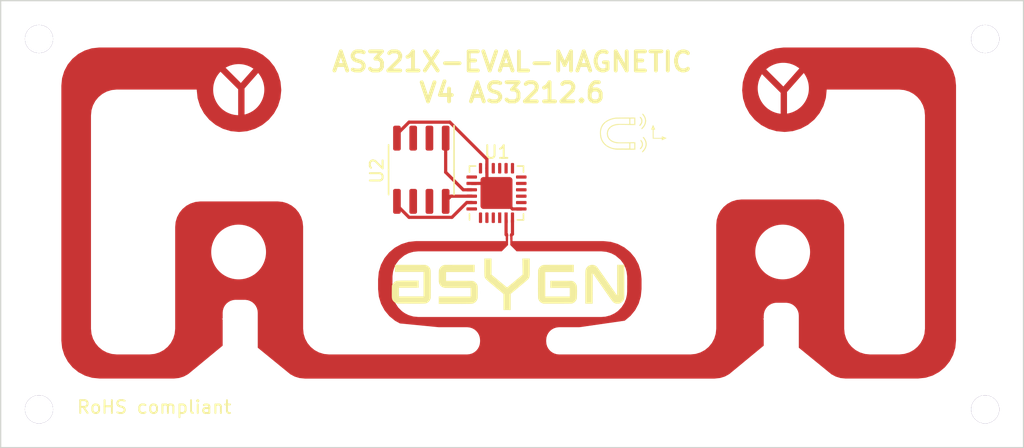
<source format=kicad_pcb>
(kicad_pcb (version 4) (generator "gerbview") (generator_version "8.0")
  (layers (0 F.Cu signal) (31 B.Cu signal) (34 B.Paste user) (35 F.Paste user) (36 B.SilkS user) (37 F.SilkS user) (38 B.Mask user) (39 F.Mask user) (44 Edge.Cuts user))
  (gr_line (start 119.5 84.23) (end 119.5 49.23) (layer Edge.Cuts) (width 0.1))
  (gr_line (start 39.5 49.23) (end 119.5 49.23) (layer Edge.Cuts) (width 0.1))
  (gr_line (start 119.5 84.23) (end 39.5 84.23) (layer Edge.Cuts) (width 0.1))
  (gr_line (start 39.5 84.23) (end 39.5 49.23) (layer Edge.Cuts) (width 0.1))
  (gr_line (start 46.29571 81.51238) (end 45.96238 81.03619) (layer F.SilkS) (width 0.15))
  (gr_line (start 45.72429 81.51238) (end 45.72429 80.51238) (layer F.SilkS) (width 0.15))
  (gr_line (start 45.72429 80.51238) (end 46.10524 80.51238) (layer F.SilkS) (width 0.15))
  (gr_line (start 46.10524 80.51238) (end 46.20048 80.56) (layer F.SilkS) (width 0.15))
  (gr_line (start 46.20048 80.56) (end 46.2481 80.60762) (layer F.SilkS) (width 0.15))
  (gr_line (start 46.2481 80.60762) (end 46.29571 80.70286) (layer F.SilkS) (width 0.15))
  (gr_line (start 46.29571 80.70286) (end 46.29571 80.84571) (layer F.SilkS) (width 0.15))
  (gr_line (start 46.29571 80.84571) (end 46.2481 80.94095) (layer F.SilkS) (width 0.15))
  (gr_line (start 46.2481 80.94095) (end 46.20048 80.98857) (layer F.SilkS) (width 0.15))
  (gr_line (start 46.20048 80.98857) (end 46.10524 81.03619) (layer F.SilkS) (width 0.15))
  (gr_line (start 46.10524 81.03619) (end 45.72429 81.03619) (layer F.SilkS) (width 0.15))
  (gr_line (start 46.86714 81.51238) (end 46.7719 81.46476) (layer F.SilkS) (width 0.15))
  (gr_line (start 46.7719 81.46476) (end 46.72429 81.41714) (layer F.SilkS) (width 0.15))
  (gr_line (start 46.72429 81.41714) (end 46.67667 81.3219) (layer F.SilkS) (width 0.15))
  (gr_line (start 46.67667 81.3219) (end 46.67667 81.03619) (layer F.SilkS) (width 0.15))
  (gr_line (start 46.67667 81.03619) (end 46.72429 80.94095) (layer F.SilkS) (width 0.15))
  (gr_line (start 46.72429 80.94095) (end 46.7719 80.89333) (layer F.SilkS) (width 0.15))
  (gr_line (start 46.7719 80.89333) (end 46.86714 80.84571) (layer F.SilkS) (width 0.15))
  (gr_line (start 46.86714 80.84571) (end 47.01 80.84571) (layer F.SilkS) (width 0.15))
  (gr_line (start 47.01 80.84571) (end 47.10524 80.89333) (layer F.SilkS) (width 0.15))
  (gr_line (start 47.10524 80.89333) (end 47.15286 80.94095) (layer F.SilkS) (width 0.15))
  (gr_line (start 47.15286 80.94095) (end 47.20048 81.03619) (layer F.SilkS) (width 0.15))
  (gr_line (start 47.20048 81.03619) (end 47.20048 81.3219) (layer F.SilkS) (width 0.15))
  (gr_line (start 47.20048 81.3219) (end 47.15286 81.41714) (layer F.SilkS) (width 0.15))
  (gr_line (start 47.15286 81.41714) (end 47.10524 81.46476) (layer F.SilkS) (width 0.15))
  (gr_line (start 47.10524 81.46476) (end 47.01 81.51238) (layer F.SilkS) (width 0.15))
  (gr_line (start 47.01 81.51238) (end 46.86714 81.51238) (layer F.SilkS) (width 0.15))
  (gr_line (start 47.62905 81.51238) (end 47.62905 80.51238) (layer F.SilkS) (width 0.15))
  (gr_line (start 47.62905 80.98857) (end 48.20048 80.98857) (layer F.SilkS) (width 0.15))
  (gr_line (start 48.20048 81.51238) (end 48.20048 80.51238) (layer F.SilkS) (width 0.15))
  (gr_line (start 48.62905 81.46476) (end 48.7719 81.51238) (layer F.SilkS) (width 0.15))
  (gr_line (start 48.7719 81.51238) (end 49.01 81.51238) (layer F.SilkS) (width 0.15))
  (gr_line (start 49.01 81.51238) (end 49.10524 81.46476) (layer F.SilkS) (width 0.15))
  (gr_line (start 49.10524 81.46476) (end 49.15286 81.41714) (layer F.SilkS) (width 0.15))
  (gr_line (start 49.15286 81.41714) (end 49.20048 81.3219) (layer F.SilkS) (width 0.15))
  (gr_line (start 49.20048 81.3219) (end 49.20048 81.22667) (layer F.SilkS) (width 0.15))
  (gr_line (start 49.20048 81.22667) (end 49.15286 81.13143) (layer F.SilkS) (width 0.15))
  (gr_line (start 49.15286 81.13143) (end 49.10524 81.08381) (layer F.SilkS) (width 0.15))
  (gr_line (start 49.10524 81.08381) (end 49.01 81.03619) (layer F.SilkS) (width 0.15))
  (gr_line (start 49.01 81.03619) (end 48.81952 80.98857) (layer F.SilkS) (width 0.15))
  (gr_line (start 48.81952 80.98857) (end 48.72429 80.94095) (layer F.SilkS) (width 0.15))
  (gr_line (start 48.72429 80.94095) (end 48.67667 80.89333) (layer F.SilkS) (width 0.15))
  (gr_line (start 48.67667 80.89333) (end 48.62905 80.7981) (layer F.SilkS) (width 0.15))
  (gr_line (start 48.62905 80.7981) (end 48.62905 80.70286) (layer F.SilkS) (width 0.15))
  (gr_line (start 48.62905 80.70286) (end 48.67667 80.60762) (layer F.SilkS) (width 0.15))
  (gr_line (start 48.67667 80.60762) (end 48.72429 80.56) (layer F.SilkS) (width 0.15))
  (gr_line (start 48.72429 80.56) (end 48.81952 80.51238) (layer F.SilkS) (width 0.15))
  (gr_line (start 48.81952 80.51238) (end 49.05762 80.51238) (layer F.SilkS) (width 0.15))
  (gr_line (start 49.05762 80.51238) (end 49.20048 80.56) (layer F.SilkS) (width 0.15))
  (gr_line (start 50.81952 81.46476) (end 50.72429 81.51238) (layer F.SilkS) (width 0.15))
  (gr_line (start 50.72429 81.51238) (end 50.53381 81.51238) (layer F.SilkS) (width 0.15))
  (gr_line (start 50.53381 81.51238) (end 50.43857 81.46476) (layer F.SilkS) (width 0.15))
  (gr_line (start 50.43857 81.46476) (end 50.39095 81.41714) (layer F.SilkS) (width 0.15))
  (gr_line (start 50.39095 81.41714) (end 50.34333 81.3219) (layer F.SilkS) (width 0.15))
  (gr_line (start 50.34333 81.3219) (end 50.34333 81.03619) (layer F.SilkS) (width 0.15))
  (gr_line (start 50.34333 81.03619) (end 50.39095 80.94095) (layer F.SilkS) (width 0.15))
  (gr_line (start 50.39095 80.94095) (end 50.43857 80.89333) (layer F.SilkS) (width 0.15))
  (gr_line (start 50.43857 80.89333) (end 50.53381 80.84571) (layer F.SilkS) (width 0.15))
  (gr_line (start 50.53381 80.84571) (end 50.72429 80.84571) (layer F.SilkS) (width 0.15))
  (gr_line (start 50.72429 80.84571) (end 50.81952 80.89333) (layer F.SilkS) (width 0.15))
  (gr_line (start 51.39095 81.51238) (end 51.29571 81.46476) (layer F.SilkS) (width 0.15))
  (gr_line (start 51.29571 81.46476) (end 51.2481 81.41714) (layer F.SilkS) (width 0.15))
  (gr_line (start 51.2481 81.41714) (end 51.20048 81.3219) (layer F.SilkS) (width 0.15))
  (gr_line (start 51.20048 81.3219) (end 51.20048 81.03619) (layer F.SilkS) (width 0.15))
  (gr_line (start 51.20048 81.03619) (end 51.2481 80.94095) (layer F.SilkS) (width 0.15))
  (gr_line (start 51.2481 80.94095) (end 51.29571 80.89333) (layer F.SilkS) (width 0.15))
  (gr_line (start 51.29571 80.89333) (end 51.39095 80.84571) (layer F.SilkS) (width 0.15))
  (gr_line (start 51.39095 80.84571) (end 51.53381 80.84571) (layer F.SilkS) (width 0.15))
  (gr_line (start 51.53381 80.84571) (end 51.62905 80.89333) (layer F.SilkS) (width 0.15))
  (gr_line (start 51.62905 80.89333) (end 51.67667 80.94095) (layer F.SilkS) (width 0.15))
  (gr_line (start 51.67667 80.94095) (end 51.72429 81.03619) (layer F.SilkS) (width 0.15))
  (gr_line (start 51.72429 81.03619) (end 51.72429 81.3219) (layer F.SilkS) (width 0.15))
  (gr_line (start 51.72429 81.3219) (end 51.67667 81.41714) (layer F.SilkS) (width 0.15))
  (gr_line (start 51.67667 81.41714) (end 51.62905 81.46476) (layer F.SilkS) (width 0.15))
  (gr_line (start 51.62905 81.46476) (end 51.53381 81.51238) (layer F.SilkS) (width 0.15))
  (gr_line (start 51.53381 81.51238) (end 51.39095 81.51238) (layer F.SilkS) (width 0.15))
  (gr_line (start 52.15286 81.51238) (end 52.15286 80.84571) (layer F.SilkS) (width 0.15))
  (gr_line (start 52.15286 80.94095) (end 52.20048 80.89333) (layer F.SilkS) (width 0.15))
  (gr_line (start 52.20048 80.89333) (end 52.29571 80.84571) (layer F.SilkS) (width 0.15))
  (gr_line (start 52.29571 80.84571) (end 52.43857 80.84571) (layer F.SilkS) (width 0.15))
  (gr_line (start 52.43857 80.84571) (end 52.53381 80.89333) (layer F.SilkS) (width 0.15))
  (gr_line (start 52.53381 80.89333) (end 52.58143 80.98857) (layer F.SilkS) (width 0.15))
  (gr_line (start 52.58143 80.98857) (end 52.58143 81.51238) (layer F.SilkS) (width 0.15))
  (gr_line (start 52.58143 80.98857) (end 52.62905 80.89333) (layer F.SilkS) (width 0.15))
  (gr_line (start 52.62905 80.89333) (end 52.72429 80.84571) (layer F.SilkS) (width 0.15))
  (gr_line (start 52.72429 80.84571) (end 52.86714 80.84571) (layer F.SilkS) (width 0.15))
  (gr_line (start 52.86714 80.84571) (end 52.96238 80.89333) (layer F.SilkS) (width 0.15))
  (gr_line (start 52.96238 80.89333) (end 53.01 80.98857) (layer F.SilkS) (width 0.15))
  (gr_line (start 53.01 80.98857) (end 53.01 81.51238) (layer F.SilkS) (width 0.15))
  (gr_line (start 53.48619 80.84571) (end 53.48619 81.84571) (layer F.SilkS) (width 0.15))
  (gr_line (start 53.48619 80.89333) (end 53.58143 80.84571) (layer F.SilkS) (width 0.15))
  (gr_line (start 53.58143 80.84571) (end 53.7719 80.84571) (layer F.SilkS) (width 0.15))
  (gr_line (start 53.7719 80.84571) (end 53.86714 80.89333) (layer F.SilkS) (width 0.15))
  (gr_line (start 53.86714 80.89333) (end 53.91476 80.94095) (layer F.SilkS) (width 0.15))
  (gr_line (start 53.91476 80.94095) (end 53.96238 81.03619) (layer F.SilkS) (width 0.15))
  (gr_line (start 53.96238 81.03619) (end 53.96238 81.3219) (layer F.SilkS) (width 0.15))
  (gr_line (start 53.96238 81.3219) (end 53.91476 81.41714) (layer F.SilkS) (width 0.15))
  (gr_line (start 53.91476 81.41714) (end 53.86714 81.46476) (layer F.SilkS) (width 0.15))
  (gr_line (start 53.86714 81.46476) (end 53.7719 81.51238) (layer F.SilkS) (width 0.15))
  (gr_line (start 53.7719 81.51238) (end 53.58143 81.51238) (layer F.SilkS) (width 0.15))
  (gr_line (start 53.58143 81.51238) (end 53.48619 81.46476) (layer F.SilkS) (width 0.15))
  (gr_line (start 54.53381 81.51238) (end 54.43857 81.46476) (layer F.SilkS) (width 0.15))
  (gr_line (start 54.43857 81.46476) (end 54.39095 81.36952) (layer F.SilkS) (width 0.15))
  (gr_line (start 54.39095 81.36952) (end 54.39095 80.51238) (layer F.SilkS) (width 0.15))
  (gr_line (start 54.91476 81.51238) (end 54.91476 80.84571) (layer F.SilkS) (width 0.15))
  (gr_line (start 54.91476 80.51238) (end 54.86714 80.56) (layer F.SilkS) (width 0.15))
  (gr_line (start 54.86714 80.56) (end 54.91476 80.60762) (layer F.SilkS) (width 0.15))
  (gr_line (start 54.91476 80.60762) (end 54.96238 80.56) (layer F.SilkS) (width 0.15))
  (gr_line (start 54.96238 80.56) (end 54.91476 80.51238) (layer F.SilkS) (width 0.15))
  (gr_line (start 54.91476 80.51238) (end 54.91476 80.60762) (layer F.SilkS) (width 0.15))
  (gr_line (start 55.81952 81.51238) (end 55.81952 80.98857) (layer F.SilkS) (width 0.15))
  (gr_line (start 55.81952 80.98857) (end 55.7719 80.89333) (layer F.SilkS) (width 0.15))
  (gr_line (start 55.7719 80.89333) (end 55.67667 80.84571) (layer F.SilkS) (width 0.15))
  (gr_line (start 55.67667 80.84571) (end 55.48619 80.84571) (layer F.SilkS) (width 0.15))
  (gr_line (start 55.48619 80.84571) (end 55.39095 80.89333) (layer F.SilkS) (width 0.15))
  (gr_line (start 55.81952 81.46476) (end 55.72429 81.51238) (layer F.SilkS) (width 0.15))
  (gr_line (start 55.72429 81.51238) (end 55.48619 81.51238) (layer F.SilkS) (width 0.15))
  (gr_line (start 55.48619 81.51238) (end 55.39095 81.46476) (layer F.SilkS) (width 0.15))
  (gr_line (start 55.39095 81.46476) (end 55.34333 81.36952) (layer F.SilkS) (width 0.15))
  (gr_line (start 55.34333 81.36952) (end 55.34333 81.27429) (layer F.SilkS) (width 0.15))
  (gr_line (start 55.34333 81.27429) (end 55.39095 81.17905) (layer F.SilkS) (width 0.15))
  (gr_line (start 55.39095 81.17905) (end 55.48619 81.13143) (layer F.SilkS) (width 0.15))
  (gr_line (start 55.48619 81.13143) (end 55.72429 81.13143) (layer F.SilkS) (width 0.15))
  (gr_line (start 55.72429 81.13143) (end 55.81952 81.08381) (layer F.SilkS) (width 0.15))
  (gr_line (start 56.29571 80.84571) (end 56.29571 81.51238) (layer F.SilkS) (width 0.15))
  (gr_line (start 56.29571 80.94095) (end 56.34333 80.89333) (layer F.SilkS) (width 0.15))
  (gr_line (start 56.34333 80.89333) (end 56.43857 80.84571) (layer F.SilkS) (width 0.15))
  (gr_line (start 56.43857 80.84571) (end 56.58143 80.84571) (layer F.SilkS) (width 0.15))
  (gr_line (start 56.58143 80.84571) (end 56.67667 80.89333) (layer F.SilkS) (width 0.15))
  (gr_line (start 56.67667 80.89333) (end 56.72429 80.98857) (layer F.SilkS) (width 0.15))
  (gr_line (start 56.72429 80.98857) (end 56.72429 81.51238) (layer F.SilkS) (width 0.15))
  (gr_line (start 57.05762 80.84571) (end 57.43857 80.84571) (layer F.SilkS) (width 0.15))
  (gr_line (start 57.20048 80.51238) (end 57.20048 81.36952) (layer F.SilkS) (width 0.15))
  (gr_line (start 57.20048 81.36952) (end 57.2481 81.46476) (layer F.SilkS) (width 0.15))
  (gr_line (start 57.2481 81.46476) (end 57.34333 81.51238) (layer F.SilkS) (width 0.15))
  (gr_line (start 57.34333 81.51238) (end 57.43857 81.51238) (layer F.SilkS) (width 0.15))
  (gr_line (start 65.75 54.2725) (end 66.46429 54.2725) (layer F.SilkS) (width 0.3))
  (gr_line (start 65.60714 54.70107) (end 66.10714 53.20107) (layer F.SilkS) (width 0.3))
  (gr_line (start 66.10714 53.20107) (end 66.60714 54.70107) (layer F.SilkS) (width 0.3))
  (gr_line (start 67.03571 54.62964) (end 67.25 54.70107) (layer F.SilkS) (width 0.3))
  (gr_line (start 67.25 54.70107) (end 67.60714 54.70107) (layer F.SilkS) (width 0.3))
  (gr_line (start 67.60714 54.70107) (end 67.75 54.62964) (layer F.SilkS) (width 0.3))
  (gr_line (start 67.75 54.62964) (end 67.82143 54.55821) (layer F.SilkS) (width 0.3))
  (gr_line (start 67.82143 54.55821) (end 67.89286 54.41536) (layer F.SilkS) (width 0.3))
  (gr_line (start 67.89286 54.41536) (end 67.89286 54.2725) (layer F.SilkS) (width 0.3))
  (gr_line (start 67.89286 54.2725) (end 67.82143 54.12964) (layer F.SilkS) (width 0.3))
  (gr_line (start 67.82143 54.12964) (end 67.75 54.05821) (layer F.SilkS) (width 0.3))
  (gr_line (start 67.75 54.05821) (end 67.60714 53.98679) (layer F.SilkS) (width 0.3))
  (gr_line (start 67.60714 53.98679) (end 67.32143 53.91536) (layer F.SilkS) (width 0.3))
  (gr_line (start 67.32143 53.91536) (end 67.17857 53.84393) (layer F.SilkS) (width 0.3))
  (gr_line (start 67.17857 53.84393) (end 67.10714 53.7725) (layer F.SilkS) (width 0.3))
  (gr_line (start 67.10714 53.7725) (end 67.03571 53.62964) (layer F.SilkS) (width 0.3))
  (gr_line (start 67.03571 53.62964) (end 67.03571 53.48679) (layer F.SilkS) (width 0.3))
  (gr_line (start 67.03571 53.48679) (end 67.10714 53.34393) (layer F.SilkS) (width 0.3))
  (gr_line (start 67.10714 53.34393) (end 67.17857 53.2725) (layer F.SilkS) (width 0.3))
  (gr_line (start 67.17857 53.2725) (end 67.32143 53.20107) (layer F.SilkS) (width 0.3))
  (gr_line (start 67.32143 53.20107) (end 67.67857 53.20107) (layer F.SilkS) (width 0.3))
  (gr_line (start 67.67857 53.20107) (end 67.89286 53.2725) (layer F.SilkS) (width 0.3))
  (gr_line (start 68.39286 53.20107) (end 69.32143 53.20107) (layer F.SilkS) (width 0.3))
  (gr_line (start 69.32143 53.20107) (end 68.82143 53.7725) (layer F.SilkS) (width 0.3))
  (gr_line (start 68.82143 53.7725) (end 69.03571 53.7725) (layer F.SilkS) (width 0.3))
  (gr_line (start 69.03571 53.7725) (end 69.17857 53.84393) (layer F.SilkS) (width 0.3))
  (gr_line (start 69.17857 53.84393) (end 69.25 53.91536) (layer F.SilkS) (width 0.3))
  (gr_line (start 69.25 53.91536) (end 69.32143 54.05821) (layer F.SilkS) (width 0.3))
  (gr_line (start 69.32143 54.05821) (end 69.32143 54.41536) (layer F.SilkS) (width 0.3))
  (gr_line (start 69.32143 54.41536) (end 69.25 54.55821) (layer F.SilkS) (width 0.3))
  (gr_line (start 69.25 54.55821) (end 69.17857 54.62964) (layer F.SilkS) (width 0.3))
  (gr_line (start 69.17857 54.62964) (end 69.03571 54.70107) (layer F.SilkS) (width 0.3))
  (gr_line (start 69.03571 54.70107) (end 68.60714 54.70107) (layer F.SilkS) (width 0.3))
  (gr_line (start 68.60714 54.70107) (end 68.46429 54.62964) (layer F.SilkS) (width 0.3))
  (gr_line (start 68.46429 54.62964) (end 68.39286 54.55821) (layer F.SilkS) (width 0.3))
  (gr_line (start 69.89286 53.34393) (end 69.96429 53.2725) (layer F.SilkS) (width 0.3))
  (gr_line (start 69.96429 53.2725) (end 70.10714 53.20107) (layer F.SilkS) (width 0.3))
  (gr_line (start 70.10714 53.20107) (end 70.46429 53.20107) (layer F.SilkS) (width 0.3))
  (gr_line (start 70.46429 53.20107) (end 70.60714 53.2725) (layer F.SilkS) (width 0.3))
  (gr_line (start 70.60714 53.2725) (end 70.67857 53.34393) (layer F.SilkS) (width 0.3))
  (gr_line (start 70.67857 53.34393) (end 70.75 53.48679) (layer F.SilkS) (width 0.3))
  (gr_line (start 70.75 53.48679) (end 70.75 53.62964) (layer F.SilkS) (width 0.3))
  (gr_line (start 70.75 53.62964) (end 70.67857 53.84393) (layer F.SilkS) (width 0.3))
  (gr_line (start 70.67857 53.84393) (end 69.82143 54.70107) (layer F.SilkS) (width 0.3))
  (gr_line (start 69.82143 54.70107) (end 70.75 54.70107) (layer F.SilkS) (width 0.3))
  (gr_line (start 72.17857 54.70107) (end 71.32143 54.70107) (layer F.SilkS) (width 0.3))
  (gr_line (start 71.75 54.70107) (end 71.75 53.20107) (layer F.SilkS) (width 0.3))
  (gr_line (start 71.75 53.20107) (end 71.60714 53.41536) (layer F.SilkS) (width 0.3))
  (gr_line (start 71.60714 53.41536) (end 71.46429 53.55821) (layer F.SilkS) (width 0.3))
  (gr_line (start 71.46429 53.55821) (end 71.32143 53.62964) (layer F.SilkS) (width 0.3))
  (gr_line (start 72.67857 53.20107) (end 73.67857 54.70107) (layer F.SilkS) (width 0.3))
  (gr_line (start 73.67857 53.20107) (end 72.67857 54.70107) (layer F.SilkS) (width 0.3))
  (gr_line (start 74.25 54.12964) (end 75.39286 54.12964) (layer F.SilkS) (width 0.3))
  (gr_line (start 76.10714 53.91536) (end 76.60714 53.91536) (layer F.SilkS) (width 0.3))
  (gr_line (start 76.82143 54.70107) (end 76.10714 54.70107) (layer F.SilkS) (width 0.3))
  (gr_line (start 76.10714 54.70107) (end 76.10714 53.20107) (layer F.SilkS) (width 0.3))
  (gr_line (start 76.10714 53.20107) (end 76.82143 53.20107) (layer F.SilkS) (width 0.3))
  (gr_line (start 77.25 53.20107) (end 77.75 54.70107) (layer F.SilkS) (width 0.3))
  (gr_line (start 77.75 54.70107) (end 78.25 53.20107) (layer F.SilkS) (width 0.3))
  (gr_line (start 78.67857 54.2725) (end 79.39286 54.2725) (layer F.SilkS) (width 0.3))
  (gr_line (start 78.53571 54.70107) (end 79.03571 53.20107) (layer F.SilkS) (width 0.3))
  (gr_line (start 79.03571 53.20107) (end 79.53571 54.70107) (layer F.SilkS) (width 0.3))
  (gr_line (start 80.75 54.70107) (end 80.03571 54.70107) (layer F.SilkS) (width 0.3))
  (gr_line (start 80.03571 54.70107) (end 80.03571 53.20107) (layer F.SilkS) (width 0.3))
  (gr_line (start 81.25 54.12964) (end 82.39286 54.12964) (layer F.SilkS) (width 0.3))
  (gr_line (start 83.10714 54.70107) (end 83.10714 53.20107) (layer F.SilkS) (width 0.3))
  (gr_line (start 83.10714 53.20107) (end 83.60714 54.2725) (layer F.SilkS) (width 0.3))
  (gr_line (start 83.60714 54.2725) (end 84.10714 53.20107) (layer F.SilkS) (width 0.3))
  (gr_line (start 84.10714 53.20107) (end 84.10714 54.70107) (layer F.SilkS) (width 0.3))
  (gr_line (start 84.75 54.2725) (end 85.46429 54.2725) (layer F.SilkS) (width 0.3))
  (gr_line (start 84.60714 54.70107) (end 85.10714 53.20107) (layer F.SilkS) (width 0.3))
  (gr_line (start 85.10714 53.20107) (end 85.60714 54.70107) (layer F.SilkS) (width 0.3))
  (gr_line (start 86.89286 53.2725) (end 86.75 53.20107) (layer F.SilkS) (width 0.3))
  (gr_line (start 86.75 53.20107) (end 86.53571 53.20107) (layer F.SilkS) (width 0.3))
  (gr_line (start 86.53571 53.20107) (end 86.32143 53.2725) (layer F.SilkS) (width 0.3))
  (gr_line (start 86.32143 53.2725) (end 86.17857 53.41536) (layer F.SilkS) (width 0.3))
  (gr_line (start 86.17857 53.41536) (end 86.10714 53.55821) (layer F.SilkS) (width 0.3))
  (gr_line (start 86.10714 53.55821) (end 86.03571 53.84393) (layer F.SilkS) (width 0.3))
  (gr_line (start 86.03571 53.84393) (end 86.03571 54.05821) (layer F.SilkS) (width 0.3))
  (gr_line (start 86.03571 54.05821) (end 86.10714 54.34393) (layer F.SilkS) (width 0.3))
  (gr_line (start 86.10714 54.34393) (end 86.17857 54.48679) (layer F.SilkS) (width 0.3))
  (gr_line (start 86.17857 54.48679) (end 86.32143 54.62964) (layer F.SilkS) (width 0.3))
  (gr_line (start 86.32143 54.62964) (end 86.53571 54.70107) (layer F.SilkS) (width 0.3))
  (gr_line (start 86.53571 54.70107) (end 86.67857 54.70107) (layer F.SilkS) (width 0.3))
  (gr_line (start 86.67857 54.70107) (end 86.89286 54.62964) (layer F.SilkS) (width 0.3))
  (gr_line (start 86.89286 54.62964) (end 86.96429 54.55821) (layer F.SilkS) (width 0.3))
  (gr_line (start 86.96429 54.55821) (end 86.96429 54.05821) (layer F.SilkS) (width 0.3))
  (gr_line (start 86.96429 54.05821) (end 86.67857 54.05821) (layer F.SilkS) (width 0.3))
  (gr_line (start 87.60714 54.70107) (end 87.60714 53.20107) (layer F.SilkS) (width 0.3))
  (gr_line (start 87.60714 53.20107) (end 88.46429 54.70107) (layer F.SilkS) (width 0.3))
  (gr_line (start 88.46429 54.70107) (end 88.46429 53.20107) (layer F.SilkS) (width 0.3))
  (gr_line (start 89.17857 53.91536) (end 89.67857 53.91536) (layer F.SilkS) (width 0.3))
  (gr_line (start 89.89286 54.70107) (end 89.17857 54.70107) (layer F.SilkS) (width 0.3))
  (gr_line (start 89.17857 54.70107) (end 89.17857 53.20107) (layer F.SilkS) (width 0.3))
  (gr_line (start 89.17857 53.20107) (end 89.89286 53.20107) (layer F.SilkS) (width 0.3))
  (gr_line (start 90.32143 53.20107) (end 91.17857 53.20107) (layer F.SilkS) (width 0.3))
  (gr_line (start 90.75 54.70107) (end 90.75 53.20107) (layer F.SilkS) (width 0.3))
  (gr_line (start 91.67857 54.70107) (end 91.67857 53.20107) (layer F.SilkS) (width 0.3))
  (gr_line (start 93.25 54.55821) (end 93.17857 54.62964) (layer F.SilkS) (width 0.3))
  (gr_line (start 93.17857 54.62964) (end 92.96429 54.70107) (layer F.SilkS) (width 0.3))
  (gr_line (start 92.96429 54.70107) (end 92.82143 54.70107) (layer F.SilkS) (width 0.3))
  (gr_line (start 92.82143 54.70107) (end 92.60714 54.62964) (layer F.SilkS) (width 0.3))
  (gr_line (start 92.60714 54.62964) (end 92.46429 54.48679) (layer F.SilkS) (width 0.3))
  (gr_line (start 92.46429 54.48679) (end 92.39286 54.34393) (layer F.SilkS) (width 0.3))
  (gr_line (start 92.39286 54.34393) (end 92.32143 54.05821) (layer F.SilkS) (width 0.3))
  (gr_line (start 92.32143 54.05821) (end 92.32143 53.84393) (layer F.SilkS) (width 0.3))
  (gr_line (start 92.32143 53.84393) (end 92.39286 53.55821) (layer F.SilkS) (width 0.3))
  (gr_line (start 92.39286 53.55821) (end 92.46429 53.41536) (layer F.SilkS) (width 0.3))
  (gr_line (start 92.46429 53.41536) (end 92.60714 53.2725) (layer F.SilkS) (width 0.3))
  (gr_line (start 92.60714 53.2725) (end 92.82143 53.20107) (layer F.SilkS) (width 0.3))
  (gr_line (start 92.82143 53.20107) (end 92.96429 53.20107) (layer F.SilkS) (width 0.3))
  (gr_line (start 92.96429 53.20107) (end 93.17857 53.2725) (layer F.SilkS) (width 0.3))
  (gr_line (start 93.17857 53.2725) (end 93.25 53.34393) (layer F.SilkS) (width 0.3))
  (gr_line (start 72.42857 55.61607) (end 72.92857 57.11607) (layer F.SilkS) (width 0.3))
  (gr_line (start 72.92857 57.11607) (end 73.42857 55.61607) (layer F.SilkS) (width 0.3))
  (gr_line (start 74.57143 56.11607) (end 74.57143 57.11607) (layer F.SilkS) (width 0.3))
  (gr_line (start 74.21429 55.54464) (end 73.85714 56.61607) (layer F.SilkS) (width 0.3))
  (gr_line (start 73.85714 56.61607) (end 74.78571 56.61607) (layer F.SilkS) (width 0.3))
  (gr_line (start 76.42857 56.6875) (end 77.14286 56.6875) (layer F.SilkS) (width 0.3))
  (gr_line (start 76.28571 57.11607) (end 76.78571 55.61607) (layer F.SilkS) (width 0.3))
  (gr_line (start 76.78571 55.61607) (end 77.28571 57.11607) (layer F.SilkS) (width 0.3))
  (gr_line (start 77.71429 57.04464) (end 77.92857 57.11607) (layer F.SilkS) (width 0.3))
  (gr_line (start 77.92857 57.11607) (end 78.28571 57.11607) (layer F.SilkS) (width 0.3))
  (gr_line (start 78.28571 57.11607) (end 78.42857 57.04464) (layer F.SilkS) (width 0.3))
  (gr_line (start 78.42857 57.04464) (end 78.5 56.97321) (layer F.SilkS) (width 0.3))
  (gr_line (start 78.5 56.97321) (end 78.57143 56.83036) (layer F.SilkS) (width 0.3))
  (gr_line (start 78.57143 56.83036) (end 78.57143 56.6875) (layer F.SilkS) (width 0.3))
  (gr_line (start 78.57143 56.6875) (end 78.5 56.54464) (layer F.SilkS) (width 0.3))
  (gr_line (start 78.5 56.54464) (end 78.42857 56.47321) (layer F.SilkS) (width 0.3))
  (gr_line (start 78.42857 56.47321) (end 78.28571 56.40179) (layer F.SilkS) (width 0.3))
  (gr_line (start 78.28571 56.40179) (end 78 56.33036) (layer F.SilkS) (width 0.3))
  (gr_line (start 78 56.33036) (end 77.85714 56.25893) (layer F.SilkS) (width 0.3))
  (gr_line (start 77.85714 56.25893) (end 77.78571 56.1875) (layer F.SilkS) (width 0.3))
  (gr_line (start 77.78571 56.1875) (end 77.71429 56.04464) (layer F.SilkS) (width 0.3))
  (gr_line (start 77.71429 56.04464) (end 77.71429 55.90179) (layer F.SilkS) (width 0.3))
  (gr_line (start 77.71429 55.90179) (end 77.78571 55.75893) (layer F.SilkS) (width 0.3))
  (gr_line (start 77.78571 55.75893) (end 77.85714 55.6875) (layer F.SilkS) (width 0.3))
  (gr_line (start 77.85714 55.6875) (end 78 55.61607) (layer F.SilkS) (width 0.3))
  (gr_line (start 78 55.61607) (end 78.35714 55.61607) (layer F.SilkS) (width 0.3))
  (gr_line (start 78.35714 55.61607) (end 78.57143 55.6875) (layer F.SilkS) (width 0.3))
  (gr_line (start 79.07143 55.61607) (end 80 55.61607) (layer F.SilkS) (width 0.3))
  (gr_line (start 80 55.61607) (end 79.5 56.1875) (layer F.SilkS) (width 0.3))
  (gr_line (start 79.5 56.1875) (end 79.71429 56.1875) (layer F.SilkS) (width 0.3))
  (gr_line (start 79.71429 56.1875) (end 79.85714 56.25893) (layer F.SilkS) (width 0.3))
  (gr_line (start 79.85714 56.25893) (end 79.92857 56.33036) (layer F.SilkS) (width 0.3))
  (gr_line (start 79.92857 56.33036) (end 80 56.47321) (layer F.SilkS) (width 0.3))
  (gr_line (start 80 56.47321) (end 80 56.83036) (layer F.SilkS) (width 0.3))
  (gr_line (start 80 56.83036) (end 79.92857 56.97321) (layer F.SilkS) (width 0.3))
  (gr_line (start 79.92857 56.97321) (end 79.85714 57.04464) (layer F.SilkS) (width 0.3))
  (gr_line (start 79.85714 57.04464) (end 79.71429 57.11607) (layer F.SilkS) (width 0.3))
  (gr_line (start 79.71429 57.11607) (end 79.28571 57.11607) (layer F.SilkS) (width 0.3))
  (gr_line (start 79.28571 57.11607) (end 79.14286 57.04464) (layer F.SilkS) (width 0.3))
  (gr_line (start 79.14286 57.04464) (end 79.07143 56.97321) (layer F.SilkS) (width 0.3))
  (gr_line (start 80.57143 55.75893) (end 80.64286 55.6875) (layer F.SilkS) (width 0.3))
  (gr_line (start 80.64286 55.6875) (end 80.78571 55.61607) (layer F.SilkS) (width 0.3))
  (gr_line (start 80.78571 55.61607) (end 81.14286 55.61607) (layer F.SilkS) (width 0.3))
  (gr_line (start 81.14286 55.61607) (end 81.28571 55.6875) (layer F.SilkS) (width 0.3))
  (gr_line (start 81.28571 55.6875) (end 81.35714 55.75893) (layer F.SilkS) (width 0.3))
  (gr_line (start 81.35714 55.75893) (end 81.42857 55.90179) (layer F.SilkS) (width 0.3))
  (gr_line (start 81.42857 55.90179) (end 81.42857 56.04464) (layer F.SilkS) (width 0.3))
  (gr_line (start 81.42857 56.04464) (end 81.35714 56.25893) (layer F.SilkS) (width 0.3))
  (gr_line (start 81.35714 56.25893) (end 80.5 57.11607) (layer F.SilkS) (width 0.3))
  (gr_line (start 80.5 57.11607) (end 81.42857 57.11607) (layer F.SilkS) (width 0.3))
  (gr_line (start 82.85714 57.11607) (end 82 57.11607) (layer F.SilkS) (width 0.3))
  (gr_line (start 82.42857 57.11607) (end 82.42857 55.61607) (layer F.SilkS) (width 0.3))
  (gr_line (start 82.42857 55.61607) (end 82.28571 55.83036) (layer F.SilkS) (width 0.3))
  (gr_line (start 82.28571 55.83036) (end 82.14286 55.97321) (layer F.SilkS) (width 0.3))
  (gr_line (start 82.14286 55.97321) (end 82 56.04464) (layer F.SilkS) (width 0.3))
  (gr_line (start 83.42857 55.75893) (end 83.5 55.6875) (layer F.SilkS) (width 0.3))
  (gr_line (start 83.5 55.6875) (end 83.64286 55.61607) (layer F.SilkS) (width 0.3))
  (gr_line (start 83.64286 55.61607) (end 84 55.61607) (layer F.SilkS) (width 0.3))
  (gr_line (start 84 55.61607) (end 84.14286 55.6875) (layer F.SilkS) (width 0.3))
  (gr_line (start 84.14286 55.6875) (end 84.21429 55.75893) (layer F.SilkS) (width 0.3))
  (gr_line (start 84.21429 55.75893) (end 84.28571 55.90179) (layer F.SilkS) (width 0.3))
  (gr_line (start 84.28571 55.90179) (end 84.28571 56.04464) (layer F.SilkS) (width 0.3))
  (gr_line (start 84.28571 56.04464) (end 84.21429 56.25893) (layer F.SilkS) (width 0.3))
  (gr_line (start 84.21429 56.25893) (end 83.35714 57.11607) (layer F.SilkS) (width 0.3))
  (gr_line (start 83.35714 57.11607) (end 84.28571 57.11607) (layer F.SilkS) (width 0.3))
  (gr_line (start 84.92857 56.97321) (end 85 57.04464) (layer F.SilkS) (width 0.3))
  (gr_line (start 85 57.04464) (end 84.92857 57.11607) (layer F.SilkS) (width 0.3))
  (gr_line (start 84.92857 57.11607) (end 84.85714 57.04464) (layer F.SilkS) (width 0.3))
  (gr_line (start 84.85714 57.04464) (end 84.92857 56.97321) (layer F.SilkS) (width 0.3))
  (gr_line (start 84.92857 56.97321) (end 84.92857 57.11607) (layer F.SilkS) (width 0.3))
  (gr_line (start 86.28571 55.61607) (end 86 55.61607) (layer F.SilkS) (width 0.3))
  (gr_line (start 86 55.61607) (end 85.85714 55.6875) (layer F.SilkS) (width 0.3))
  (gr_line (start 85.85714 55.6875) (end 85.78571 55.75893) (layer F.SilkS) (width 0.3))
  (gr_line (start 85.78571 55.75893) (end 85.64286 55.97321) (layer F.SilkS) (width 0.3))
  (gr_line (start 85.64286 55.97321) (end 85.57143 56.25893) (layer F.SilkS) (width 0.3))
  (gr_line (start 85.57143 56.25893) (end 85.57143 56.83036) (layer F.SilkS) (width 0.3))
  (gr_line (start 85.57143 56.83036) (end 85.64286 56.97321) (layer F.SilkS) (width 0.3))
  (gr_line (start 85.64286 56.97321) (end 85.71429 57.04464) (layer F.SilkS) (width 0.3))
  (gr_line (start 85.71429 57.04464) (end 85.85714 57.11607) (layer F.SilkS) (width 0.3))
  (gr_line (start 85.85714 57.11607) (end 86.14286 57.11607) (layer F.SilkS) (width 0.3))
  (gr_line (start 86.14286 57.11607) (end 86.28571 57.04464) (layer F.SilkS) (width 0.3))
  (gr_line (start 86.28571 57.04464) (end 86.35714 56.97321) (layer F.SilkS) (width 0.3))
  (gr_line (start 86.35714 56.97321) (end 86.42857 56.83036) (layer F.SilkS) (width 0.3))
  (gr_line (start 86.42857 56.83036) (end 86.42857 56.47321) (layer F.SilkS) (width 0.3))
  (gr_line (start 86.42857 56.47321) (end 86.35714 56.33036) (layer F.SilkS) (width 0.3))
  (gr_line (start 86.35714 56.33036) (end 86.28571 56.25893) (layer F.SilkS) (width 0.3))
  (gr_line (start 86.28571 56.25893) (end 86.14286 56.1875) (layer F.SilkS) (width 0.3))
  (gr_line (start 86.14286 56.1875) (end 85.85714 56.1875) (layer F.SilkS) (width 0.3))
  (gr_line (start 85.85714 56.1875) (end 85.71429 56.25893) (layer F.SilkS) (width 0.3))
  (gr_line (start 85.71429 56.25893) (end 85.64286 56.33036) (layer F.SilkS) (width 0.3))
  (gr_line (start 85.64286 56.33036) (end 85.57143 56.47321) (layer F.SilkS) (width 0.3))
  (gr_line (start 68.37238 63.3119) (end 69.1819 63.3119) (layer F.SilkS) (width 0.15))
  (gr_line (start 69.1819 63.3119) (end 69.27714 63.26429) (layer F.SilkS) (width 0.15))
  (gr_line (start 69.27714 63.26429) (end 69.32476 63.21667) (layer F.SilkS) (width 0.15))
  (gr_line (start 69.32476 63.21667) (end 69.37238 63.12143) (layer F.SilkS) (width 0.15))
  (gr_line (start 69.37238 63.12143) (end 69.37238 62.93095) (layer F.SilkS) (width 0.15))
  (gr_line (start 69.37238 62.93095) (end 69.32476 62.83571) (layer F.SilkS) (width 0.15))
  (gr_line (start 69.32476 62.83571) (end 69.27714 62.7881) (layer F.SilkS) (width 0.15))
  (gr_line (start 69.27714 62.7881) (end 69.1819 62.74048) (layer F.SilkS) (width 0.15))
  (gr_line (start 69.1819 62.74048) (end 68.37238 62.74048) (layer F.SilkS) (width 0.15))
  (gr_line (start 68.46762 62.3119) (end 68.42 62.26429) (layer F.SilkS) (width 0.15))
  (gr_line (start 68.42 62.26429) (end 68.37238 62.16905) (layer F.SilkS) (width 0.15))
  (gr_line (start 68.37238 62.16905) (end 68.37238 61.93095) (layer F.SilkS) (width 0.15))
  (gr_line (start 68.37238 61.93095) (end 68.42 61.83571) (layer F.SilkS) (width 0.15))
  (gr_line (start 68.42 61.83571) (end 68.46762 61.7881) (layer F.SilkS) (width 0.15))
  (gr_line (start 68.46762 61.7881) (end 68.56286 61.74048) (layer F.SilkS) (width 0.15))
  (gr_line (start 68.56286 61.74048) (end 68.6581 61.74048) (layer F.SilkS) (width 0.15))
  (gr_line (start 68.6581 61.74048) (end 68.80095 61.7881) (layer F.SilkS) (width 0.15))
  (gr_line (start 68.80095 61.7881) (end 69.37238 62.35952) (layer F.SilkS) (width 0.15))
  (gr_line (start 69.37238 62.35952) (end 69.37238 61.74048) (layer F.SilkS) (width 0.15))
  (gr_line (start 77.5581 60.54238) (end 77.5581 61.3519) (layer F.SilkS) (width 0.15))
  (gr_line (start 77.5581 61.3519) (end 77.60571 61.44714) (layer F.SilkS) (width 0.15))
  (gr_line (start 77.60571 61.44714) (end 77.65333 61.49476) (layer F.SilkS) (width 0.15))
  (gr_line (start 77.65333 61.49476) (end 77.74857 61.54238) (layer F.SilkS) (width 0.15))
  (gr_line (start 77.74857 61.54238) (end 77.93905 61.54238) (layer F.SilkS) (width 0.15))
  (gr_line (start 77.93905 61.54238) (end 78.03429 61.49476) (layer F.SilkS) (width 0.15))
  (gr_line (start 78.03429 61.49476) (end 78.0819 61.44714) (layer F.SilkS) (width 0.15))
  (gr_line (start 78.0819 61.44714) (end 78.12952 61.3519) (layer F.SilkS) (width 0.15))
  (gr_line (start 78.12952 61.3519) (end 78.12952 60.54238) (layer F.SilkS) (width 0.15))
  (gr_line (start 79.12952 61.54238) (end 78.5581 61.54238) (layer F.SilkS) (width 0.15))
  (gr_line (start 78.84381 61.54238) (end 78.84381 60.54238) (layer F.SilkS) (width 0.15))
  (gr_line (start 78.84381 60.54238) (end 78.74857 60.68524) (layer F.SilkS) (width 0.15))
  (gr_line (start 78.74857 60.68524) (end 78.65333 60.78048) (layer F.SilkS) (width 0.15))
  (gr_line (start 78.65333 60.78048) (end 78.5581 60.8281) (layer F.SilkS) (width 0.15))
  (gr_poly (pts (xy 84.3235 70.47692) (xy 82.09042 70.47692) (xy 82.09042 72.40308) (xy 84.01658 72.40308) (xy 84.01658 71.71517) (xy 82.49258 71.71517) (xy 82.49258 71.16483) (xy 83.31057 71.16483) (xy 83.46749 71.16484) (xy 83.60476 71.16492) (xy 83.72388 71.16518) (xy 83.82635 71.16569) (xy 83.91368 71.16656) (xy 83.98739 71.16788) (xy 84.04897 71.16973) (xy 84.09994 71.17222) (xy 84.1418 71.17543) (xy 84.17606 71.17946) (xy 84.20423 71.1844) (xy 84.22782 71.19034) (xy 84.24833 71.19738) (xy 84.26726 71.2056) (xy 84.28614 71.21511) (xy 84.30646 71.22599) (xy 84.30656 71.22604) (xy 84.37167 71.27042) (xy 84.4338 71.32995) (xy 84.48746 71.39875) (xy 84.51842 71.45209) (xy 84.53267 71.48315) (xy 84.54456 71.51497) (xy 84.55426 71.54967) (xy 84.56195 71.58938) (xy 84.5678 71.63623) (xy 84.57199 71.69235) (xy 84.5747 71.75987) (xy 84.57612 71.84092) (xy 84.57642 71.93763) (xy 84.57577 72.05212) (xy 84.57503 72.12792) (xy 84.57384 72.23122) (xy 84.57264 72.3157) (xy 84.5713 72.38373) (xy 84.56969 72.43766) (xy 84.56767 72.47983) (xy 84.56511 72.51261) (xy 84.56187 72.53835) (xy 84.55782 72.5594) (xy 84.55284 72.57811) (xy 84.54877 72.59092) (xy 84.50893 72.68016) (xy 84.45272 72.76159) (xy 84.38327 72.83226) (xy 84.30375 72.88923) (xy 84.21729 72.92957) (xy 84.17235 72.9426) (xy 84.15427 72.9443) (xy 84.11589 72.94587) (xy 84.05806 72.9473) (xy 83.98165 72.94859) (xy 83.88752 72.94972) (xy 83.77653 72.9507) (xy 83.64953 72.9515) (xy 83.5074 72.95213) (xy 83.35099 72.95258) (xy 83.18116 72.95283) (xy 83.04292 72.95289) (xy 81.95813 72.95287) (xy 81.88692 72.9286) (xy 81.80956 72.89458) (xy 81.73573 72.8481) (xy 81.67323 72.79425) (xy 81.65981 72.77968) (xy 81.62543 72.73217) (xy 81.59196 72.67208) (xy 81.56342 72.60775) (xy 81.54382 72.54753) (xy 81.54024 72.53128) (xy 81.53836 72.5106) (xy 81.53666 72.47061) (xy 81.53513 72.41313) (xy 81.53377 72.33993) (xy 81.53259 72.25282) (xy 81.53158 72.15358) (xy 81.53074 72.044) (xy 81.53007 71.92587) (xy 81.52958 71.80099) (xy 81.52925 71.67114) (xy 81.52909 71.53812) (xy 81.5291 71.40372) (xy 81.52928 71.26973) (xy 81.52962 71.13794) (xy 81.53013 71.01014) (xy 81.5308 70.88812) (xy 81.53164 70.77368) (xy 81.53264 70.6686) (xy 81.5338 70.57468) (xy 81.53512 70.49371) (xy 81.53661 70.42748) (xy 81.53825 70.37777) (xy 81.54006 70.34639) (xy 81.5412 70.33721) (xy 81.56841 70.25165) (xy 81.61216 70.16879) (xy 81.66902 70.0931) (xy 81.73561 70.02902) (xy 81.80851 69.981) (xy 81.8171 69.97672) (xy 81.83616 69.96752) (xy 81.85372 69.9593) (xy 81.87101 69.95201) (xy 81.8893 69.94559) (xy 81.90981 69.93999) (xy 81.9338 69.93516) (xy 81.96252 69.93102) (xy 81.99721 69.92754) (xy 82.03911 69.92466) (xy 82.08948 69.92231) (xy 82.14956 69.92044) (xy 82.22059 69.919) (xy 82.30382 69.91793) (xy 82.4005 69.91717) (xy 82.51188 69.91668) (xy 82.63919 69.91638) (xy 82.78369 69.91624) (xy 82.94661 69.91618) (xy 83.12922 69.91616) (xy 83.16727 69.91616) (xy 84.3235 69.916)) (layer F.SilkS) (width 0))
  (gr_line (start 84.3235 70.47692) (end 82.09042 70.47692) (layer F.SilkS) (width 0.01))
  (gr_line (start 82.09042 70.47692) (end 82.09042 72.40308) (layer F.SilkS) (width 0.01))
  (gr_line (start 82.09042 72.40308) (end 84.01658 72.40308) (layer F.SilkS) (width 0.01))
  (gr_line (start 84.01658 72.40308) (end 84.01658 71.71517) (layer F.SilkS) (width 0.01))
  (gr_line (start 84.01658 71.71517) (end 82.49258 71.71517) (layer F.SilkS) (width 0.01))
  (gr_line (start 82.49258 71.71517) (end 82.49258 71.16483) (layer F.SilkS) (width 0.01))
  (gr_line (start 82.49258 71.16483) (end 83.31057 71.16483) (layer F.SilkS) (width 0.01))
  (gr_line (start 83.31057 71.16483) (end 83.46749 71.16484) (layer F.SilkS) (width 0.01))
  (gr_line (start 83.46749 71.16484) (end 83.60476 71.16492) (layer F.SilkS) (width 0.01))
  (gr_line (start 83.60476 71.16492) (end 83.72388 71.16518) (layer F.SilkS) (width 0.01))
  (gr_line (start 83.72388 71.16518) (end 83.82635 71.16569) (layer F.SilkS) (width 0.01))
  (gr_line (start 83.82635 71.16569) (end 83.91368 71.16656) (layer F.SilkS) (width 0.01))
  (gr_line (start 83.91368 71.16656) (end 83.98739 71.16788) (layer F.SilkS) (width 0.01))
  (gr_line (start 83.98739 71.16788) (end 84.04897 71.16973) (layer F.SilkS) (width 0.01))
  (gr_line (start 84.04897 71.16973) (end 84.09994 71.17222) (layer F.SilkS) (width 0.01))
  (gr_line (start 84.09994 71.17222) (end 84.1418 71.17543) (layer F.SilkS) (width 0.01))
  (gr_line (start 84.1418 71.17543) (end 84.17606 71.17946) (layer F.SilkS) (width 0.01))
  (gr_line (start 84.17606 71.17946) (end 84.20423 71.1844) (layer F.SilkS) (width 0.01))
  (gr_line (start 84.20423 71.1844) (end 84.22782 71.19034) (layer F.SilkS) (width 0.01))
  (gr_line (start 84.22782 71.19034) (end 84.24833 71.19738) (layer F.SilkS) (width 0.01))
  (gr_line (start 84.24833 71.19738) (end 84.26726 71.2056) (layer F.SilkS) (width 0.01))
  (gr_line (start 84.26726 71.2056) (end 84.28614 71.21511) (layer F.SilkS) (width 0.01))
  (gr_line (start 84.28614 71.21511) (end 84.30646 71.22599) (layer F.SilkS) (width 0.01))
  (gr_line (start 84.30646 71.22599) (end 84.30656 71.22604) (layer F.SilkS) (width 0.01))
  (gr_line (start 84.30656 71.22604) (end 84.37167 71.27042) (layer F.SilkS) (width 0.01))
  (gr_line (start 84.37167 71.27042) (end 84.4338 71.32995) (layer F.SilkS) (width 0.01))
  (gr_line (start 84.4338 71.32995) (end 84.48746 71.39875) (layer F.SilkS) (width 0.01))
  (gr_line (start 84.48746 71.39875) (end 84.51842 71.45209) (layer F.SilkS) (width 0.01))
  (gr_line (start 84.51842 71.45209) (end 84.53267 71.48315) (layer F.SilkS) (width 0.01))
  (gr_line (start 84.53267 71.48315) (end 84.54456 71.51497) (layer F.SilkS) (width 0.01))
  (gr_line (start 84.54456 71.51497) (end 84.55426 71.54967) (layer F.SilkS) (width 0.01))
  (gr_line (start 84.55426 71.54967) (end 84.56195 71.58938) (layer F.SilkS) (width 0.01))
  (gr_line (start 84.56195 71.58938) (end 84.5678 71.63623) (layer F.SilkS) (width 0.01))
  (gr_line (start 84.5678 71.63623) (end 84.57199 71.69235) (layer F.SilkS) (width 0.01))
  (gr_line (start 84.57199 71.69235) (end 84.5747 71.75987) (layer F.SilkS) (width 0.01))
  (gr_line (start 84.5747 71.75987) (end 84.57612 71.84092) (layer F.SilkS) (width 0.01))
  (gr_line (start 84.57612 71.84092) (end 84.57642 71.93763) (layer F.SilkS) (width 0.01))
  (gr_line (start 84.57642 71.93763) (end 84.57577 72.05212) (layer F.SilkS) (width 0.01))
  (gr_line (start 84.57577 72.05212) (end 84.57503 72.12792) (layer F.SilkS) (width 0.01))
  (gr_line (start 84.57503 72.12792) (end 84.57384 72.23122) (layer F.SilkS) (width 0.01))
  (gr_line (start 84.57384 72.23122) (end 84.57264 72.3157) (layer F.SilkS) (width 0.01))
  (gr_line (start 84.57264 72.3157) (end 84.5713 72.38373) (layer F.SilkS) (width 0.01))
  (gr_line (start 84.5713 72.38373) (end 84.56969 72.43766) (layer F.SilkS) (width 0.01))
  (gr_line (start 84.56969 72.43766) (end 84.56767 72.47983) (layer F.SilkS) (width 0.01))
  (gr_line (start 84.56767 72.47983) (end 84.56511 72.51261) (layer F.SilkS) (width 0.01))
  (gr_line (start 84.56511 72.51261) (end 84.56187 72.53835) (layer F.SilkS) (width 0.01))
  (gr_line (start 84.56187 72.53835) (end 84.55782 72.5594) (layer F.SilkS) (width 0.01))
  (gr_line (start 84.55782 72.5594) (end 84.55284 72.57811) (layer F.SilkS) (width 0.01))
  (gr_line (start 84.55284 72.57811) (end 84.54877 72.59092) (layer F.SilkS) (width 0.01))
  (gr_line (start 84.54877 72.59092) (end 84.50893 72.68016) (layer F.SilkS) (width 0.01))
  (gr_line (start 84.50893 72.68016) (end 84.45272 72.76159) (layer F.SilkS) (width 0.01))
  (gr_line (start 84.45272 72.76159) (end 84.38327 72.83226) (layer F.SilkS) (width 0.01))
  (gr_line (start 84.38327 72.83226) (end 84.30375 72.88923) (layer F.SilkS) (width 0.01))
  (gr_line (start 84.30375 72.88923) (end 84.21729 72.92957) (layer F.SilkS) (width 0.01))
  (gr_line (start 84.21729 72.92957) (end 84.17235 72.9426) (layer F.SilkS) (width 0.01))
  (gr_line (start 84.17235 72.9426) (end 84.15427 72.9443) (layer F.SilkS) (width 0.01))
  (gr_line (start 84.15427 72.9443) (end 84.11589 72.94587) (layer F.SilkS) (width 0.01))
  (gr_line (start 84.11589 72.94587) (end 84.05806 72.9473) (layer F.SilkS) (width 0.01))
  (gr_line (start 84.05806 72.9473) (end 83.98165 72.94859) (layer F.SilkS) (width 0.01))
  (gr_line (start 83.98165 72.94859) (end 83.88752 72.94972) (layer F.SilkS) (width 0.01))
  (gr_line (start 83.88752 72.94972) (end 83.77653 72.9507) (layer F.SilkS) (width 0.01))
  (gr_line (start 83.77653 72.9507) (end 83.64953 72.9515) (layer F.SilkS) (width 0.01))
  (gr_line (start 83.64953 72.9515) (end 83.5074 72.95213) (layer F.SilkS) (width 0.01))
  (gr_line (start 83.5074 72.95213) (end 83.35099 72.95258) (layer F.SilkS) (width 0.01))
  (gr_line (start 83.35099 72.95258) (end 83.18116 72.95283) (layer F.SilkS) (width 0.01))
  (gr_line (start 83.18116 72.95283) (end 83.04292 72.95289) (layer F.SilkS) (width 0.01))
  (gr_line (start 83.04292 72.95289) (end 81.95813 72.95287) (layer F.SilkS) (width 0.01))
  (gr_line (start 81.95813 72.95287) (end 81.88692 72.9286) (layer F.SilkS) (width 0.01))
  (gr_line (start 81.88692 72.9286) (end 81.80956 72.89458) (layer F.SilkS) (width 0.01))
  (gr_line (start 81.80956 72.89458) (end 81.73573 72.8481) (layer F.SilkS) (width 0.01))
  (gr_line (start 81.73573 72.8481) (end 81.67323 72.79425) (layer F.SilkS) (width 0.01))
  (gr_line (start 81.67323 72.79425) (end 81.65981 72.77968) (layer F.SilkS) (width 0.01))
  (gr_line (start 81.65981 72.77968) (end 81.62543 72.73217) (layer F.SilkS) (width 0.01))
  (gr_line (start 81.62543 72.73217) (end 81.59196 72.67208) (layer F.SilkS) (width 0.01))
  (gr_line (start 81.59196 72.67208) (end 81.56342 72.60775) (layer F.SilkS) (width 0.01))
  (gr_line (start 81.56342 72.60775) (end 81.54382 72.54753) (layer F.SilkS) (width 0.01))
  (gr_line (start 81.54382 72.54753) (end 81.54024 72.53128) (layer F.SilkS) (width 0.01))
  (gr_line (start 81.54024 72.53128) (end 81.53836 72.5106) (layer F.SilkS) (width 0.01))
  (gr_line (start 81.53836 72.5106) (end 81.53666 72.47061) (layer F.SilkS) (width 0.01))
  (gr_line (start 81.53666 72.47061) (end 81.53513 72.41313) (layer F.SilkS) (width 0.01))
  (gr_line (start 81.53513 72.41313) (end 81.53377 72.33993) (layer F.SilkS) (width 0.01))
  (gr_line (start 81.53377 72.33993) (end 81.53259 72.25282) (layer F.SilkS) (width 0.01))
  (gr_line (start 81.53259 72.25282) (end 81.53158 72.15358) (layer F.SilkS) (width 0.01))
  (gr_line (start 81.53158 72.15358) (end 81.53074 72.044) (layer F.SilkS) (width 0.01))
  (gr_line (start 81.53074 72.044) (end 81.53007 71.92587) (layer F.SilkS) (width 0.01))
  (gr_line (start 81.53007 71.92587) (end 81.52958 71.80099) (layer F.SilkS) (width 0.01))
  (gr_line (start 81.52958 71.80099) (end 81.52925 71.67114) (layer F.SilkS) (width 0.01))
  (gr_line (start 81.52925 71.67114) (end 81.52909 71.53812) (layer F.SilkS) (width 0.01))
  (gr_line (start 81.52909 71.53812) (end 81.5291 71.40372) (layer F.SilkS) (width 0.01))
  (gr_line (start 81.5291 71.40372) (end 81.52928 71.26973) (layer F.SilkS) (width 0.01))
  (gr_line (start 81.52928 71.26973) (end 81.52962 71.13794) (layer F.SilkS) (width 0.01))
  (gr_line (start 81.52962 71.13794) (end 81.53013 71.01014) (layer F.SilkS) (width 0.01))
  (gr_line (start 81.53013 71.01014) (end 81.5308 70.88812) (layer F.SilkS) (width 0.01))
  (gr_line (start 81.5308 70.88812) (end 81.53164 70.77368) (layer F.SilkS) (width 0.01))
  (gr_line (start 81.53164 70.77368) (end 81.53264 70.6686) (layer F.SilkS) (width 0.01))
  (gr_line (start 81.53264 70.6686) (end 81.5338 70.57468) (layer F.SilkS) (width 0.01))
  (gr_line (start 81.5338 70.57468) (end 81.53512 70.49371) (layer F.SilkS) (width 0.01))
  (gr_line (start 81.53512 70.49371) (end 81.53661 70.42748) (layer F.SilkS) (width 0.01))
  (gr_line (start 81.53661 70.42748) (end 81.53825 70.37777) (layer F.SilkS) (width 0.01))
  (gr_line (start 81.53825 70.37777) (end 81.54006 70.34639) (layer F.SilkS) (width 0.01))
  (gr_line (start 81.54006 70.34639) (end 81.5412 70.33721) (layer F.SilkS) (width 0.01))
  (gr_line (start 81.5412 70.33721) (end 81.56841 70.25165) (layer F.SilkS) (width 0.01))
  (gr_line (start 81.56841 70.25165) (end 81.61216 70.16879) (layer F.SilkS) (width 0.01))
  (gr_line (start 81.61216 70.16879) (end 81.66902 70.0931) (layer F.SilkS) (width 0.01))
  (gr_line (start 81.66902 70.0931) (end 81.73561 70.02902) (layer F.SilkS) (width 0.01))
  (gr_line (start 81.73561 70.02902) (end 81.80851 69.981) (layer F.SilkS) (width 0.01))
  (gr_line (start 81.80851 69.981) (end 81.8171 69.97672) (layer F.SilkS) (width 0.01))
  (gr_line (start 81.8171 69.97672) (end 81.83616 69.96752) (layer F.SilkS) (width 0.01))
  (gr_line (start 81.83616 69.96752) (end 81.85372 69.9593) (layer F.SilkS) (width 0.01))
  (gr_line (start 81.85372 69.9593) (end 81.87101 69.95201) (layer F.SilkS) (width 0.01))
  (gr_line (start 81.87101 69.95201) (end 81.8893 69.94559) (layer F.SilkS) (width 0.01))
  (gr_line (start 81.8893 69.94559) (end 81.90981 69.93999) (layer F.SilkS) (width 0.01))
  (gr_line (start 81.90981 69.93999) (end 81.9338 69.93516) (layer F.SilkS) (width 0.01))
  (gr_line (start 81.9338 69.93516) (end 81.96252 69.93102) (layer F.SilkS) (width 0.01))
  (gr_line (start 81.96252 69.93102) (end 81.99721 69.92754) (layer F.SilkS) (width 0.01))
  (gr_line (start 81.99721 69.92754) (end 82.03911 69.92466) (layer F.SilkS) (width 0.01))
  (gr_line (start 82.03911 69.92466) (end 82.08948 69.92231) (layer F.SilkS) (width 0.01))
  (gr_line (start 82.08948 69.92231) (end 82.14956 69.92044) (layer F.SilkS) (width 0.01))
  (gr_line (start 82.14956 69.92044) (end 82.22059 69.919) (layer F.SilkS) (width 0.01))
  (gr_line (start 82.22059 69.919) (end 82.30382 69.91793) (layer F.SilkS) (width 0.01))
  (gr_line (start 82.30382 69.91793) (end 82.4005 69.91717) (layer F.SilkS) (width 0.01))
  (gr_line (start 82.4005 69.91717) (end 82.51188 69.91668) (layer F.SilkS) (width 0.01))
  (gr_line (start 82.51188 69.91668) (end 82.63919 69.91638) (layer F.SilkS) (width 0.01))
  (gr_line (start 82.63919 69.91638) (end 82.78369 69.91624) (layer F.SilkS) (width 0.01))
  (gr_line (start 82.78369 69.91624) (end 82.94661 69.91618) (layer F.SilkS) (width 0.01))
  (gr_line (start 82.94661 69.91618) (end 83.12922 69.91616) (layer F.SilkS) (width 0.01))
  (gr_line (start 83.12922 69.91616) (end 83.16727 69.91616) (layer F.SilkS) (width 0.01))
  (gr_line (start 83.16727 69.91616) (end 84.3235 69.916) (layer F.SilkS) (width 0.01))
  (gr_line (start 84.3235 69.916) (end 84.3235 70.47692) (layer F.SilkS) (width 0.01))
  (gr_poly (pts (xy 77.88883 70.68443) (xy 78.49332 71.18657) (xy 78.59117 71.26773) (xy 78.68438 71.34483) (xy 78.77166 71.41681) (xy 78.85172 71.48261) (xy 78.92328 71.54118) (xy 78.98503 71.59147) (xy 79.03569 71.63242) (xy 79.07397 71.66298) (xy 79.09858 71.6821) (xy 79.10822 71.68871) (xy 79.11784 71.68209) (xy 79.1424 71.66295) (xy 79.18062 71.63234) (xy 79.2312 71.59132) (xy 79.29285 71.54095) (xy 79.36429 71.48228) (xy 79.44421 71.41636) (xy 79.53134 71.34427) (xy 79.62438 71.26705) (xy 79.72135 71.18634) (xy 80.32407 70.68397) (xy 80.31657 70.05657) (xy 80.30907 69.42917) (xy 80.87333 69.42917) (xy 80.87318 70.09327) (xy 80.87311 70.23641) (xy 80.87289 70.36009) (xy 80.8724 70.46601) (xy 80.87151 70.55588) (xy 80.87008 70.63141) (xy 80.868 70.6943) (xy 80.86512 70.74626) (xy 80.86133 70.78899) (xy 80.8565 70.82421) (xy 80.85049 70.8536) (xy 80.84318 70.87889) (xy 80.83444 70.90178) (xy 80.82415 70.92397) (xy 80.81217 70.94717) (xy 80.80852 70.95403) (xy 80.78279 70.99595) (xy 80.75155 71.03828) (xy 80.73187 71.06085) (xy 80.7169 71.07473) (xy 80.68697 71.10101) (xy 80.64341 71.13855) (xy 80.58755 71.18623) (xy 80.52071 71.24293) (xy 80.44424 71.30753) (xy 80.35945 71.37889) (xy 80.26768 71.4559) (xy 80.17025 71.53742) (xy 80.0685 71.62234) (xy 80.03442 71.65074) (xy 79.38108 72.19485) (xy 79.38108 73.45083) (xy 78.83075 73.45083) (xy 78.83043 72.82377) (xy 78.83011 72.19671) (xy 78.15045 71.6305) (xy 78.0236 71.52479) (xy 77.91197 71.43161) (xy 77.81453 71.34995) (xy 77.73022 71.27879) (xy 77.65801 71.21711) (xy 77.59686 71.1639) (xy 77.54572 71.11815) (xy 77.50355 71.07885) (xy 77.46931 71.04497) (xy 77.44195 71.01551) (xy 77.42043 70.98945) (xy 77.40372 70.96578) (xy 77.39076 70.94348) (xy 77.38052 70.92154) (xy 77.37194 70.89895) (xy 77.364 70.87469) (xy 77.35991 70.86149) (xy 77.3556 70.84682) (xy 77.35191 70.83171) (xy 77.34879 70.81445) (xy 77.3462 70.79338) (xy 77.34408 70.76681) (xy 77.34239 70.73304) (xy 77.34108 70.69041) (xy 77.3401 70.63722) (xy 77.33941 70.57179) (xy 77.33895 70.49244) (xy 77.33867 70.39748) (xy 77.33854 70.28522) (xy 77.3385 70.15399) (xy 77.3385 70.11068) (xy 77.3385 69.42917) (xy 77.88883 69.42917)) (layer F.SilkS) (width 0))
  (gr_line (start 77.88883 70.68443) (end 78.49332 71.18657) (layer F.SilkS) (width 0.01))
  (gr_line (start 78.49332 71.18657) (end 78.59117 71.26773) (layer F.SilkS) (width 0.01))
  (gr_line (start 78.59117 71.26773) (end 78.68438 71.34483) (layer F.SilkS) (width 0.01))
  (gr_line (start 78.68438 71.34483) (end 78.77166 71.41681) (layer F.SilkS) (width 0.01))
  (gr_line (start 78.77166 71.41681) (end 78.85172 71.48261) (layer F.SilkS) (width 0.01))
  (gr_line (start 78.85172 71.48261) (end 78.92328 71.54118) (layer F.SilkS) (width 0.01))
  (gr_line (start 78.92328 71.54118) (end 78.98503 71.59147) (layer F.SilkS) (width 0.01))
  (gr_line (start 78.98503 71.59147) (end 79.03569 71.63242) (layer F.SilkS) (width 0.01))
  (gr_line (start 79.03569 71.63242) (end 79.07397 71.66298) (layer F.SilkS) (width 0.01))
  (gr_line (start 79.07397 71.66298) (end 79.09858 71.6821) (layer F.SilkS) (width 0.01))
  (gr_line (start 79.09858 71.6821) (end 79.10822 71.68871) (layer F.SilkS) (width 0.01))
  (gr_line (start 79.10822 71.68871) (end 79.10822 71.68871) (layer F.SilkS) (width 0.01))
  (gr_line (start 79.10822 71.68871) (end 79.11784 71.68209) (layer F.SilkS) (width 0.01))
  (gr_line (start 79.11784 71.68209) (end 79.1424 71.66295) (layer F.SilkS) (width 0.01))
  (gr_line (start 79.1424 71.66295) (end 79.18062 71.63234) (layer F.SilkS) (width 0.01))
  (gr_line (start 79.18062 71.63234) (end 79.2312 71.59132) (layer F.SilkS) (width 0.01))
  (gr_line (start 79.2312 71.59132) (end 79.29285 71.54095) (layer F.SilkS) (width 0.01))
  (gr_line (start 79.29285 71.54095) (end 79.36429 71.48228) (layer F.SilkS) (width 0.01))
  (gr_line (start 79.36429 71.48228) (end 79.44421 71.41636) (layer F.SilkS) (width 0.01))
  (gr_line (start 79.44421 71.41636) (end 79.53134 71.34427) (layer F.SilkS) (width 0.01))
  (gr_line (start 79.53134 71.34427) (end 79.62438 71.26705) (layer F.SilkS) (width 0.01))
  (gr_line (start 79.62438 71.26705) (end 79.72135 71.18634) (layer F.SilkS) (width 0.01))
  (gr_line (start 79.72135 71.18634) (end 80.32407 70.68397) (layer F.SilkS) (width 0.01))
  (gr_line (start 80.32407 70.68397) (end 80.31657 70.05657) (layer F.SilkS) (width 0.01))
  (gr_line (start 80.31657 70.05657) (end 80.30907 69.42917) (layer F.SilkS) (width 0.01))
  (gr_line (start 80.30907 69.42917) (end 80.87333 69.42917) (layer F.SilkS) (width 0.01))
  (gr_line (start 80.87333 69.42917) (end 80.87318 70.09327) (layer F.SilkS) (width 0.01))
  (gr_line (start 80.87318 70.09327) (end 80.87311 70.23641) (layer F.SilkS) (width 0.01))
  (gr_line (start 80.87311 70.23641) (end 80.87289 70.36009) (layer F.SilkS) (width 0.01))
  (gr_line (start 80.87289 70.36009) (end 80.8724 70.46601) (layer F.SilkS) (width 0.01))
  (gr_line (start 80.8724 70.46601) (end 80.87151 70.55588) (layer F.SilkS) (width 0.01))
  (gr_line (start 80.87151 70.55588) (end 80.87008 70.63141) (layer F.SilkS) (width 0.01))
  (gr_line (start 80.87008 70.63141) (end 80.868 70.6943) (layer F.SilkS) (width 0.01))
  (gr_line (start 80.868 70.6943) (end 80.86512 70.74626) (layer F.SilkS) (width 0.01))
  (gr_line (start 80.86512 70.74626) (end 80.86133 70.78899) (layer F.SilkS) (width 0.01))
  (gr_line (start 80.86133 70.78899) (end 80.8565 70.82421) (layer F.SilkS) (width 0.01))
  (gr_line (start 80.8565 70.82421) (end 80.85049 70.8536) (layer F.SilkS) (width 0.01))
  (gr_line (start 80.85049 70.8536) (end 80.84318 70.87889) (layer F.SilkS) (width 0.01))
  (gr_line (start 80.84318 70.87889) (end 80.83444 70.90178) (layer F.SilkS) (width 0.01))
  (gr_line (start 80.83444 70.90178) (end 80.82415 70.92397) (layer F.SilkS) (width 0.01))
  (gr_line (start 80.82415 70.92397) (end 80.81217 70.94717) (layer F.SilkS) (width 0.01))
  (gr_line (start 80.81217 70.94717) (end 80.80852 70.95403) (layer F.SilkS) (width 0.01))
  (gr_line (start 80.80852 70.95403) (end 80.78279 70.99595) (layer F.SilkS) (width 0.01))
  (gr_line (start 80.78279 70.99595) (end 80.75155 71.03828) (layer F.SilkS) (width 0.01))
  (gr_line (start 80.75155 71.03828) (end 80.73187 71.06085) (layer F.SilkS) (width 0.01))
  (gr_line (start 80.73187 71.06085) (end 80.7169 71.07473) (layer F.SilkS) (width 0.01))
  (gr_line (start 80.7169 71.07473) (end 80.68697 71.10101) (layer F.SilkS) (width 0.01))
  (gr_line (start 80.68697 71.10101) (end 80.64341 71.13855) (layer F.SilkS) (width 0.01))
  (gr_line (start 80.64341 71.13855) (end 80.58755 71.18623) (layer F.SilkS) (width 0.01))
  (gr_line (start 80.58755 71.18623) (end 80.52071 71.24293) (layer F.SilkS) (width 0.01))
  (gr_line (start 80.52071 71.24293) (end 80.44424 71.30753) (layer F.SilkS) (width 0.01))
  (gr_line (start 80.44424 71.30753) (end 80.35945 71.37889) (layer F.SilkS) (width 0.01))
  (gr_line (start 80.35945 71.37889) (end 80.26768 71.4559) (layer F.SilkS) (width 0.01))
  (gr_line (start 80.26768 71.4559) (end 80.17025 71.53742) (layer F.SilkS) (width 0.01))
  (gr_line (start 80.17025 71.53742) (end 80.0685 71.62234) (layer F.SilkS) (width 0.01))
  (gr_line (start 80.0685 71.62234) (end 80.03442 71.65074) (layer F.SilkS) (width 0.01))
  (gr_line (start 80.03442 71.65074) (end 79.38108 72.19485) (layer F.SilkS) (width 0.01))
  (gr_line (start 79.38108 72.19485) (end 79.38108 73.45083) (layer F.SilkS) (width 0.01))
  (gr_line (start 79.38108 73.45083) (end 78.83075 73.45083) (layer F.SilkS) (width 0.01))
  (gr_line (start 78.83075 73.45083) (end 78.83043 72.82377) (layer F.SilkS) (width 0.01))
  (gr_line (start 78.83043 72.82377) (end 78.83011 72.19671) (layer F.SilkS) (width 0.01))
  (gr_line (start 78.83011 72.19671) (end 78.15045 71.6305) (layer F.SilkS) (width 0.01))
  (gr_line (start 78.15045 71.6305) (end 78.0236 71.52479) (layer F.SilkS) (width 0.01))
  (gr_line (start 78.0236 71.52479) (end 77.91197 71.43161) (layer F.SilkS) (width 0.01))
  (gr_line (start 77.91197 71.43161) (end 77.81453 71.34995) (layer F.SilkS) (width 0.01))
  (gr_line (start 77.81453 71.34995) (end 77.73022 71.27879) (layer F.SilkS) (width 0.01))
  (gr_line (start 77.73022 71.27879) (end 77.65801 71.21711) (layer F.SilkS) (width 0.01))
  (gr_line (start 77.65801 71.21711) (end 77.59686 71.1639) (layer F.SilkS) (width 0.01))
  (gr_line (start 77.59686 71.1639) (end 77.54572 71.11815) (layer F.SilkS) (width 0.01))
  (gr_line (start 77.54572 71.11815) (end 77.50355 71.07885) (layer F.SilkS) (width 0.01))
  (gr_line (start 77.50355 71.07885) (end 77.46931 71.04497) (layer F.SilkS) (width 0.01))
  (gr_line (start 77.46931 71.04497) (end 77.44195 71.01551) (layer F.SilkS) (width 0.01))
  (gr_line (start 77.44195 71.01551) (end 77.42043 70.98945) (layer F.SilkS) (width 0.01))
  (gr_line (start 77.42043 70.98945) (end 77.40372 70.96578) (layer F.SilkS) (width 0.01))
  (gr_line (start 77.40372 70.96578) (end 77.39076 70.94348) (layer F.SilkS) (width 0.01))
  (gr_line (start 77.39076 70.94348) (end 77.38052 70.92154) (layer F.SilkS) (width 0.01))
  (gr_line (start 77.38052 70.92154) (end 77.37194 70.89895) (layer F.SilkS) (width 0.01))
  (gr_line (start 77.37194 70.89895) (end 77.364 70.87469) (layer F.SilkS) (width 0.01))
  (gr_line (start 77.364 70.87469) (end 77.35991 70.86149) (layer F.SilkS) (width 0.01))
  (gr_line (start 77.35991 70.86149) (end 77.3556 70.84682) (layer F.SilkS) (width 0.01))
  (gr_line (start 77.3556 70.84682) (end 77.35191 70.83171) (layer F.SilkS) (width 0.01))
  (gr_line (start 77.35191 70.83171) (end 77.34879 70.81445) (layer F.SilkS) (width 0.01))
  (gr_line (start 77.34879 70.81445) (end 77.3462 70.79338) (layer F.SilkS) (width 0.01))
  (gr_line (start 77.3462 70.79338) (end 77.34408 70.76681) (layer F.SilkS) (width 0.01))
  (gr_line (start 77.34408 70.76681) (end 77.34239 70.73304) (layer F.SilkS) (width 0.01))
  (gr_line (start 77.34239 70.73304) (end 77.34108 70.69041) (layer F.SilkS) (width 0.01))
  (gr_line (start 77.34108 70.69041) (end 77.3401 70.63722) (layer F.SilkS) (width 0.01))
  (gr_line (start 77.3401 70.63722) (end 77.33941 70.57179) (layer F.SilkS) (width 0.01))
  (gr_line (start 77.33941 70.57179) (end 77.33895 70.49244) (layer F.SilkS) (width 0.01))
  (gr_line (start 77.33895 70.49244) (end 77.33867 70.39748) (layer F.SilkS) (width 0.01))
  (gr_line (start 77.33867 70.39748) (end 77.33854 70.28522) (layer F.SilkS) (width 0.01))
  (gr_line (start 77.33854 70.28522) (end 77.3385 70.15399) (layer F.SilkS) (width 0.01))
  (gr_line (start 77.3385 70.15399) (end 77.3385 70.11068) (layer F.SilkS) (width 0.01))
  (gr_line (start 77.3385 70.11068) (end 77.3385 69.42917) (layer F.SilkS) (width 0.01))
  (gr_line (start 77.3385 69.42917) (end 77.88883 69.42917) (layer F.SilkS) (width 0.01))
  (gr_line (start 77.88883 69.42917) (end 77.88883 70.68443) (layer F.SilkS) (width 0.01))
  (gr_poly (pts (xy 71.70513 69.91601) (xy 71.86849 69.91605) (xy 72.01312 69.91614) (xy 72.14028 69.9163) (xy 72.25117 69.91656) (xy 72.34704 69.91693) (xy 72.4291 69.91743) (xy 72.49858 69.91809) (xy 72.55671 69.91893) (xy 72.60472 69.91996) (xy 72.64383 69.92122) (xy 72.67527 69.92271) (xy 72.70027 69.92447) (xy 72.72006 69.9265) (xy 72.73585 69.92884) (xy 72.74889 69.9315) (xy 72.76039 69.93451) (xy 72.76962 69.93727) (xy 72.85883 69.97506) (xy 72.94068 70.02965) (xy 73.01119 70.09766) (xy 73.06637 70.17574) (xy 73.07789 70.19762) (xy 73.08732 70.21678) (xy 73.09569 70.23435) (xy 73.10306 70.25165) (xy 73.1095 70.27) (xy 73.11506 70.29072) (xy 73.11982 70.31512) (xy 73.12383 70.34452) (xy 73.12717 70.38023) (xy 73.12988 70.42357) (xy 73.13204 70.47586) (xy 73.1337 70.53842) (xy 73.13494 70.61256) (xy 73.13581 70.6996) (xy 73.13639 70.80086) (xy 73.13672 70.91764) (xy 73.13688 71.05128) (xy 73.13692 71.20308) (xy 73.13692 71.37437) (xy 73.13692 71.42583) (xy 73.13682 71.62399) (xy 73.13651 71.80142) (xy 73.136 71.95854) (xy 73.13528 72.09579) (xy 73.13433 72.21358) (xy 73.13317 72.31234) (xy 73.13178 72.39252) (xy 73.13016 72.45453) (xy 73.12831 72.4988) (xy 73.12621 72.52577) (xy 73.12522 72.53221) (xy 73.09857 72.61644) (xy 73.05587 72.69829) (xy 73.00052 72.77332) (xy 72.9359 72.83711) (xy 72.86539 72.88521) (xy 72.8493 72.89331) (xy 72.82901 72.90287) (xy 72.81028 72.91135) (xy 72.7918 72.91882) (xy 72.77225 72.92534) (xy 72.75029 72.93097) (xy 72.7246 72.93578) (xy 72.69386 72.93983) (xy 72.65674 72.94318) (xy 72.61192 72.94589) (xy 72.55807 72.94803) (xy 72.49388 72.94966) (xy 72.418 72.95085) (xy 72.32913 72.95165) (xy 72.22593 72.95213) (xy 72.10707 72.95235) (xy 71.97125 72.95238) (xy 71.81712 72.95228) (xy 71.64337 72.95211) (xy 71.61292 72.95208) (xy 71.45142 72.95182) (xy 71.29854 72.95137) (xy 71.15555 72.95075) (xy 71.02368 72.94997) (xy 70.90419 72.94904) (xy 70.79835 72.94797) (xy 70.70739 72.94678) (xy 70.63258 72.94548) (xy 70.57517 72.94408) (xy 70.53642 72.94259) (xy 70.51757 72.94104) (xy 70.51754 72.94103) (xy 70.43099 72.91479) (xy 70.34671 72.87097) (xy 70.26948 72.81299) (xy 70.20406 72.74429) (xy 70.16543 72.68747) (xy 70.15047 72.66073) (xy 70.13793 72.6362) (xy 70.12761 72.61178) (xy 70.11931 72.58541) (xy 70.11283 72.55499) (xy 70.10797 72.51844) (xy 70.10452 72.47368) (xy 70.1023 72.41863) (xy 70.10109 72.35121) (xy 70.10069 72.26933) (xy 70.10092 72.17092) (xy 70.10156 72.05388) (xy 70.10174 72.02509) (xy 70.10479 71.5389) (xy 70.14967 71.44835) (xy 70.20595 71.35673) (xy 70.27598 71.2812) (xy 70.35975 71.22177) (xy 70.45725 71.17845) (xy 70.47978 71.17131) (xy 70.49237 71.16813) (xy 70.50823 71.16536) (xy 70.5288 71.16298) (xy 70.55555 71.16096) (xy 70.58993 71.15927) (xy 70.63341 71.15788) (xy 70.68743 71.15677) (xy 70.75345 71.1559) (xy 70.83294 71.15525) (xy 70.92735 71.15479) (xy 71.03813 71.15449) (xy 71.16675 71.15432) (xy 71.31466 71.15425) (xy 71.36084 71.15425) (xy 72.18442 71.15425) (xy 72.18442 71.70458) (xy 70.64983 71.70458) (xy 70.64983 72.3925) (xy 72.576 72.3925) (xy 72.576 70.46633) (xy 70.34292 70.46633) (xy 70.34292 69.916) (xy 71.52184 69.916)) (layer F.SilkS) (width 0))
  (gr_line (start 71.70513 69.91601) (end 71.86849 69.91605) (layer F.SilkS) (width 0.01))
  (gr_line (start 71.86849 69.91605) (end 72.01312 69.91614) (layer F.SilkS) (width 0.01))
  (gr_line (start 72.01312 69.91614) (end 72.14028 69.9163) (layer F.SilkS) (width 0.01))
  (gr_line (start 72.14028 69.9163) (end 72.25117 69.91656) (layer F.SilkS) (width 0.01))
  (gr_line (start 72.25117 69.91656) (end 72.34704 69.91693) (layer F.SilkS) (width 0.01))
  (gr_line (start 72.34704 69.91693) (end 72.4291 69.91743) (layer F.SilkS) (width 0.01))
  (gr_line (start 72.4291 69.91743) (end 72.49858 69.91809) (layer F.SilkS) (width 0.01))
  (gr_line (start 72.49858 69.91809) (end 72.55671 69.91893) (layer F.SilkS) (width 0.01))
  (gr_line (start 72.55671 69.91893) (end 72.60472 69.91996) (layer F.SilkS) (width 0.01))
  (gr_line (start 72.60472 69.91996) (end 72.64383 69.92122) (layer F.SilkS) (width 0.01))
  (gr_line (start 72.64383 69.92122) (end 72.67527 69.92271) (layer F.SilkS) (width 0.01))
  (gr_line (start 72.67527 69.92271) (end 72.70027 69.92447) (layer F.SilkS) (width 0.01))
  (gr_line (start 72.70027 69.92447) (end 72.72006 69.9265) (layer F.SilkS) (width 0.01))
  (gr_line (start 72.72006 69.9265) (end 72.73585 69.92884) (layer F.SilkS) (width 0.01))
  (gr_line (start 72.73585 69.92884) (end 72.74889 69.9315) (layer F.SilkS) (width 0.01))
  (gr_line (start 72.74889 69.9315) (end 72.76039 69.93451) (layer F.SilkS) (width 0.01))
  (gr_line (start 72.76039 69.93451) (end 72.76962 69.93727) (layer F.SilkS) (width 0.01))
  (gr_line (start 72.76962 69.93727) (end 72.85883 69.97506) (layer F.SilkS) (width 0.01))
  (gr_line (start 72.85883 69.97506) (end 72.94068 70.02965) (layer F.SilkS) (width 0.01))
  (gr_line (start 72.94068 70.02965) (end 73.01119 70.09766) (layer F.SilkS) (width 0.01))
  (gr_line (start 73.01119 70.09766) (end 73.06637 70.17574) (layer F.SilkS) (width 0.01))
  (gr_line (start 73.06637 70.17574) (end 73.07789 70.19762) (layer F.SilkS) (width 0.01))
  (gr_line (start 73.07789 70.19762) (end 73.08732 70.21678) (layer F.SilkS) (width 0.01))
  (gr_line (start 73.08732 70.21678) (end 73.09569 70.23435) (layer F.SilkS) (width 0.01))
  (gr_line (start 73.09569 70.23435) (end 73.10306 70.25165) (layer F.SilkS) (width 0.01))
  (gr_line (start 73.10306 70.25165) (end 73.1095 70.27) (layer F.SilkS) (width 0.01))
  (gr_line (start 73.1095 70.27) (end 73.11506 70.29072) (layer F.SilkS) (width 0.01))
  (gr_line (start 73.11506 70.29072) (end 73.11982 70.31512) (layer F.SilkS) (width 0.01))
  (gr_line (start 73.11982 70.31512) (end 73.12383 70.34452) (layer F.SilkS) (width 0.01))
  (gr_line (start 73.12383 70.34452) (end 73.12717 70.38023) (layer F.SilkS) (width 0.01))
  (gr_line (start 73.12717 70.38023) (end 73.12988 70.42357) (layer F.SilkS) (width 0.01))
  (gr_line (start 73.12988 70.42357) (end 73.13204 70.47586) (layer F.SilkS) (width 0.01))
  (gr_line (start 73.13204 70.47586) (end 73.1337 70.53842) (layer F.SilkS) (width 0.01))
  (gr_line (start 73.1337 70.53842) (end 73.13494 70.61256) (layer F.SilkS) (width 0.01))
  (gr_line (start 73.13494 70.61256) (end 73.13581 70.6996) (layer F.SilkS) (width 0.01))
  (gr_line (start 73.13581 70.6996) (end 73.13639 70.80086) (layer F.SilkS) (width 0.01))
  (gr_line (start 73.13639 70.80086) (end 73.13672 70.91764) (layer F.SilkS) (width 0.01))
  (gr_line (start 73.13672 70.91764) (end 73.13688 71.05128) (layer F.SilkS) (width 0.01))
  (gr_line (start 73.13688 71.05128) (end 73.13692 71.20308) (layer F.SilkS) (width 0.01))
  (gr_line (start 73.13692 71.20308) (end 73.13692 71.37437) (layer F.SilkS) (width 0.01))
  (gr_line (start 73.13692 71.37437) (end 73.13692 71.42583) (layer F.SilkS) (width 0.01))
  (gr_line (start 73.13692 71.42583) (end 73.13682 71.62399) (layer F.SilkS) (width 0.01))
  (gr_line (start 73.13682 71.62399) (end 73.13651 71.80142) (layer F.SilkS) (width 0.01))
  (gr_line (start 73.13651 71.80142) (end 73.136 71.95854) (layer F.SilkS) (width 0.01))
  (gr_line (start 73.136 71.95854) (end 73.13528 72.09579) (layer F.SilkS) (width 0.01))
  (gr_line (start 73.13528 72.09579) (end 73.13433 72.21358) (layer F.SilkS) (width 0.01))
  (gr_line (start 73.13433 72.21358) (end 73.13317 72.31234) (layer F.SilkS) (width 0.01))
  (gr_line (start 73.13317 72.31234) (end 73.13178 72.39252) (layer F.SilkS) (width 0.01))
  (gr_line (start 73.13178 72.39252) (end 73.13016 72.45453) (layer F.SilkS) (width 0.01))
  (gr_line (start 73.13016 72.45453) (end 73.12831 72.4988) (layer F.SilkS) (width 0.01))
  (gr_line (start 73.12831 72.4988) (end 73.12621 72.52577) (layer F.SilkS) (width 0.01))
  (gr_line (start 73.12621 72.52577) (end 73.12522 72.53221) (layer F.SilkS) (width 0.01))
  (gr_line (start 73.12522 72.53221) (end 73.09857 72.61644) (layer F.SilkS) (width 0.01))
  (gr_line (start 73.09857 72.61644) (end 73.05587 72.69829) (layer F.SilkS) (width 0.01))
  (gr_line (start 73.05587 72.69829) (end 73.00052 72.77332) (layer F.SilkS) (width 0.01))
  (gr_line (start 73.00052 72.77332) (end 72.9359 72.83711) (layer F.SilkS) (width 0.01))
  (gr_line (start 72.9359 72.83711) (end 72.86539 72.88521) (layer F.SilkS) (width 0.01))
  (gr_line (start 72.86539 72.88521) (end 72.8493 72.89331) (layer F.SilkS) (width 0.01))
  (gr_line (start 72.8493 72.89331) (end 72.82901 72.90287) (layer F.SilkS) (width 0.01))
  (gr_line (start 72.82901 72.90287) (end 72.81028 72.91135) (layer F.SilkS) (width 0.01))
  (gr_line (start 72.81028 72.91135) (end 72.7918 72.91882) (layer F.SilkS) (width 0.01))
  (gr_line (start 72.7918 72.91882) (end 72.77225 72.92534) (layer F.SilkS) (width 0.01))
  (gr_line (start 72.77225 72.92534) (end 72.75029 72.93097) (layer F.SilkS) (width 0.01))
  (gr_line (start 72.75029 72.93097) (end 72.7246 72.93578) (layer F.SilkS) (width 0.01))
  (gr_line (start 72.7246 72.93578) (end 72.69386 72.93983) (layer F.SilkS) (width 0.01))
  (gr_line (start 72.69386 72.93983) (end 72.65674 72.94318) (layer F.SilkS) (width 0.01))
  (gr_line (start 72.65674 72.94318) (end 72.61192 72.94589) (layer F.SilkS) (width 0.01))
  (gr_line (start 72.61192 72.94589) (end 72.55807 72.94803) (layer F.SilkS) (width 0.01))
  (gr_line (start 72.55807 72.94803) (end 72.49388 72.94966) (layer F.SilkS) (width 0.01))
  (gr_line (start 72.49388 72.94966) (end 72.418 72.95085) (layer F.SilkS) (width 0.01))
  (gr_line (start 72.418 72.95085) (end 72.32913 72.95165) (layer F.SilkS) (width 0.01))
  (gr_line (start 72.32913 72.95165) (end 72.22593 72.95213) (layer F.SilkS) (width 0.01))
  (gr_line (start 72.22593 72.95213) (end 72.10707 72.95235) (layer F.SilkS) (width 0.01))
  (gr_line (start 72.10707 72.95235) (end 71.97125 72.95238) (layer F.SilkS) (width 0.01))
  (gr_line (start 71.97125 72.95238) (end 71.81712 72.95228) (layer F.SilkS) (width 0.01))
  (gr_line (start 71.81712 72.95228) (end 71.64337 72.95211) (layer F.SilkS) (width 0.01))
  (gr_line (start 71.64337 72.95211) (end 71.61292 72.95208) (layer F.SilkS) (width 0.01))
  (gr_line (start 71.61292 72.95208) (end 71.45142 72.95182) (layer F.SilkS) (width 0.01))
  (gr_line (start 71.45142 72.95182) (end 71.29854 72.95137) (layer F.SilkS) (width 0.01))
  (gr_line (start 71.29854 72.95137) (end 71.15555 72.95075) (layer F.SilkS) (width 0.01))
  (gr_line (start 71.15555 72.95075) (end 71.02368 72.94997) (layer F.SilkS) (width 0.01))
  (gr_line (start 71.02368 72.94997) (end 70.90419 72.94904) (layer F.SilkS) (width 0.01))
  (gr_line (start 70.90419 72.94904) (end 70.79835 72.94797) (layer F.SilkS) (width 0.01))
  (gr_line (start 70.79835 72.94797) (end 70.70739 72.94678) (layer F.SilkS) (width 0.01))
  (gr_line (start 70.70739 72.94678) (end 70.63258 72.94548) (layer F.SilkS) (width 0.01))
  (gr_line (start 70.63258 72.94548) (end 70.57517 72.94408) (layer F.SilkS) (width 0.01))
  (gr_line (start 70.57517 72.94408) (end 70.53642 72.94259) (layer F.SilkS) (width 0.01))
  (gr_line (start 70.53642 72.94259) (end 70.51757 72.94104) (layer F.SilkS) (width 0.01))
  (gr_line (start 70.51757 72.94104) (end 70.51754 72.94103) (layer F.SilkS) (width 0.01))
  (gr_line (start 70.51754 72.94103) (end 70.43099 72.91479) (layer F.SilkS) (width 0.01))
  (gr_line (start 70.43099 72.91479) (end 70.34671 72.87097) (layer F.SilkS) (width 0.01))
  (gr_line (start 70.34671 72.87097) (end 70.26948 72.81299) (layer F.SilkS) (width 0.01))
  (gr_line (start 70.26948 72.81299) (end 70.20406 72.74429) (layer F.SilkS) (width 0.01))
  (gr_line (start 70.20406 72.74429) (end 70.16543 72.68747) (layer F.SilkS) (width 0.01))
  (gr_line (start 70.16543 72.68747) (end 70.15047 72.66073) (layer F.SilkS) (width 0.01))
  (gr_line (start 70.15047 72.66073) (end 70.13793 72.6362) (layer F.SilkS) (width 0.01))
  (gr_line (start 70.13793 72.6362) (end 70.12761 72.61178) (layer F.SilkS) (width 0.01))
  (gr_line (start 70.12761 72.61178) (end 70.11931 72.58541) (layer F.SilkS) (width 0.01))
  (gr_line (start 70.11931 72.58541) (end 70.11283 72.55499) (layer F.SilkS) (width 0.01))
  (gr_line (start 70.11283 72.55499) (end 70.10797 72.51844) (layer F.SilkS) (width 0.01))
  (gr_line (start 70.10797 72.51844) (end 70.10452 72.47368) (layer F.SilkS) (width 0.01))
  (gr_line (start 70.10452 72.47368) (end 70.1023 72.41863) (layer F.SilkS) (width 0.01))
  (gr_line (start 70.1023 72.41863) (end 70.10109 72.35121) (layer F.SilkS) (width 0.01))
  (gr_line (start 70.10109 72.35121) (end 70.10069 72.26933) (layer F.SilkS) (width 0.01))
  (gr_line (start 70.10069 72.26933) (end 70.10092 72.17092) (layer F.SilkS) (width 0.01))
  (gr_line (start 70.10092 72.17092) (end 70.10156 72.05388) (layer F.SilkS) (width 0.01))
  (gr_line (start 70.10156 72.05388) (end 70.10174 72.02509) (layer F.SilkS) (width 0.01))
  (gr_line (start 70.10174 72.02509) (end 70.10479 71.5389) (layer F.SilkS) (width 0.01))
  (gr_line (start 70.10479 71.5389) (end 70.14967 71.44835) (layer F.SilkS) (width 0.01))
  (gr_line (start 70.14967 71.44835) (end 70.20595 71.35673) (layer F.SilkS) (width 0.01))
  (gr_line (start 70.20595 71.35673) (end 70.27598 71.2812) (layer F.SilkS) (width 0.01))
  (gr_line (start 70.27598 71.2812) (end 70.35975 71.22177) (layer F.SilkS) (width 0.01))
  (gr_line (start 70.35975 71.22177) (end 70.45725 71.17845) (layer F.SilkS) (width 0.01))
  (gr_line (start 70.45725 71.17845) (end 70.47978 71.17131) (layer F.SilkS) (width 0.01))
  (gr_line (start 70.47978 71.17131) (end 70.49237 71.16813) (layer F.SilkS) (width 0.01))
  (gr_line (start 70.49237 71.16813) (end 70.50823 71.16536) (layer F.SilkS) (width 0.01))
  (gr_line (start 70.50823 71.16536) (end 70.5288 71.16298) (layer F.SilkS) (width 0.01))
  (gr_line (start 70.5288 71.16298) (end 70.55555 71.16096) (layer F.SilkS) (width 0.01))
  (gr_line (start 70.55555 71.16096) (end 70.58993 71.15927) (layer F.SilkS) (width 0.01))
  (gr_line (start 70.58993 71.15927) (end 70.63341 71.15788) (layer F.SilkS) (width 0.01))
  (gr_line (start 70.63341 71.15788) (end 70.68743 71.15677) (layer F.SilkS) (width 0.01))
  (gr_line (start 70.68743 71.15677) (end 70.75345 71.1559) (layer F.SilkS) (width 0.01))
  (gr_line (start 70.75345 71.1559) (end 70.83294 71.15525) (layer F.SilkS) (width 0.01))
  (gr_line (start 70.83294 71.15525) (end 70.92735 71.15479) (layer F.SilkS) (width 0.01))
  (gr_line (start 70.92735 71.15479) (end 71.03813 71.15449) (layer F.SilkS) (width 0.01))
  (gr_line (start 71.03813 71.15449) (end 71.16675 71.15432) (layer F.SilkS) (width 0.01))
  (gr_line (start 71.16675 71.15432) (end 71.31466 71.15425) (layer F.SilkS) (width 0.01))
  (gr_line (start 71.31466 71.15425) (end 71.36084 71.15425) (layer F.SilkS) (width 0.01))
  (gr_line (start 71.36084 71.15425) (end 72.18442 71.15425) (layer F.SilkS) (width 0.01))
  (gr_line (start 72.18442 71.15425) (end 72.18442 71.70458) (layer F.SilkS) (width 0.01))
  (gr_line (start 72.18442 71.70458) (end 70.64983 71.70458) (layer F.SilkS) (width 0.01))
  (gr_line (start 70.64983 71.70458) (end 70.64983 72.3925) (layer F.SilkS) (width 0.01))
  (gr_line (start 70.64983 72.3925) (end 72.576 72.3925) (layer F.SilkS) (width 0.01))
  (gr_line (start 72.576 72.3925) (end 72.576 70.46633) (layer F.SilkS) (width 0.01))
  (gr_line (start 72.576 70.46633) (end 70.34292 70.46633) (layer F.SilkS) (width 0.01))
  (gr_line (start 70.34292 70.46633) (end 70.34292 69.916) (layer F.SilkS) (width 0.01))
  (gr_line (start 70.34292 69.916) (end 71.52184 69.916) (layer F.SilkS) (width 0.01))
  (gr_line (start 71.52184 69.916) (end 71.70513 69.91601) (layer F.SilkS) (width 0.01))
  (gr_poly (pts (xy 76.56592 70.47692) (xy 74.33283 70.47692) (xy 74.33283 71.16483) (xy 75.35148 71.16496) (xy 75.52469 71.16498) (xy 75.67807 71.16503) (xy 75.81298 71.16518) (xy 75.93075 71.16548) (xy 76.03272 71.166) (xy 76.12025 71.16679) (xy 76.19467 71.16792) (xy 76.25734 71.16945) (xy 76.30958 71.17144) (xy 76.35275 71.17395) (xy 76.38818 71.17704) (xy 76.41723 71.18077) (xy 76.44124 71.18521) (xy 76.46155 71.19041) (xy 76.4795 71.19643) (xy 76.49643 71.20334) (xy 76.5137 71.2112) (xy 76.52888 71.21831) (xy 76.57053 71.24376) (xy 76.61798 71.28208) (xy 76.666 71.32806) (xy 76.7094 71.37648) (xy 76.74296 71.42213) (xy 76.75586 71.44529) (xy 76.76822 71.47244) (xy 76.7785 71.49766) (xy 76.7869 71.52317) (xy 76.7936 71.55118) (xy 76.79881 71.58387) (xy 76.8027 71.62346) (xy 76.80547 71.67215) (xy 76.80731 71.73215) (xy 76.80842 71.80565) (xy 76.80897 71.89486) (xy 76.80918 72.00199) (xy 76.80921 72.05985) (xy 76.80914 72.17361) (xy 76.80882 72.26826) (xy 76.80819 72.34583) (xy 76.80717 72.40839) (xy 76.80571 72.45797) (xy 76.80372 72.49663) (xy 76.80116 72.52641) (xy 76.79794 72.54936) (xy 76.79401 72.56754) (xy 76.79245 72.57314) (xy 76.7542 72.66834) (xy 76.69941 72.75402) (xy 76.63057 72.82786) (xy 76.55019 72.88755) (xy 76.46078 72.93079) (xy 76.38141 72.95253) (xy 76.36083 72.95452) (xy 76.3218 72.95632) (xy 76.26406 72.95792) (xy 76.18735 72.95933) (xy 76.0914 72.96055) (xy 75.97594 72.96158) (xy 75.84071 72.96242) (xy 75.68544 72.96309) (xy 75.50986 72.96357) (xy 75.31371 72.96387) (xy 75.09671 72.964) (xy 75.04526 72.964) (xy 73.77192 72.964) (xy 73.77192 72.40308) (xy 76.259 72.40308) (xy 76.259 71.71517) (xy 75.23353 71.71517) (xy 75.06315 71.71516) (xy 74.91262 71.7151) (xy 74.7806 71.71499) (xy 74.66576 71.71478) (xy 74.56679 71.71445) (xy 74.48236 71.71399) (xy 74.41113 71.71335) (xy 74.35179 71.71252) (xy 74.30301 71.71148) (xy 74.26346 71.71019) (xy 74.23182 71.70863) (xy 74.20675 71.70677) (xy 74.18694 71.7046) (xy 74.17106 71.70208) (xy 74.15778 71.69918) (xy 74.14577 71.69589) (xy 74.14004 71.69416) (xy 74.04576 71.6544) (xy 73.9617 71.59766) (xy 73.8902 71.52635) (xy 73.83358 71.44291) (xy 73.79419 71.34976) (xy 73.78814 71.32851) (xy 73.78354 71.29943) (xy 73.77962 71.25213) (xy 73.77638 71.1895) (xy 73.77382 71.11449) (xy 73.77195 71.02999) (xy 73.77075 70.93895) (xy 73.77024 70.84427) (xy 73.77042 70.74888) (xy 73.77127 70.65569) (xy 73.77281 70.56763) (xy 73.77503 70.48762) (xy 73.77793 70.41857) (xy 73.78152 70.36342) (xy 73.78579 70.32507) (xy 73.78812 70.31332) (xy 73.82292 70.21978) (xy 73.87509 70.13453) (xy 73.94194 70.06009) (xy 74.02078 69.99898) (xy 74.10892 69.9537) (xy 74.19984 69.92747) (xy 74.22143 69.92536) (xy 74.26207 69.92348) (xy 74.32197 69.92181) (xy 74.40137 69.92035) (xy 74.50048 69.91911) (xy 74.61953 69.91808) (xy 74.75874 69.91726) (xy 74.91833 69.91664) (xy 75.09852 69.91623) (xy 75.29954 69.91603) (xy 75.41428 69.916) (xy 76.56592 69.916)) (layer F.SilkS) (width 0))
  (gr_line (start 76.56592 70.47692) (end 74.33283 70.47692) (layer F.SilkS) (width 0.01))
  (gr_line (start 74.33283 70.47692) (end 74.33283 71.16483) (layer F.SilkS) (width 0.01))
  (gr_line (start 74.33283 71.16483) (end 75.35148 71.16496) (layer F.SilkS) (width 0.01))
  (gr_line (start 75.35148 71.16496) (end 75.52469 71.16498) (layer F.SilkS) (width 0.01))
  (gr_line (start 75.52469 71.16498) (end 75.67807 71.16503) (layer F.SilkS) (width 0.01))
  (gr_line (start 75.67807 71.16503) (end 75.81298 71.16518) (layer F.SilkS) (width 0.01))
  (gr_line (start 75.81298 71.16518) (end 75.93075 71.16548) (layer F.SilkS) (width 0.01))
  (gr_line (start 75.93075 71.16548) (end 76.03272 71.166) (layer F.SilkS) (width 0.01))
  (gr_line (start 76.03272 71.166) (end 76.12025 71.16679) (layer F.SilkS) (width 0.01))
  (gr_line (start 76.12025 71.16679) (end 76.19467 71.16792) (layer F.SilkS) (width 0.01))
  (gr_line (start 76.19467 71.16792) (end 76.25734 71.16945) (layer F.SilkS) (width 0.01))
  (gr_line (start 76.25734 71.16945) (end 76.30958 71.17144) (layer F.SilkS) (width 0.01))
  (gr_line (start 76.30958 71.17144) (end 76.35275 71.17395) (layer F.SilkS) (width 0.01))
  (gr_line (start 76.35275 71.17395) (end 76.38818 71.17704) (layer F.SilkS) (width 0.01))
  (gr_line (start 76.38818 71.17704) (end 76.41723 71.18077) (layer F.SilkS) (width 0.01))
  (gr_line (start 76.41723 71.18077) (end 76.44124 71.18521) (layer F.SilkS) (width 0.01))
  (gr_line (start 76.44124 71.18521) (end 76.46155 71.19041) (layer F.SilkS) (width 0.01))
  (gr_line (start 76.46155 71.19041) (end 76.4795 71.19643) (layer F.SilkS) (width 0.01))
  (gr_line (start 76.4795 71.19643) (end 76.49643 71.20334) (layer F.SilkS) (width 0.01))
  (gr_line (start 76.49643 71.20334) (end 76.5137 71.2112) (layer F.SilkS) (width 0.01))
  (gr_line (start 76.5137 71.2112) (end 76.52888 71.21831) (layer F.SilkS) (width 0.01))
  (gr_line (start 76.52888 71.21831) (end 76.57053 71.24376) (layer F.SilkS) (width 0.01))
  (gr_line (start 76.57053 71.24376) (end 76.61798 71.28208) (layer F.SilkS) (width 0.01))
  (gr_line (start 76.61798 71.28208) (end 76.666 71.32806) (layer F.SilkS) (width 0.01))
  (gr_line (start 76.666 71.32806) (end 76.7094 71.37648) (layer F.SilkS) (width 0.01))
  (gr_line (start 76.7094 71.37648) (end 76.74296 71.42213) (layer F.SilkS) (width 0.01))
  (gr_line (start 76.74296 71.42213) (end 76.75586 71.44529) (layer F.SilkS) (width 0.01))
  (gr_line (start 76.75586 71.44529) (end 76.76822 71.47244) (layer F.SilkS) (width 0.01))
  (gr_line (start 76.76822 71.47244) (end 76.7785 71.49766) (layer F.SilkS) (width 0.01))
  (gr_line (start 76.7785 71.49766) (end 76.7869 71.52317) (layer F.SilkS) (width 0.01))
  (gr_line (start 76.7869 71.52317) (end 76.7936 71.55118) (layer F.SilkS) (width 0.01))
  (gr_line (start 76.7936 71.55118) (end 76.79881 71.58387) (layer F.SilkS) (width 0.01))
  (gr_line (start 76.79881 71.58387) (end 76.8027 71.62346) (layer F.SilkS) (width 0.01))
  (gr_line (start 76.8027 71.62346) (end 76.80547 71.67215) (layer F.SilkS) (width 0.01))
  (gr_line (start 76.80547 71.67215) (end 76.80731 71.73215) (layer F.SilkS) (width 0.01))
  (gr_line (start 76.80731 71.73215) (end 76.80842 71.80565) (layer F.SilkS) (width 0.01))
  (gr_line (start 76.80842 71.80565) (end 76.80897 71.89486) (layer F.SilkS) (width 0.01))
  (gr_line (start 76.80897 71.89486) (end 76.80918 72.00199) (layer F.SilkS) (width 0.01))
  (gr_line (start 76.80918 72.00199) (end 76.80921 72.05985) (layer F.SilkS) (width 0.01))
  (gr_line (start 76.80921 72.05985) (end 76.80914 72.17361) (layer F.SilkS) (width 0.01))
  (gr_line (start 76.80914 72.17361) (end 76.80882 72.26826) (layer F.SilkS) (width 0.01))
  (gr_line (start 76.80882 72.26826) (end 76.80819 72.34583) (layer F.SilkS) (width 0.01))
  (gr_line (start 76.80819 72.34583) (end 76.80717 72.40839) (layer F.SilkS) (width 0.01))
  (gr_line (start 76.80717 72.40839) (end 76.80571 72.45797) (layer F.SilkS) (width 0.01))
  (gr_line (start 76.80571 72.45797) (end 76.80372 72.49663) (layer F.SilkS) (width 0.01))
  (gr_line (start 76.80372 72.49663) (end 76.80116 72.52641) (layer F.SilkS) (width 0.01))
  (gr_line (start 76.80116 72.52641) (end 76.79794 72.54936) (layer F.SilkS) (width 0.01))
  (gr_line (start 76.79794 72.54936) (end 76.79401 72.56754) (layer F.SilkS) (width 0.01))
  (gr_line (start 76.79401 72.56754) (end 76.79245 72.57314) (layer F.SilkS) (width 0.01))
  (gr_line (start 76.79245 72.57314) (end 76.7542 72.66834) (layer F.SilkS) (width 0.01))
  (gr_line (start 76.7542 72.66834) (end 76.69941 72.75402) (layer F.SilkS) (width 0.01))
  (gr_line (start 76.69941 72.75402) (end 76.63057 72.82786) (layer F.SilkS) (width 0.01))
  (gr_line (start 76.63057 72.82786) (end 76.55019 72.88755) (layer F.SilkS) (width 0.01))
  (gr_line (start 76.55019 72.88755) (end 76.46078 72.93079) (layer F.SilkS) (width 0.01))
  (gr_line (start 76.46078 72.93079) (end 76.38141 72.95253) (layer F.SilkS) (width 0.01))
  (gr_line (start 76.38141 72.95253) (end 76.36083 72.95452) (layer F.SilkS) (width 0.01))
  (gr_line (start 76.36083 72.95452) (end 76.3218 72.95632) (layer F.SilkS) (width 0.01))
  (gr_line (start 76.3218 72.95632) (end 76.26406 72.95792) (layer F.SilkS) (width 0.01))
  (gr_line (start 76.26406 72.95792) (end 76.18735 72.95933) (layer F.SilkS) (width 0.01))
  (gr_line (start 76.18735 72.95933) (end 76.0914 72.96055) (layer F.SilkS) (width 0.01))
  (gr_line (start 76.0914 72.96055) (end 75.97594 72.96158) (layer F.SilkS) (width 0.01))
  (gr_line (start 75.97594 72.96158) (end 75.84071 72.96242) (layer F.SilkS) (width 0.01))
  (gr_line (start 75.84071 72.96242) (end 75.68544 72.96309) (layer F.SilkS) (width 0.01))
  (gr_line (start 75.68544 72.96309) (end 75.50986 72.96357) (layer F.SilkS) (width 0.01))
  (gr_line (start 75.50986 72.96357) (end 75.31371 72.96387) (layer F.SilkS) (width 0.01))
  (gr_line (start 75.31371 72.96387) (end 75.09671 72.964) (layer F.SilkS) (width 0.01))
  (gr_line (start 75.09671 72.964) (end 75.04526 72.964) (layer F.SilkS) (width 0.01))
  (gr_line (start 75.04526 72.964) (end 73.77192 72.964) (layer F.SilkS) (width 0.01))
  (gr_line (start 73.77192 72.964) (end 73.77192 72.40308) (layer F.SilkS) (width 0.01))
  (gr_line (start 73.77192 72.40308) (end 76.259 72.40308) (layer F.SilkS) (width 0.01))
  (gr_line (start 76.259 72.40308) (end 76.259 71.71517) (layer F.SilkS) (width 0.01))
  (gr_line (start 76.259 71.71517) (end 75.23353 71.71517) (layer F.SilkS) (width 0.01))
  (gr_line (start 75.23353 71.71517) (end 75.06315 71.71516) (layer F.SilkS) (width 0.01))
  (gr_line (start 75.06315 71.71516) (end 74.91262 71.7151) (layer F.SilkS) (width 0.01))
  (gr_line (start 74.91262 71.7151) (end 74.7806 71.71499) (layer F.SilkS) (width 0.01))
  (gr_line (start 74.7806 71.71499) (end 74.66576 71.71478) (layer F.SilkS) (width 0.01))
  (gr_line (start 74.66576 71.71478) (end 74.56679 71.71445) (layer F.SilkS) (width 0.01))
  (gr_line (start 74.56679 71.71445) (end 74.48236 71.71399) (layer F.SilkS) (width 0.01))
  (gr_line (start 74.48236 71.71399) (end 74.41113 71.71335) (layer F.SilkS) (width 0.01))
  (gr_line (start 74.41113 71.71335) (end 74.35179 71.71252) (layer F.SilkS) (width 0.01))
  (gr_line (start 74.35179 71.71252) (end 74.30301 71.71148) (layer F.SilkS) (width 0.01))
  (gr_line (start 74.30301 71.71148) (end 74.26346 71.71019) (layer F.SilkS) (width 0.01))
  (gr_line (start 74.26346 71.71019) (end 74.23182 71.70863) (layer F.SilkS) (width 0.01))
  (gr_line (start 74.23182 71.70863) (end 74.20675 71.70677) (layer F.SilkS) (width 0.01))
  (gr_line (start 74.20675 71.70677) (end 74.18694 71.7046) (layer F.SilkS) (width 0.01))
  (gr_line (start 74.18694 71.7046) (end 74.17106 71.70208) (layer F.SilkS) (width 0.01))
  (gr_line (start 74.17106 71.70208) (end 74.15778 71.69918) (layer F.SilkS) (width 0.01))
  (gr_line (start 74.15778 71.69918) (end 74.14577 71.69589) (layer F.SilkS) (width 0.01))
  (gr_line (start 74.14577 71.69589) (end 74.14004 71.69416) (layer F.SilkS) (width 0.01))
  (gr_line (start 74.14004 71.69416) (end 74.04576 71.6544) (layer F.SilkS) (width 0.01))
  (gr_line (start 74.04576 71.6544) (end 73.9617 71.59766) (layer F.SilkS) (width 0.01))
  (gr_line (start 73.9617 71.59766) (end 73.8902 71.52635) (layer F.SilkS) (width 0.01))
  (gr_line (start 73.8902 71.52635) (end 73.83358 71.44291) (layer F.SilkS) (width 0.01))
  (gr_line (start 73.83358 71.44291) (end 73.79419 71.34976) (layer F.SilkS) (width 0.01))
  (gr_line (start 73.79419 71.34976) (end 73.78814 71.32851) (layer F.SilkS) (width 0.01))
  (gr_line (start 73.78814 71.32851) (end 73.78354 71.29943) (layer F.SilkS) (width 0.01))
  (gr_line (start 73.78354 71.29943) (end 73.77962 71.25213) (layer F.SilkS) (width 0.01))
  (gr_line (start 73.77962 71.25213) (end 73.77638 71.1895) (layer F.SilkS) (width 0.01))
  (gr_line (start 73.77638 71.1895) (end 73.77382 71.11449) (layer F.SilkS) (width 0.01))
  (gr_line (start 73.77382 71.11449) (end 73.77195 71.02999) (layer F.SilkS) (width 0.01))
  (gr_line (start 73.77195 71.02999) (end 73.77075 70.93895) (layer F.SilkS) (width 0.01))
  (gr_line (start 73.77075 70.93895) (end 73.77024 70.84427) (layer F.SilkS) (width 0.01))
  (gr_line (start 73.77024 70.84427) (end 73.77042 70.74888) (layer F.SilkS) (width 0.01))
  (gr_line (start 73.77042 70.74888) (end 73.77127 70.65569) (layer F.SilkS) (width 0.01))
  (gr_line (start 73.77127 70.65569) (end 73.77281 70.56763) (layer F.SilkS) (width 0.01))
  (gr_line (start 73.77281 70.56763) (end 73.77503 70.48762) (layer F.SilkS) (width 0.01))
  (gr_line (start 73.77503 70.48762) (end 73.77793 70.41857) (layer F.SilkS) (width 0.01))
  (gr_line (start 73.77793 70.41857) (end 73.78152 70.36342) (layer F.SilkS) (width 0.01))
  (gr_line (start 73.78152 70.36342) (end 73.78579 70.32507) (layer F.SilkS) (width 0.01))
  (gr_line (start 73.78579 70.32507) (end 73.78812 70.31332) (layer F.SilkS) (width 0.01))
  (gr_line (start 73.78812 70.31332) (end 73.82292 70.21978) (layer F.SilkS) (width 0.01))
  (gr_line (start 73.82292 70.21978) (end 73.87509 70.13453) (layer F.SilkS) (width 0.01))
  (gr_line (start 73.87509 70.13453) (end 73.94194 70.06009) (layer F.SilkS) (width 0.01))
  (gr_line (start 73.94194 70.06009) (end 74.02078 69.99898) (layer F.SilkS) (width 0.01))
  (gr_line (start 74.02078 69.99898) (end 74.10892 69.9537) (layer F.SilkS) (width 0.01))
  (gr_line (start 74.10892 69.9537) (end 74.19984 69.92747) (layer F.SilkS) (width 0.01))
  (gr_line (start 74.19984 69.92747) (end 74.22143 69.92536) (layer F.SilkS) (width 0.01))
  (gr_line (start 74.22143 69.92536) (end 74.26207 69.92348) (layer F.SilkS) (width 0.01))
  (gr_line (start 74.26207 69.92348) (end 74.32197 69.92181) (layer F.SilkS) (width 0.01))
  (gr_line (start 74.32197 69.92181) (end 74.40137 69.92035) (layer F.SilkS) (width 0.01))
  (gr_line (start 74.40137 69.92035) (end 74.50048 69.91911) (layer F.SilkS) (width 0.01))
  (gr_line (start 74.50048 69.91911) (end 74.61953 69.91808) (layer F.SilkS) (width 0.01))
  (gr_line (start 74.61953 69.91808) (end 74.75874 69.91726) (layer F.SilkS) (width 0.01))
  (gr_line (start 74.75874 69.91726) (end 74.91833 69.91664) (layer F.SilkS) (width 0.01))
  (gr_line (start 74.91833 69.91664) (end 75.09852 69.91623) (layer F.SilkS) (width 0.01))
  (gr_line (start 75.09852 69.91623) (end 75.29954 69.91603) (layer F.SilkS) (width 0.01))
  (gr_line (start 75.29954 69.91603) (end 75.41428 69.916) (layer F.SilkS) (width 0.01))
  (gr_line (start 75.41428 69.916) (end 76.56592 69.916) (layer F.SilkS) (width 0.01))
  (gr_line (start 76.56592 69.916) (end 76.56592 70.47692) (layer F.SilkS) (width 0.01))
  (gr_poly (pts (xy 88.27108 71.22136) (xy 88.27105 71.42095) (xy 88.27093 71.6004) (xy 88.27073 71.76076) (xy 88.27042 71.90304) (xy 88.27001 72.0283) (xy 88.26947 72.13756) (xy 88.2688 72.23185) (xy 88.26798 72.31222) (xy 88.26701 72.37968) (xy 88.26587 72.43528) (xy 88.26456 72.48005) (xy 88.26306 72.51503) (xy 88.26135 72.54124) (xy 88.25944 72.55972) (xy 88.25731 72.57151) (xy 88.25679 72.57338) (xy 88.21571 72.67388) (xy 88.15828 72.76097) (xy 88.08472 72.83436) (xy 87.99529 72.89378) (xy 87.97683 72.90331) (xy 87.88639 72.94813) (xy 87.60803 72.94813) (xy 87.51887 72.90378) (xy 87.43631 72.85505) (xy 87.37545 72.80324) (xy 87.36265 72.78756) (xy 87.33859 72.75559) (xy 87.30407 72.70844) (xy 87.25986 72.64721) (xy 87.20676 72.57302) (xy 87.14555 72.48698) (xy 87.07702 72.3902) (xy 87.00196 72.28379) (xy 86.92115 72.16887) (xy 86.83539 72.04654) (xy 86.74545 71.91792) (xy 86.65212 71.78412) (xy 86.56053 71.65248) (xy 85.79988 70.55792) (xy 85.79718 71.75567) (xy 85.79449 72.95342) (xy 85.23367 72.95342) (xy 85.23367 71.67335) (xy 85.23374 71.45645) (xy 85.23398 71.26026) (xy 85.23437 71.0843) (xy 85.23493 70.92813) (xy 85.23566 70.79127) (xy 85.23656 70.67328) (xy 85.23763 70.57368) (xy 85.23889 70.49201) (xy 85.24033 70.42782) (xy 85.24196 70.38063) (xy 85.24378 70.35) (xy 85.24536 70.33721) (xy 85.27388 70.24797) (xy 85.31991 70.16196) (xy 85.37996 70.0841) (xy 85.45054 70.01931) (xy 85.48941 69.99292) (xy 85.57023 69.95477) (xy 85.66079 69.92965) (xy 85.75279 69.91953) (xy 85.79599 69.92065) (xy 85.89824 69.9364) (xy 85.98841 69.96784) (xy 86.07017 70.01655) (xy 86.12304 70.06051) (xy 86.13586 70.07552) (xy 86.1601 70.10715) (xy 86.19519 70.15459) (xy 86.24055 70.21703) (xy 86.2956 70.29365) (xy 86.35978 70.38364) (xy 86.43249 70.48619) (xy 86.51316 70.60049) (xy 86.60122 70.72572) (xy 86.69609 70.86108) (xy 86.79719 71.00574) (xy 86.90394 71.1589) (xy 86.94325 71.2154) (xy 87.71546 72.32564) (xy 87.71815 71.12082) (xy 87.72084 69.916) (xy 88.27108 69.916)) (layer F.SilkS) (width 0))
  (gr_line (start 88.27108 71.22136) (end 88.27105 71.42095) (layer F.SilkS) (width 0.01))
  (gr_line (start 88.27105 71.42095) (end 88.27093 71.6004) (layer F.SilkS) (width 0.01))
  (gr_line (start 88.27093 71.6004) (end 88.27073 71.76076) (layer F.SilkS) (width 0.01))
  (gr_line (start 88.27073 71.76076) (end 88.27042 71.90304) (layer F.SilkS) (width 0.01))
  (gr_line (start 88.27042 71.90304) (end 88.27001 72.0283) (layer F.SilkS) (width 0.01))
  (gr_line (start 88.27001 72.0283) (end 88.26947 72.13756) (layer F.SilkS) (width 0.01))
  (gr_line (start 88.26947 72.13756) (end 88.2688 72.23185) (layer F.SilkS) (width 0.01))
  (gr_line (start 88.2688 72.23185) (end 88.26798 72.31222) (layer F.SilkS) (width 0.01))
  (gr_line (start 88.26798 72.31222) (end 88.26701 72.37968) (layer F.SilkS) (width 0.01))
  (gr_line (start 88.26701 72.37968) (end 88.26587 72.43528) (layer F.SilkS) (width 0.01))
  (gr_line (start 88.26587 72.43528) (end 88.26456 72.48005) (layer F.SilkS) (width 0.01))
  (gr_line (start 88.26456 72.48005) (end 88.26306 72.51503) (layer F.SilkS) (width 0.01))
  (gr_line (start 88.26306 72.51503) (end 88.26135 72.54124) (layer F.SilkS) (width 0.01))
  (gr_line (start 88.26135 72.54124) (end 88.25944 72.55972) (layer F.SilkS) (width 0.01))
  (gr_line (start 88.25944 72.55972) (end 88.25731 72.57151) (layer F.SilkS) (width 0.01))
  (gr_line (start 88.25731 72.57151) (end 88.25679 72.57338) (layer F.SilkS) (width 0.01))
  (gr_line (start 88.25679 72.57338) (end 88.21571 72.67388) (layer F.SilkS) (width 0.01))
  (gr_line (start 88.21571 72.67388) (end 88.15828 72.76097) (layer F.SilkS) (width 0.01))
  (gr_line (start 88.15828 72.76097) (end 88.08472 72.83436) (layer F.SilkS) (width 0.01))
  (gr_line (start 88.08472 72.83436) (end 87.99529 72.89378) (layer F.SilkS) (width 0.01))
  (gr_line (start 87.99529 72.89378) (end 87.97683 72.90331) (layer F.SilkS) (width 0.01))
  (gr_line (start 87.97683 72.90331) (end 87.88639 72.94813) (layer F.SilkS) (width 0.01))
  (gr_line (start 87.88639 72.94813) (end 87.60803 72.94813) (layer F.SilkS) (width 0.01))
  (gr_line (start 87.60803 72.94813) (end 87.51887 72.90378) (layer F.SilkS) (width 0.01))
  (gr_line (start 87.51887 72.90378) (end 87.43631 72.85505) (layer F.SilkS) (width 0.01))
  (gr_line (start 87.43631 72.85505) (end 87.37545 72.80324) (layer F.SilkS) (width 0.01))
  (gr_line (start 87.37545 72.80324) (end 87.36265 72.78756) (layer F.SilkS) (width 0.01))
  (gr_line (start 87.36265 72.78756) (end 87.33859 72.75559) (layer F.SilkS) (width 0.01))
  (gr_line (start 87.33859 72.75559) (end 87.30407 72.70844) (layer F.SilkS) (width 0.01))
  (gr_line (start 87.30407 72.70844) (end 87.25986 72.64721) (layer F.SilkS) (width 0.01))
  (gr_line (start 87.25986 72.64721) (end 87.20676 72.57302) (layer F.SilkS) (width 0.01))
  (gr_line (start 87.20676 72.57302) (end 87.14555 72.48698) (layer F.SilkS) (width 0.01))
  (gr_line (start 87.14555 72.48698) (end 87.07702 72.3902) (layer F.SilkS) (width 0.01))
  (gr_line (start 87.07702 72.3902) (end 87.00196 72.28379) (layer F.SilkS) (width 0.01))
  (gr_line (start 87.00196 72.28379) (end 86.92115 72.16887) (layer F.SilkS) (width 0.01))
  (gr_line (start 86.92115 72.16887) (end 86.83539 72.04654) (layer F.SilkS) (width 0.01))
  (gr_line (start 86.83539 72.04654) (end 86.74545 71.91792) (layer F.SilkS) (width 0.01))
  (gr_line (start 86.74545 71.91792) (end 86.65212 71.78412) (layer F.SilkS) (width 0.01))
  (gr_line (start 86.65212 71.78412) (end 86.56053 71.65248) (layer F.SilkS) (width 0.01))
  (gr_line (start 86.56053 71.65248) (end 85.79988 70.55792) (layer F.SilkS) (width 0.01))
  (gr_line (start 85.79988 70.55792) (end 85.79718 71.75567) (layer F.SilkS) (width 0.01))
  (gr_line (start 85.79718 71.75567) (end 85.79449 72.95342) (layer F.SilkS) (width 0.01))
  (gr_line (start 85.79449 72.95342) (end 85.23367 72.95342) (layer F.SilkS) (width 0.01))
  (gr_line (start 85.23367 72.95342) (end 85.23367 71.67335) (layer F.SilkS) (width 0.01))
  (gr_line (start 85.23367 71.67335) (end 85.23374 71.45645) (layer F.SilkS) (width 0.01))
  (gr_line (start 85.23374 71.45645) (end 85.23398 71.26026) (layer F.SilkS) (width 0.01))
  (gr_line (start 85.23398 71.26026) (end 85.23437 71.0843) (layer F.SilkS) (width 0.01))
  (gr_line (start 85.23437 71.0843) (end 85.23493 70.92813) (layer F.SilkS) (width 0.01))
  (gr_line (start 85.23493 70.92813) (end 85.23566 70.79127) (layer F.SilkS) (width 0.01))
  (gr_line (start 85.23566 70.79127) (end 85.23656 70.67328) (layer F.SilkS) (width 0.01))
  (gr_line (start 85.23656 70.67328) (end 85.23763 70.57368) (layer F.SilkS) (width 0.01))
  (gr_line (start 85.23763 70.57368) (end 85.23889 70.49201) (layer F.SilkS) (width 0.01))
  (gr_line (start 85.23889 70.49201) (end 85.24033 70.42782) (layer F.SilkS) (width 0.01))
  (gr_line (start 85.24033 70.42782) (end 85.24196 70.38063) (layer F.SilkS) (width 0.01))
  (gr_line (start 85.24196 70.38063) (end 85.24378 70.35) (layer F.SilkS) (width 0.01))
  (gr_line (start 85.24378 70.35) (end 85.24536 70.33721) (layer F.SilkS) (width 0.01))
  (gr_line (start 85.24536 70.33721) (end 85.27388 70.24797) (layer F.SilkS) (width 0.01))
  (gr_line (start 85.27388 70.24797) (end 85.31991 70.16196) (layer F.SilkS) (width 0.01))
  (gr_line (start 85.31991 70.16196) (end 85.37996 70.0841) (layer F.SilkS) (width 0.01))
  (gr_line (start 85.37996 70.0841) (end 85.45054 70.01931) (layer F.SilkS) (width 0.01))
  (gr_line (start 85.45054 70.01931) (end 85.48941 69.99292) (layer F.SilkS) (width 0.01))
  (gr_line (start 85.48941 69.99292) (end 85.57023 69.95477) (layer F.SilkS) (width 0.01))
  (gr_line (start 85.57023 69.95477) (end 85.66079 69.92965) (layer F.SilkS) (width 0.01))
  (gr_line (start 85.66079 69.92965) (end 85.75279 69.91953) (layer F.SilkS) (width 0.01))
  (gr_line (start 85.75279 69.91953) (end 85.79599 69.92065) (layer F.SilkS) (width 0.01))
  (gr_line (start 85.79599 69.92065) (end 85.89824 69.9364) (layer F.SilkS) (width 0.01))
  (gr_line (start 85.89824 69.9364) (end 85.98841 69.96784) (layer F.SilkS) (width 0.01))
  (gr_line (start 85.98841 69.96784) (end 86.07017 70.01655) (layer F.SilkS) (width 0.01))
  (gr_line (start 86.07017 70.01655) (end 86.12304 70.06051) (layer F.SilkS) (width 0.01))
  (gr_line (start 86.12304 70.06051) (end 86.13586 70.07552) (layer F.SilkS) (width 0.01))
  (gr_line (start 86.13586 70.07552) (end 86.1601 70.10715) (layer F.SilkS) (width 0.01))
  (gr_line (start 86.1601 70.10715) (end 86.19519 70.15459) (layer F.SilkS) (width 0.01))
  (gr_line (start 86.19519 70.15459) (end 86.24055 70.21703) (layer F.SilkS) (width 0.01))
  (gr_line (start 86.24055 70.21703) (end 86.2956 70.29365) (layer F.SilkS) (width 0.01))
  (gr_line (start 86.2956 70.29365) (end 86.35978 70.38364) (layer F.SilkS) (width 0.01))
  (gr_line (start 86.35978 70.38364) (end 86.43249 70.48619) (layer F.SilkS) (width 0.01))
  (gr_line (start 86.43249 70.48619) (end 86.51316 70.60049) (layer F.SilkS) (width 0.01))
  (gr_line (start 86.51316 70.60049) (end 86.60122 70.72572) (layer F.SilkS) (width 0.01))
  (gr_line (start 86.60122 70.72572) (end 86.69609 70.86108) (layer F.SilkS) (width 0.01))
  (gr_line (start 86.69609 70.86108) (end 86.79719 71.00574) (layer F.SilkS) (width 0.01))
  (gr_line (start 86.79719 71.00574) (end 86.90394 71.1589) (layer F.SilkS) (width 0.01))
  (gr_line (start 86.90394 71.1589) (end 86.94325 71.2154) (layer F.SilkS) (width 0.01))
  (gr_line (start 86.94325 71.2154) (end 87.71546 72.32564) (layer F.SilkS) (width 0.01))
  (gr_line (start 87.71546 72.32564) (end 87.71815 71.12082) (layer F.SilkS) (width 0.01))
  (gr_line (start 87.71815 71.12082) (end 87.72084 69.916) (layer F.SilkS) (width 0.01))
  (gr_line (start 87.72084 69.916) (end 88.27108 69.916) (layer F.SilkS) (width 0.01))
  (gr_line (start 88.27108 69.916) (end 88.27108 71.22136) (layer F.SilkS) (width 0.01))
  (gr_poly (pts (xy 89.55377 58.34115) (xy 89.56375 58.34985) (xy 89.58593 58.37737) (xy 89.6097 58.41292) (xy 89.63268 58.45248) (xy 89.65247 58.49202) (xy 89.66249 58.51584) (xy 89.6707 58.53792) (xy 89.67641 58.55591) (xy 89.68007 58.57298) (xy 89.68213 58.59229) (xy 89.68302 58.61701) (xy 89.68319 58.6503) (xy 89.68317 58.66267) (xy 89.68291 58.69985) (xy 89.68205 58.72741) (xy 89.68019 58.74841) (xy 89.67695 58.76592) (xy 89.67193 58.78301) (xy 89.6653 58.80124) (xy 89.6297 58.87789) (xy 89.58403 58.94748) (xy 89.5705 58.96437) (xy 89.54424 58.99467) (xy 89.52347 59.01548) (xy 89.50662 59.02784) (xy 89.4921 59.0328) (xy 89.4783 59.0314) (xy 89.47206 59.02904) (xy 89.45981 59.01832) (xy 89.45291 59.00256) (xy 89.45334 58.98727) (xy 89.45547 58.98322) (xy 89.46186 58.97537) (xy 89.47454 58.96036) (xy 89.49149 58.94061) (xy 89.50461 58.92545) (xy 89.54592 58.87067) (xy 89.57822 58.81253) (xy 89.60081 58.75296) (xy 89.61294 58.69387) (xy 89.61391 58.6372) (xy 89.61375 58.6355) (xy 89.60358 58.5783) (xy 89.58369 58.52192) (xy 89.55329 58.46449) (xy 89.52215 58.41827) (xy 89.50747 58.39746) (xy 89.49626 58.38019) (xy 89.49029 58.36922) (xy 89.48975 58.36728) (xy 89.49312 58.35748) (xy 89.49964 58.3465) (xy 89.51475 58.33452) (xy 89.53388 58.3328)) (layer F.SilkS) (width 0))
  (gr_line (start 89.55377 58.34115) (end 89.56375 58.34985) (layer F.SilkS) (width 0.01))
  (gr_line (start 89.56375 58.34985) (end 89.58593 58.37737) (layer F.SilkS) (width 0.01))
  (gr_line (start 89.58593 58.37737) (end 89.6097 58.41292) (layer F.SilkS) (width 0.01))
  (gr_line (start 89.6097 58.41292) (end 89.63268 58.45248) (layer F.SilkS) (width 0.01))
  (gr_line (start 89.63268 58.45248) (end 89.65247 58.49202) (layer F.SilkS) (width 0.01))
  (gr_line (start 89.65247 58.49202) (end 89.66249 58.51584) (layer F.SilkS) (width 0.01))
  (gr_line (start 89.66249 58.51584) (end 89.6707 58.53792) (layer F.SilkS) (width 0.01))
  (gr_line (start 89.6707 58.53792) (end 89.67641 58.55591) (layer F.SilkS) (width 0.01))
  (gr_line (start 89.67641 58.55591) (end 89.68007 58.57298) (layer F.SilkS) (width 0.01))
  (gr_line (start 89.68007 58.57298) (end 89.68213 58.59229) (layer F.SilkS) (width 0.01))
  (gr_line (start 89.68213 58.59229) (end 89.68302 58.61701) (layer F.SilkS) (width 0.01))
  (gr_line (start 89.68302 58.61701) (end 89.68319 58.6503) (layer F.SilkS) (width 0.01))
  (gr_line (start 89.68319 58.6503) (end 89.68317 58.66267) (layer F.SilkS) (width 0.01))
  (gr_line (start 89.68317 58.66267) (end 89.68291 58.69985) (layer F.SilkS) (width 0.01))
  (gr_line (start 89.68291 58.69985) (end 89.68205 58.72741) (layer F.SilkS) (width 0.01))
  (gr_line (start 89.68205 58.72741) (end 89.68019 58.74841) (layer F.SilkS) (width 0.01))
  (gr_line (start 89.68019 58.74841) (end 89.67695 58.76592) (layer F.SilkS) (width 0.01))
  (gr_line (start 89.67695 58.76592) (end 89.67193 58.78301) (layer F.SilkS) (width 0.01))
  (gr_line (start 89.67193 58.78301) (end 89.6653 58.80124) (layer F.SilkS) (width 0.01))
  (gr_line (start 89.6653 58.80124) (end 89.6297 58.87789) (layer F.SilkS) (width 0.01))
  (gr_line (start 89.6297 58.87789) (end 89.58403 58.94748) (layer F.SilkS) (width 0.01))
  (gr_line (start 89.58403 58.94748) (end 89.5705 58.96437) (layer F.SilkS) (width 0.01))
  (gr_line (start 89.5705 58.96437) (end 89.54424 58.99467) (layer F.SilkS) (width 0.01))
  (gr_line (start 89.54424 58.99467) (end 89.52347 59.01548) (layer F.SilkS) (width 0.01))
  (gr_line (start 89.52347 59.01548) (end 89.50662 59.02784) (layer F.SilkS) (width 0.01))
  (gr_line (start 89.50662 59.02784) (end 89.4921 59.0328) (layer F.SilkS) (width 0.01))
  (gr_line (start 89.4921 59.0328) (end 89.4783 59.0314) (layer F.SilkS) (width 0.01))
  (gr_line (start 89.4783 59.0314) (end 89.47206 59.02904) (layer F.SilkS) (width 0.01))
  (gr_line (start 89.47206 59.02904) (end 89.45981 59.01832) (layer F.SilkS) (width 0.01))
  (gr_line (start 89.45981 59.01832) (end 89.45291 59.00256) (layer F.SilkS) (width 0.01))
  (gr_line (start 89.45291 59.00256) (end 89.45334 58.98727) (layer F.SilkS) (width 0.01))
  (gr_line (start 89.45334 58.98727) (end 89.45547 58.98322) (layer F.SilkS) (width 0.01))
  (gr_line (start 89.45547 58.98322) (end 89.46186 58.97537) (layer F.SilkS) (width 0.01))
  (gr_line (start 89.46186 58.97537) (end 89.47454 58.96036) (layer F.SilkS) (width 0.01))
  (gr_line (start 89.47454 58.96036) (end 89.49149 58.94061) (layer F.SilkS) (width 0.01))
  (gr_line (start 89.49149 58.94061) (end 89.50461 58.92545) (layer F.SilkS) (width 0.01))
  (gr_line (start 89.50461 58.92545) (end 89.54592 58.87067) (layer F.SilkS) (width 0.01))
  (gr_line (start 89.54592 58.87067) (end 89.57822 58.81253) (layer F.SilkS) (width 0.01))
  (gr_line (start 89.57822 58.81253) (end 89.60081 58.75296) (layer F.SilkS) (width 0.01))
  (gr_line (start 89.60081 58.75296) (end 89.61294 58.69387) (layer F.SilkS) (width 0.01))
  (gr_line (start 89.61294 58.69387) (end 89.61391 58.6372) (layer F.SilkS) (width 0.01))
  (gr_line (start 89.61391 58.6372) (end 89.61375 58.6355) (layer F.SilkS) (width 0.01))
  (gr_line (start 89.61375 58.6355) (end 89.60358 58.5783) (layer F.SilkS) (width 0.01))
  (gr_line (start 89.60358 58.5783) (end 89.58369 58.52192) (layer F.SilkS) (width 0.01))
  (gr_line (start 89.58369 58.52192) (end 89.55329 58.46449) (layer F.SilkS) (width 0.01))
  (gr_line (start 89.55329 58.46449) (end 89.52215 58.41827) (layer F.SilkS) (width 0.01))
  (gr_line (start 89.52215 58.41827) (end 89.50747 58.39746) (layer F.SilkS) (width 0.01))
  (gr_line (start 89.50747 58.39746) (end 89.49626 58.38019) (layer F.SilkS) (width 0.01))
  (gr_line (start 89.49626 58.38019) (end 89.49029 58.36922) (layer F.SilkS) (width 0.01))
  (gr_line (start 89.49029 58.36922) (end 89.48975 58.36728) (layer F.SilkS) (width 0.01))
  (gr_line (start 89.48975 58.36728) (end 89.49312 58.35748) (layer F.SilkS) (width 0.01))
  (gr_line (start 89.49312 58.35748) (end 89.49964 58.3465) (layer F.SilkS) (width 0.01))
  (gr_line (start 89.49964 58.3465) (end 89.51475 58.33452) (layer F.SilkS) (width 0.01))
  (gr_line (start 89.51475 58.33452) (end 89.53388 58.3328) (layer F.SilkS) (width 0.01))
  (gr_line (start 89.53388 58.3328) (end 89.55377 58.34115) (layer F.SilkS) (width 0.01))
  (gr_poly (pts (xy 89.5838 60.15161) (xy 89.60202 60.16465) (xy 89.61836 60.18229) (xy 89.65524 60.23264) (xy 89.68692 60.2885) (xy 89.71135 60.34579) (xy 89.725 60.39316) (xy 89.7294 60.42495) (xy 89.73129 60.4641) (xy 89.73076 60.5059) (xy 89.7279 60.5456) (xy 89.72279 60.5785) (xy 89.72146 60.58402) (xy 89.7024 60.63945) (xy 89.67464 60.69659) (xy 89.64053 60.75152) (xy 89.60242 60.8003) (xy 89.57587 60.82754) (xy 89.55354 60.84543) (xy 89.53571 60.85281) (xy 89.52036 60.85011) (xy 89.50881 60.84126) (xy 89.49913 60.82806) (xy 89.49751 60.81415) (xy 89.50456 60.79757) (xy 89.52087 60.77638) (xy 89.5332 60.76291) (xy 89.58287 60.703) (xy 89.62012 60.64113) (xy 89.64512 60.57699) (xy 89.65508 60.53264) (xy 89.65875 60.47152) (xy 89.65079 60.40892) (xy 89.63183 60.34683) (xy 89.60244 60.28726) (xy 89.56569 60.23512) (xy 89.54656 60.20767) (xy 89.53884 60.18516) (xy 89.54245 60.16713) (xy 89.55175 60.15688) (xy 89.56758 60.14922)) (layer F.SilkS) (width 0))
  (gr_line (start 89.5838 60.15161) (end 89.60202 60.16465) (layer F.SilkS) (width 0.01))
  (gr_line (start 89.60202 60.16465) (end 89.61836 60.18229) (layer F.SilkS) (width 0.01))
  (gr_line (start 89.61836 60.18229) (end 89.65524 60.23264) (layer F.SilkS) (width 0.01))
  (gr_line (start 89.65524 60.23264) (end 89.68692 60.2885) (layer F.SilkS) (width 0.01))
  (gr_line (start 89.68692 60.2885) (end 89.71135 60.34579) (layer F.SilkS) (width 0.01))
  (gr_line (start 89.71135 60.34579) (end 89.725 60.39316) (layer F.SilkS) (width 0.01))
  (gr_line (start 89.725 60.39316) (end 89.7294 60.42495) (layer F.SilkS) (width 0.01))
  (gr_line (start 89.7294 60.42495) (end 89.73129 60.4641) (layer F.SilkS) (width 0.01))
  (gr_line (start 89.73129 60.4641) (end 89.73076 60.5059) (layer F.SilkS) (width 0.01))
  (gr_line (start 89.73076 60.5059) (end 89.7279 60.5456) (layer F.SilkS) (width 0.01))
  (gr_line (start 89.7279 60.5456) (end 89.72279 60.5785) (layer F.SilkS) (width 0.01))
  (gr_line (start 89.72279 60.5785) (end 89.72146 60.58402) (layer F.SilkS) (width 0.01))
  (gr_line (start 89.72146 60.58402) (end 89.7024 60.63945) (layer F.SilkS) (width 0.01))
  (gr_line (start 89.7024 60.63945) (end 89.67464 60.69659) (layer F.SilkS) (width 0.01))
  (gr_line (start 89.67464 60.69659) (end 89.64053 60.75152) (layer F.SilkS) (width 0.01))
  (gr_line (start 89.64053 60.75152) (end 89.60242 60.8003) (layer F.SilkS) (width 0.01))
  (gr_line (start 89.60242 60.8003) (end 89.57587 60.82754) (layer F.SilkS) (width 0.01))
  (gr_line (start 89.57587 60.82754) (end 89.55354 60.84543) (layer F.SilkS) (width 0.01))
  (gr_line (start 89.55354 60.84543) (end 89.53571 60.85281) (layer F.SilkS) (width 0.01))
  (gr_line (start 89.53571 60.85281) (end 89.52036 60.85011) (layer F.SilkS) (width 0.01))
  (gr_line (start 89.52036 60.85011) (end 89.50881 60.84126) (layer F.SilkS) (width 0.01))
  (gr_line (start 89.50881 60.84126) (end 89.49913 60.82806) (layer F.SilkS) (width 0.01))
  (gr_line (start 89.49913 60.82806) (end 89.49751 60.81415) (layer F.SilkS) (width 0.01))
  (gr_line (start 89.49751 60.81415) (end 89.50456 60.79757) (layer F.SilkS) (width 0.01))
  (gr_line (start 89.50456 60.79757) (end 89.52087 60.77638) (layer F.SilkS) (width 0.01))
  (gr_line (start 89.52087 60.77638) (end 89.5332 60.76291) (layer F.SilkS) (width 0.01))
  (gr_line (start 89.5332 60.76291) (end 89.58287 60.703) (layer F.SilkS) (width 0.01))
  (gr_line (start 89.58287 60.703) (end 89.62012 60.64113) (layer F.SilkS) (width 0.01))
  (gr_line (start 89.62012 60.64113) (end 89.64512 60.57699) (layer F.SilkS) (width 0.01))
  (gr_line (start 89.64512 60.57699) (end 89.65508 60.53264) (layer F.SilkS) (width 0.01))
  (gr_line (start 89.65508 60.53264) (end 89.65875 60.47152) (layer F.SilkS) (width 0.01))
  (gr_line (start 89.65875 60.47152) (end 89.65079 60.40892) (layer F.SilkS) (width 0.01))
  (gr_line (start 89.65079 60.40892) (end 89.63183 60.34683) (layer F.SilkS) (width 0.01))
  (gr_line (start 89.63183 60.34683) (end 89.60244 60.28726) (layer F.SilkS) (width 0.01))
  (gr_line (start 89.60244 60.28726) (end 89.56569 60.23512) (layer F.SilkS) (width 0.01))
  (gr_line (start 89.56569 60.23512) (end 89.54656 60.20767) (layer F.SilkS) (width 0.01))
  (gr_line (start 89.54656 60.20767) (end 89.53884 60.18516) (layer F.SilkS) (width 0.01))
  (gr_line (start 89.53884 60.18516) (end 89.54245 60.16713) (layer F.SilkS) (width 0.01))
  (gr_line (start 89.54245 60.16713) (end 89.55175 60.15688) (layer F.SilkS) (width 0.01))
  (gr_line (start 89.55175 60.15688) (end 89.56758 60.14922) (layer F.SilkS) (width 0.01))
  (gr_line (start 89.56758 60.14922) (end 89.5838 60.15161) (layer F.SilkS) (width 0.01))
  (gr_poly (pts (xy 86.37662 59.48891) (xy 86.37993 59.43494) (xy 86.385 59.39005) (xy 86.38604 59.38357) (xy 86.40369 59.29924) (xy 86.42802 59.21416) (xy 86.45782 59.13161) (xy 86.49192 59.05489) (xy 86.5291 58.98726) (xy 86.53133 58.98369) (xy 86.59585 58.89274) (xy 86.67105 58.80824) (xy 86.75651 58.73046) (xy 86.85181 58.65966) (xy 86.95652 58.59612) (xy 87.07023 58.5401) (xy 87.19251 58.49186) (xy 87.32296 58.45169) (xy 87.39347 58.43416) (xy 87.42106 58.42787) (xy 87.44664 58.42222) (xy 87.47101 58.41717) (xy 87.49497 58.41269) (xy 87.51932 58.40874) (xy 87.54485 58.40527) (xy 87.57236 58.40227) (xy 87.60266 58.39969) (xy 87.63653 58.39748) (xy 87.67478 58.39563) (xy 87.71821 58.39409) (xy 87.76762 58.39283) (xy 87.82379 58.3918) (xy 87.88754 58.39098) (xy 87.95965 58.39032) (xy 88.04093 58.38979) (xy 88.13217 58.38936) (xy 88.23418 58.38899) (xy 88.34775 58.38864) (xy 88.40046 58.38849) (xy 89.13089 58.38637) (xy 89.13419 58.96737) (xy 88.93882 58.96405) (xy 88.78094 58.96142) (xy 88.63556 58.95913) (xy 88.5025 58.95715) (xy 88.38155 58.95551) (xy 88.27253 58.95418) (xy 88.17524 58.95318) (xy 88.0895 58.95249) (xy 88.01509 58.95213) (xy 87.95184 58.95208) (xy 87.89955 58.95235) (xy 87.85802 58.95293) (xy 87.82707 58.95382) (xy 87.80658 58.95501) (xy 87.68675 58.96916) (xy 87.57741 58.98986) (xy 87.47805 59.0173) (xy 87.38815 59.05168) (xy 87.3072 59.09319) (xy 87.2347 59.14204) (xy 87.17012 59.19842) (xy 87.16882 59.19971) (xy 87.11211 59.26493) (xy 87.06571 59.33683) (xy 87.02992 59.41424) (xy 87.00504 59.49601) (xy 86.9914 59.58097) (xy 86.98928 59.66796) (xy 86.99901 59.75582) (xy 87.00918 59.80278) (xy 87.03568 59.88519) (xy 87.07158 59.95973) (xy 87.11783 60.02801) (xy 87.17536 60.09159) (xy 87.18636 60.10207) (xy 87.25266 60.15652) (xy 87.32713 60.20347) (xy 87.41028 60.24309) (xy 87.5026 60.27557) (xy 87.60459 60.30111) (xy 87.71674 60.31989) (xy 87.78202 60.32732) (xy 87.79981 60.32875) (xy 87.82151 60.32991) (xy 87.84795 60.33082) (xy 87.87994 60.33146) (xy 87.91831 60.33184) (xy 87.96387 60.33196) (xy 88.01743 60.33182) (xy 88.07983 60.33142) (xy 88.15187 60.33077) (xy 88.23437 60.32985) (xy 88.32816 60.32868) (xy 88.40448 60.32766) (xy 88.48894 60.32652) (xy 88.57161 60.32543) (xy 88.65133 60.32442) (xy 88.72697 60.32348) (xy 88.79738 60.32265) (xy 88.86141 60.32192) (xy 88.91792 60.32131) (xy 88.96577 60.32084) (xy 89.00381 60.32051) (xy 89.03089 60.32035) (xy 89.04038 60.32033) (xy 89.13406 60.32043) (xy 89.13406 60.89843) (xy 88.4211 60.89732) (xy 88.32641 60.89715) (xy 88.23491 60.89695) (xy 88.14743 60.89673) (xy 88.06483 60.89648) (xy 87.98795 60.8962) (xy 87.91762 60.89592) (xy 87.85472 60.89562) (xy 87.80006 60.89531) (xy 87.75451 60.89499) (xy 87.71891 60.89467) (xy 87.69411 60.89436) (xy 87.68094 60.89405) (xy 87.67955 60.89398) (xy 87.58644 60.88381) (xy 87.48901 60.86792) (xy 87.39179 60.84722) (xy 87.3216 60.82856) (xy 88.74662 60.82856) (xy 89.0642 60.82856) (xy 89.0642 60.3903) (xy 88.74662 60.3903) (xy 88.74662 60.82856) (xy 87.3216 60.82856) (xy 87.29934 60.82264) (xy 87.23927 60.80343) (xy 87.11231 60.75369) (xy 86.99506 60.69592) (xy 86.88761 60.63026) (xy 86.79007 60.55681) (xy 86.70252 60.47569) (xy 86.62508 60.38703) (xy 86.55783 60.29093) (xy 86.50089 60.18751) (xy 86.45433 60.0769) (xy 86.41828 59.9592) (xy 86.39281 59.83454) (xy 86.38652 59.79008) (xy 86.38103 59.73565) (xy 86.37729 59.67533) (xy 86.37531 59.6121) (xy 86.3752 59.58047) (xy 86.4447 59.58047) (xy 86.45014 59.71388) (xy 86.46531 59.83929) (xy 86.49033 59.95697) (xy 86.5253 60.06722) (xy 86.57032 60.17032) (xy 86.62552 60.26654) (xy 86.69099 60.35618) (xy 86.76684 60.43952) (xy 86.77533 60.44784) (xy 86.8444 60.51031) (xy 86.91435 60.56411) (xy 86.98106 60.60755) (xy 87.08994 60.66646) (xy 87.20736 60.7171) (xy 87.33184 60.75902) (xy 87.46191 60.79175) (xy 87.59608 60.81485) (xy 87.68273 60.82431) (xy 87.69307 60.82465) (xy 87.71507 60.82496) (xy 87.74768 60.82523) (xy 87.78986 60.82547) (xy 87.84056 60.82567) (xy 87.89874 60.82582) (xy 87.96335 60.82593) (xy 88.03335 60.82598) (xy 88.1077 60.82598) (xy 88.18534 60.82593) (xy 88.19085 60.82592) (xy 88.67357 60.82538) (xy 88.67692 60.39569) (xy 88.22111 60.39776) (xy 88.13268 60.39814) (xy 88.05593 60.3984) (xy 87.98985 60.39853) (xy 87.93342 60.39851) (xy 87.88561 60.39833) (xy 87.84542 60.39796) (xy 87.81182 60.39738) (xy 87.7838 60.39658) (xy 87.76033 60.39555) (xy 87.74039 60.39425) (xy 87.72298 60.39268) (xy 87.70707 60.39082) (xy 87.70339 60.3903) (xy 87.69164 60.38865) (xy 87.69024 60.38843) (xy 87.57082 60.36566) (xy 87.461 60.33511) (xy 87.36089 60.29686) (xy 87.27059 60.25099) (xy 87.19022 60.19756) (xy 87.11988 60.13668) (xy 87.05968 60.0684) (xy 87.00972 59.99281) (xy 86.97011 59.91) (xy 86.9466 59.84089) (xy 86.92587 59.74661) (xy 86.9178 59.65328) (xy 86.9224 59.56091) (xy 86.93966 59.46952) (xy 86.96959 59.37912) (xy 86.99345 59.32572) (xy 87.01906 59.27709) (xy 87.04534 59.23555) (xy 87.07546 59.19665) (xy 87.11259 59.15596) (xy 87.11903 59.14936) (xy 87.1858 59.09015) (xy 87.26301 59.03781) (xy 87.35031 58.99248) (xy 87.44735 58.95431) (xy 87.55378 58.92345) (xy 87.66925 58.90006) (xy 87.71448 58.89328) (xy 87.74557 58.88992) (xy 87.78511 58.88721) (xy 87.83359 58.88514) (xy 87.89147 58.88371) (xy 87.95923 58.88291) (xy 88.03732 58.88274) (xy 88.12622 58.8832) (xy 88.2264 58.88428) (xy 88.33834 58.88599) (xy 88.46247 58.88832) (xy 88.67692 58.89265) (xy 88.67691 58.89107) (xy 88.74662 58.89107) (xy 88.87841 58.89306) (xy 88.91982 58.89366) (xy 88.95845 58.89415) (xy 88.99194 58.89453) (xy 89.0179 58.89475) (xy 89.03397 58.89479) (xy 89.03561 58.89478) (xy 89.06102 58.8945) (xy 89.06102 58.45624) (xy 89.03244 58.45407) (xy 89.01726 58.45362) (xy 88.99188 58.45365) (xy 88.95878 58.45411) (xy 88.92045 58.45498) (xy 88.87939 58.45622) (xy 88.87524 58.45636) (xy 88.74662 58.46082) (xy 88.74662 58.89107) (xy 88.67691 58.89107) (xy 88.67525 58.67588) (xy 88.67359 58.46082) (xy 88.67357 58.45911) (xy 88.17401 58.45934) (xy 88.0779 58.4594) (xy 87.99345 58.45954) (xy 87.91962 58.45978) (xy 87.85538 58.46018) (xy 87.79967 58.46077) (xy 87.75147 58.4616) (xy 87.70973 58.46272) (xy 87.6734 58.46416) (xy 87.64146 58.46598) (xy 87.61285 58.46821) (xy 87.58654 58.47089) (xy 87.56149 58.47408) (xy 87.53665 58.47781) (xy 87.51099 58.48212) (xy 87.48347 58.48707) (xy 87.4763 58.48838) (xy 87.35481 58.51544) (xy 87.23513 58.55119) (xy 87.12027 58.59461) (xy 87.01324 58.64464) (xy 86.9904 58.65678) (xy 86.88903 58.71846) (xy 86.79726 58.78773) (xy 86.71541 58.86421) (xy 86.6438 58.94753) (xy 86.58274 59.03732) (xy 86.53255 59.1332) (xy 86.49356 59.2348) (xy 86.48933 59.24841) (xy 86.47247 59.30888) (xy 86.46008 59.36555) (xy 86.45166 59.42212) (xy 86.44672 59.48228) (xy 86.44476 59.54973) (xy 86.4447 59.58047) (xy 86.3752 59.58047) (xy 86.37508 59.54896)) (layer F.SilkS) (width 0))
  (gr_line (start 86.37662 59.48891) (end 86.37993 59.43494) (layer F.SilkS) (width 0.01))
  (gr_line (start 86.37993 59.43494) (end 86.385 59.39005) (layer F.SilkS) (width 0.01))
  (gr_line (start 86.385 59.39005) (end 86.38604 59.38357) (layer F.SilkS) (width 0.01))
  (gr_line (start 86.38604 59.38357) (end 86.40369 59.29924) (layer F.SilkS) (width 0.01))
  (gr_line (start 86.40369 59.29924) (end 86.42802 59.21416) (layer F.SilkS) (width 0.01))
  (gr_line (start 86.42802 59.21416) (end 86.45782 59.13161) (layer F.SilkS) (width 0.01))
  (gr_line (start 86.45782 59.13161) (end 86.49192 59.05489) (layer F.SilkS) (width 0.01))
  (gr_line (start 86.49192 59.05489) (end 86.5291 58.98726) (layer F.SilkS) (width 0.01))
  (gr_line (start 86.5291 58.98726) (end 86.53133 58.98369) (layer F.SilkS) (width 0.01))
  (gr_line (start 86.53133 58.98369) (end 86.59585 58.89274) (layer F.SilkS) (width 0.01))
  (gr_line (start 86.59585 58.89274) (end 86.67105 58.80824) (layer F.SilkS) (width 0.01))
  (gr_line (start 86.67105 58.80824) (end 86.75651 58.73046) (layer F.SilkS) (width 0.01))
  (gr_line (start 86.75651 58.73046) (end 86.85181 58.65966) (layer F.SilkS) (width 0.01))
  (gr_line (start 86.85181 58.65966) (end 86.95652 58.59612) (layer F.SilkS) (width 0.01))
  (gr_line (start 86.95652 58.59612) (end 87.07023 58.5401) (layer F.SilkS) (width 0.01))
  (gr_line (start 87.07023 58.5401) (end 87.19251 58.49186) (layer F.SilkS) (width 0.01))
  (gr_line (start 87.19251 58.49186) (end 87.32296 58.45169) (layer F.SilkS) (width 0.01))
  (gr_line (start 87.32296 58.45169) (end 87.39347 58.43416) (layer F.SilkS) (width 0.01))
  (gr_line (start 87.39347 58.43416) (end 87.42106 58.42787) (layer F.SilkS) (width 0.01))
  (gr_line (start 87.42106 58.42787) (end 87.44664 58.42222) (layer F.SilkS) (width 0.01))
  (gr_line (start 87.44664 58.42222) (end 87.47101 58.41717) (layer F.SilkS) (width 0.01))
  (gr_line (start 87.47101 58.41717) (end 87.49497 58.41269) (layer F.SilkS) (width 0.01))
  (gr_line (start 87.49497 58.41269) (end 87.51932 58.40874) (layer F.SilkS) (width 0.01))
  (gr_line (start 87.51932 58.40874) (end 87.54485 58.40527) (layer F.SilkS) (width 0.01))
  (gr_line (start 87.54485 58.40527) (end 87.57236 58.40227) (layer F.SilkS) (width 0.01))
  (gr_line (start 87.57236 58.40227) (end 87.60266 58.39969) (layer F.SilkS) (width 0.01))
  (gr_line (start 87.60266 58.39969) (end 87.63653 58.39748) (layer F.SilkS) (width 0.01))
  (gr_line (start 87.63653 58.39748) (end 87.67478 58.39563) (layer F.SilkS) (width 0.01))
  (gr_line (start 87.67478 58.39563) (end 87.71821 58.39409) (layer F.SilkS) (width 0.01))
  (gr_line (start 87.71821 58.39409) (end 87.76762 58.39283) (layer F.SilkS) (width 0.01))
  (gr_line (start 87.76762 58.39283) (end 87.82379 58.3918) (layer F.SilkS) (width 0.01))
  (gr_line (start 87.82379 58.3918) (end 87.88754 58.39098) (layer F.SilkS) (width 0.01))
  (gr_line (start 87.88754 58.39098) (end 87.95965 58.39032) (layer F.SilkS) (width 0.01))
  (gr_line (start 87.95965 58.39032) (end 88.04093 58.38979) (layer F.SilkS) (width 0.01))
  (gr_line (start 88.04093 58.38979) (end 88.13217 58.38936) (layer F.SilkS) (width 0.01))
  (gr_line (start 88.13217 58.38936) (end 88.23418 58.38899) (layer F.SilkS) (width 0.01))
  (gr_line (start 88.23418 58.38899) (end 88.34775 58.38864) (layer F.SilkS) (width 0.01))
  (gr_line (start 88.34775 58.38864) (end 88.40046 58.38849) (layer F.SilkS) (width 0.01))
  (gr_line (start 88.40046 58.38849) (end 89.13089 58.38637) (layer F.SilkS) (width 0.01))
  (gr_line (start 89.13089 58.38637) (end 89.13419 58.96737) (layer F.SilkS) (width 0.01))
  (gr_line (start 89.13419 58.96737) (end 88.93882 58.96405) (layer F.SilkS) (width 0.01))
  (gr_line (start 88.93882 58.96405) (end 88.78094 58.96142) (layer F.SilkS) (width 0.01))
  (gr_line (start 88.78094 58.96142) (end 88.63556 58.95913) (layer F.SilkS) (width 0.01))
  (gr_line (start 88.63556 58.95913) (end 88.5025 58.95715) (layer F.SilkS) (width 0.01))
  (gr_line (start 88.5025 58.95715) (end 88.38155 58.95551) (layer F.SilkS) (width 0.01))
  (gr_line (start 88.38155 58.95551) (end 88.27253 58.95418) (layer F.SilkS) (width 0.01))
  (gr_line (start 88.27253 58.95418) (end 88.17524 58.95318) (layer F.SilkS) (width 0.01))
  (gr_line (start 88.17524 58.95318) (end 88.0895 58.95249) (layer F.SilkS) (width 0.01))
  (gr_line (start 88.0895 58.95249) (end 88.01509 58.95213) (layer F.SilkS) (width 0.01))
  (gr_line (start 88.01509 58.95213) (end 87.95184 58.95208) (layer F.SilkS) (width 0.01))
  (gr_line (start 87.95184 58.95208) (end 87.89955 58.95235) (layer F.SilkS) (width 0.01))
  (gr_line (start 87.89955 58.95235) (end 87.85802 58.95293) (layer F.SilkS) (width 0.01))
  (gr_line (start 87.85802 58.95293) (end 87.82707 58.95382) (layer F.SilkS) (width 0.01))
  (gr_line (start 87.82707 58.95382) (end 87.80658 58.95501) (layer F.SilkS) (width 0.01))
  (gr_line (start 87.80658 58.95501) (end 87.68675 58.96916) (layer F.SilkS) (width 0.01))
  (gr_line (start 87.68675 58.96916) (end 87.57741 58.98986) (layer F.SilkS) (width 0.01))
  (gr_line (start 87.57741 58.98986) (end 87.47805 59.0173) (layer F.SilkS) (width 0.01))
  (gr_line (start 87.47805 59.0173) (end 87.38815 59.05168) (layer F.SilkS) (width 0.01))
  (gr_line (start 87.38815 59.05168) (end 87.3072 59.09319) (layer F.SilkS) (width 0.01))
  (gr_line (start 87.3072 59.09319) (end 87.2347 59.14204) (layer F.SilkS) (width 0.01))
  (gr_line (start 87.2347 59.14204) (end 87.17012 59.19842) (layer F.SilkS) (width 0.01))
  (gr_line (start 87.17012 59.19842) (end 87.16882 59.19971) (layer F.SilkS) (width 0.01))
  (gr_line (start 87.16882 59.19971) (end 87.11211 59.26493) (layer F.SilkS) (width 0.01))
  (gr_line (start 87.11211 59.26493) (end 87.06571 59.33683) (layer F.SilkS) (width 0.01))
  (gr_line (start 87.06571 59.33683) (end 87.02992 59.41424) (layer F.SilkS) (width 0.01))
  (gr_line (start 87.02992 59.41424) (end 87.00504 59.49601) (layer F.SilkS) (width 0.01))
  (gr_line (start 87.00504 59.49601) (end 86.9914 59.58097) (layer F.SilkS) (width 0.01))
  (gr_line (start 86.9914 59.58097) (end 86.98928 59.66796) (layer F.SilkS) (width 0.01))
  (gr_line (start 86.98928 59.66796) (end 86.99901 59.75582) (layer F.SilkS) (width 0.01))
  (gr_line (start 86.99901 59.75582) (end 87.00918 59.80278) (layer F.SilkS) (width 0.01))
  (gr_line (start 87.00918 59.80278) (end 87.03568 59.88519) (layer F.SilkS) (width 0.01))
  (gr_line (start 87.03568 59.88519) (end 87.07158 59.95973) (layer F.SilkS) (width 0.01))
  (gr_line (start 87.07158 59.95973) (end 87.11783 60.02801) (layer F.SilkS) (width 0.01))
  (gr_line (start 87.11783 60.02801) (end 87.17536 60.09159) (layer F.SilkS) (width 0.01))
  (gr_line (start 87.17536 60.09159) (end 87.18636 60.10207) (layer F.SilkS) (width 0.01))
  (gr_line (start 87.18636 60.10207) (end 87.25266 60.15652) (layer F.SilkS) (width 0.01))
  (gr_line (start 87.25266 60.15652) (end 87.32713 60.20347) (layer F.SilkS) (width 0.01))
  (gr_line (start 87.32713 60.20347) (end 87.41028 60.24309) (layer F.SilkS) (width 0.01))
  (gr_line (start 87.41028 60.24309) (end 87.5026 60.27557) (layer F.SilkS) (width 0.01))
  (gr_line (start 87.5026 60.27557) (end 87.60459 60.30111) (layer F.SilkS) (width 0.01))
  (gr_line (start 87.60459 60.30111) (end 87.71674 60.31989) (layer F.SilkS) (width 0.01))
  (gr_line (start 87.71674 60.31989) (end 87.78202 60.32732) (layer F.SilkS) (width 0.01))
  (gr_line (start 87.78202 60.32732) (end 87.79981 60.32875) (layer F.SilkS) (width 0.01))
  (gr_line (start 87.79981 60.32875) (end 87.82151 60.32991) (layer F.SilkS) (width 0.01))
  (gr_line (start 87.82151 60.32991) (end 87.84795 60.33082) (layer F.SilkS) (width 0.01))
  (gr_line (start 87.84795 60.33082) (end 87.87994 60.33146) (layer F.SilkS) (width 0.01))
  (gr_line (start 87.87994 60.33146) (end 87.91831 60.33184) (layer F.SilkS) (width 0.01))
  (gr_line (start 87.91831 60.33184) (end 87.96387 60.33196) (layer F.SilkS) (width 0.01))
  (gr_line (start 87.96387 60.33196) (end 88.01743 60.33182) (layer F.SilkS) (width 0.01))
  (gr_line (start 88.01743 60.33182) (end 88.07983 60.33142) (layer F.SilkS) (width 0.01))
  (gr_line (start 88.07983 60.33142) (end 88.15187 60.33077) (layer F.SilkS) (width 0.01))
  (gr_line (start 88.15187 60.33077) (end 88.23437 60.32985) (layer F.SilkS) (width 0.01))
  (gr_line (start 88.23437 60.32985) (end 88.32816 60.32868) (layer F.SilkS) (width 0.01))
  (gr_line (start 88.32816 60.32868) (end 88.40448 60.32766) (layer F.SilkS) (width 0.01))
  (gr_line (start 88.40448 60.32766) (end 88.48894 60.32652) (layer F.SilkS) (width 0.01))
  (gr_line (start 88.48894 60.32652) (end 88.57161 60.32543) (layer F.SilkS) (width 0.01))
  (gr_line (start 88.57161 60.32543) (end 88.65133 60.32442) (layer F.SilkS) (width 0.01))
  (gr_line (start 88.65133 60.32442) (end 88.72697 60.32348) (layer F.SilkS) (width 0.01))
  (gr_line (start 88.72697 60.32348) (end 88.79738 60.32265) (layer F.SilkS) (width 0.01))
  (gr_line (start 88.79738 60.32265) (end 88.86141 60.32192) (layer F.SilkS) (width 0.01))
  (gr_line (start 88.86141 60.32192) (end 88.91792 60.32131) (layer F.SilkS) (width 0.01))
  (gr_line (start 88.91792 60.32131) (end 88.96577 60.32084) (layer F.SilkS) (width 0.01))
  (gr_line (start 88.96577 60.32084) (end 89.00381 60.32051) (layer F.SilkS) (width 0.01))
  (gr_line (start 89.00381 60.32051) (end 89.03089 60.32035) (layer F.SilkS) (width 0.01))
  (gr_line (start 89.03089 60.32035) (end 89.04038 60.32033) (layer F.SilkS) (width 0.01))
  (gr_line (start 89.04038 60.32033) (end 89.13406 60.32043) (layer F.SilkS) (width 0.01))
  (gr_line (start 89.13406 60.32043) (end 89.13406 60.89843) (layer F.SilkS) (width 0.01))
  (gr_line (start 89.13406 60.89843) (end 88.4211 60.89732) (layer F.SilkS) (width 0.01))
  (gr_line (start 88.4211 60.89732) (end 88.32641 60.89715) (layer F.SilkS) (width 0.01))
  (gr_line (start 88.32641 60.89715) (end 88.23491 60.89695) (layer F.SilkS) (width 0.01))
  (gr_line (start 88.23491 60.89695) (end 88.14743 60.89673) (layer F.SilkS) (width 0.01))
  (gr_line (start 88.14743 60.89673) (end 88.06483 60.89648) (layer F.SilkS) (width 0.01))
  (gr_line (start 88.06483 60.89648) (end 87.98795 60.8962) (layer F.SilkS) (width 0.01))
  (gr_line (start 87.98795 60.8962) (end 87.91762 60.89592) (layer F.SilkS) (width 0.01))
  (gr_line (start 87.91762 60.89592) (end 87.85472 60.89562) (layer F.SilkS) (width 0.01))
  (gr_line (start 87.85472 60.89562) (end 87.80006 60.89531) (layer F.SilkS) (width 0.01))
  (gr_line (start 87.80006 60.89531) (end 87.75451 60.89499) (layer F.SilkS) (width 0.01))
  (gr_line (start 87.75451 60.89499) (end 87.71891 60.89467) (layer F.SilkS) (width 0.01))
  (gr_line (start 87.71891 60.89467) (end 87.69411 60.89436) (layer F.SilkS) (width 0.01))
  (gr_line (start 87.69411 60.89436) (end 87.68094 60.89405) (layer F.SilkS) (width 0.01))
  (gr_line (start 87.68094 60.89405) (end 87.67955 60.89398) (layer F.SilkS) (width 0.01))
  (gr_line (start 87.67955 60.89398) (end 87.58644 60.88381) (layer F.SilkS) (width 0.01))
  (gr_line (start 87.58644 60.88381) (end 87.48901 60.86792) (layer F.SilkS) (width 0.01))
  (gr_line (start 87.48901 60.86792) (end 87.39179 60.84722) (layer F.SilkS) (width 0.01))
  (gr_line (start 87.39179 60.84722) (end 87.3216 60.82856) (layer F.SilkS) (width 0.01))
  (gr_line (start 87.3216 60.82856) (end 88.74662 60.82856) (layer F.SilkS) (width 0.01))
  (gr_line (start 88.74662 60.82856) (end 89.0642 60.82856) (layer F.SilkS) (width 0.01))
  (gr_line (start 89.0642 60.82856) (end 89.0642 60.3903) (layer F.SilkS) (width 0.01))
  (gr_line (start 89.0642 60.3903) (end 88.74662 60.3903) (layer F.SilkS) (width 0.01))
  (gr_line (start 88.74662 60.3903) (end 88.74662 60.82856) (layer F.SilkS) (width 0.01))
  (gr_line (start 88.74662 60.82856) (end 87.3216 60.82856) (layer F.SilkS) (width 0.01))
  (gr_line (start 87.3216 60.82856) (end 87.29934 60.82264) (layer F.SilkS) (width 0.01))
  (gr_line (start 87.29934 60.82264) (end 87.23927 60.80343) (layer F.SilkS) (width 0.01))
  (gr_line (start 87.23927 60.80343) (end 87.11231 60.75369) (layer F.SilkS) (width 0.01))
  (gr_line (start 87.11231 60.75369) (end 86.99506 60.69592) (layer F.SilkS) (width 0.01))
  (gr_line (start 86.99506 60.69592) (end 86.88761 60.63026) (layer F.SilkS) (width 0.01))
  (gr_line (start 86.88761 60.63026) (end 86.79007 60.55681) (layer F.SilkS) (width 0.01))
  (gr_line (start 86.79007 60.55681) (end 86.70252 60.47569) (layer F.SilkS) (width 0.01))
  (gr_line (start 86.70252 60.47569) (end 86.62508 60.38703) (layer F.SilkS) (width 0.01))
  (gr_line (start 86.62508 60.38703) (end 86.55783 60.29093) (layer F.SilkS) (width 0.01))
  (gr_line (start 86.55783 60.29093) (end 86.50089 60.18751) (layer F.SilkS) (width 0.01))
  (gr_line (start 86.50089 60.18751) (end 86.45433 60.0769) (layer F.SilkS) (width 0.01))
  (gr_line (start 86.45433 60.0769) (end 86.41828 59.9592) (layer F.SilkS) (width 0.01))
  (gr_line (start 86.41828 59.9592) (end 86.39281 59.83454) (layer F.SilkS) (width 0.01))
  (gr_line (start 86.39281 59.83454) (end 86.38652 59.79008) (layer F.SilkS) (width 0.01))
  (gr_line (start 86.38652 59.79008) (end 86.38103 59.73565) (layer F.SilkS) (width 0.01))
  (gr_line (start 86.38103 59.73565) (end 86.37729 59.67533) (layer F.SilkS) (width 0.01))
  (gr_line (start 86.37729 59.67533) (end 86.37531 59.6121) (layer F.SilkS) (width 0.01))
  (gr_line (start 86.37531 59.6121) (end 86.3752 59.58047) (layer F.SilkS) (width 0.01))
  (gr_line (start 86.3752 59.58047) (end 86.4447 59.58047) (layer F.SilkS) (width 0.01))
  (gr_line (start 86.4447 59.58047) (end 86.45014 59.71388) (layer F.SilkS) (width 0.01))
  (gr_line (start 86.45014 59.71388) (end 86.46531 59.83929) (layer F.SilkS) (width 0.01))
  (gr_line (start 86.46531 59.83929) (end 86.49033 59.95697) (layer F.SilkS) (width 0.01))
  (gr_line (start 86.49033 59.95697) (end 86.5253 60.06722) (layer F.SilkS) (width 0.01))
  (gr_line (start 86.5253 60.06722) (end 86.57032 60.17032) (layer F.SilkS) (width 0.01))
  (gr_line (start 86.57032 60.17032) (end 86.62552 60.26654) (layer F.SilkS) (width 0.01))
  (gr_line (start 86.62552 60.26654) (end 86.69099 60.35618) (layer F.SilkS) (width 0.01))
  (gr_line (start 86.69099 60.35618) (end 86.76684 60.43952) (layer F.SilkS) (width 0.01))
  (gr_line (start 86.76684 60.43952) (end 86.77533 60.44784) (layer F.SilkS) (width 0.01))
  (gr_line (start 86.77533 60.44784) (end 86.8444 60.51031) (layer F.SilkS) (width 0.01))
  (gr_line (start 86.8444 60.51031) (end 86.91435 60.56411) (layer F.SilkS) (width 0.01))
  (gr_line (start 86.91435 60.56411) (end 86.98106 60.60755) (layer F.SilkS) (width 0.01))
  (gr_line (start 86.98106 60.60755) (end 87.08994 60.66646) (layer F.SilkS) (width 0.01))
  (gr_line (start 87.08994 60.66646) (end 87.20736 60.7171) (layer F.SilkS) (width 0.01))
  (gr_line (start 87.20736 60.7171) (end 87.33184 60.75902) (layer F.SilkS) (width 0.01))
  (gr_line (start 87.33184 60.75902) (end 87.46191 60.79175) (layer F.SilkS) (width 0.01))
  (gr_line (start 87.46191 60.79175) (end 87.59608 60.81485) (layer F.SilkS) (width 0.01))
  (gr_line (start 87.59608 60.81485) (end 87.68273 60.82431) (layer F.SilkS) (width 0.01))
  (gr_line (start 87.68273 60.82431) (end 87.69307 60.82465) (layer F.SilkS) (width 0.01))
  (gr_line (start 87.69307 60.82465) (end 87.71507 60.82496) (layer F.SilkS) (width 0.01))
  (gr_line (start 87.71507 60.82496) (end 87.74768 60.82523) (layer F.SilkS) (width 0.01))
  (gr_line (start 87.74768 60.82523) (end 87.78986 60.82547) (layer F.SilkS) (width 0.01))
  (gr_line (start 87.78986 60.82547) (end 87.84056 60.82567) (layer F.SilkS) (width 0.01))
  (gr_line (start 87.84056 60.82567) (end 87.89874 60.82582) (layer F.SilkS) (width 0.01))
  (gr_line (start 87.89874 60.82582) (end 87.96335 60.82593) (layer F.SilkS) (width 0.01))
  (gr_line (start 87.96335 60.82593) (end 88.03335 60.82598) (layer F.SilkS) (width 0.01))
  (gr_line (start 88.03335 60.82598) (end 88.1077 60.82598) (layer F.SilkS) (width 0.01))
  (gr_line (start 88.1077 60.82598) (end 88.18534 60.82593) (layer F.SilkS) (width 0.01))
  (gr_line (start 88.18534 60.82593) (end 88.19085 60.82592) (layer F.SilkS) (width 0.01))
  (gr_line (start 88.19085 60.82592) (end 88.67357 60.82538) (layer F.SilkS) (width 0.01))
  (gr_line (start 88.67357 60.82538) (end 88.67692 60.39569) (layer F.SilkS) (width 0.01))
  (gr_line (start 88.67692 60.39569) (end 88.22111 60.39776) (layer F.SilkS) (width 0.01))
  (gr_line (start 88.22111 60.39776) (end 88.13268 60.39814) (layer F.SilkS) (width 0.01))
  (gr_line (start 88.13268 60.39814) (end 88.05593 60.3984) (layer F.SilkS) (width 0.01))
  (gr_line (start 88.05593 60.3984) (end 87.98985 60.39853) (layer F.SilkS) (width 0.01))
  (gr_line (start 87.98985 60.39853) (end 87.93342 60.39851) (layer F.SilkS) (width 0.01))
  (gr_line (start 87.93342 60.39851) (end 87.88561 60.39833) (layer F.SilkS) (width 0.01))
  (gr_line (start 87.88561 60.39833) (end 87.84542 60.39796) (layer F.SilkS) (width 0.01))
  (gr_line (start 87.84542 60.39796) (end 87.81182 60.39738) (layer F.SilkS) (width 0.01))
  (gr_line (start 87.81182 60.39738) (end 87.7838 60.39658) (layer F.SilkS) (width 0.01))
  (gr_line (start 87.7838 60.39658) (end 87.76033 60.39555) (layer F.SilkS) (width 0.01))
  (gr_line (start 87.76033 60.39555) (end 87.74039 60.39425) (layer F.SilkS) (width 0.01))
  (gr_line (start 87.74039 60.39425) (end 87.72298 60.39268) (layer F.SilkS) (width 0.01))
  (gr_line (start 87.72298 60.39268) (end 87.70707 60.39082) (layer F.SilkS) (width 0.01))
  (gr_line (start 87.70707 60.39082) (end 87.70339 60.3903) (layer F.SilkS) (width 0.01))
  (gr_line (start 87.70339 60.3903) (end 87.69164 60.38865) (layer F.SilkS) (width 0.01))
  (gr_line (start 87.69164 60.38865) (end 87.69024 60.38843) (layer F.SilkS) (width 0.01))
  (gr_line (start 87.69024 60.38843) (end 87.57082 60.36566) (layer F.SilkS) (width 0.01))
  (gr_line (start 87.57082 60.36566) (end 87.461 60.33511) (layer F.SilkS) (width 0.01))
  (gr_line (start 87.461 60.33511) (end 87.36089 60.29686) (layer F.SilkS) (width 0.01))
  (gr_line (start 87.36089 60.29686) (end 87.27059 60.25099) (layer F.SilkS) (width 0.01))
  (gr_line (start 87.27059 60.25099) (end 87.19022 60.19756) (layer F.SilkS) (width 0.01))
  (gr_line (start 87.19022 60.19756) (end 87.11988 60.13668) (layer F.SilkS) (width 0.01))
  (gr_line (start 87.11988 60.13668) (end 87.05968 60.0684) (layer F.SilkS) (width 0.01))
  (gr_line (start 87.05968 60.0684) (end 87.00972 59.99281) (layer F.SilkS) (width 0.01))
  (gr_line (start 87.00972 59.99281) (end 86.97011 59.91) (layer F.SilkS) (width 0.01))
  (gr_line (start 86.97011 59.91) (end 86.9466 59.84089) (layer F.SilkS) (width 0.01))
  (gr_line (start 86.9466 59.84089) (end 86.92587 59.74661) (layer F.SilkS) (width 0.01))
  (gr_line (start 86.92587 59.74661) (end 86.9178 59.65328) (layer F.SilkS) (width 0.01))
  (gr_line (start 86.9178 59.65328) (end 86.9224 59.56091) (layer F.SilkS) (width 0.01))
  (gr_line (start 86.9224 59.56091) (end 86.93966 59.46952) (layer F.SilkS) (width 0.01))
  (gr_line (start 86.93966 59.46952) (end 86.96959 59.37912) (layer F.SilkS) (width 0.01))
  (gr_line (start 86.96959 59.37912) (end 86.99345 59.32572) (layer F.SilkS) (width 0.01))
  (gr_line (start 86.99345 59.32572) (end 87.01906 59.27709) (layer F.SilkS) (width 0.01))
  (gr_line (start 87.01906 59.27709) (end 87.04534 59.23555) (layer F.SilkS) (width 0.01))
  (gr_line (start 87.04534 59.23555) (end 87.07546 59.19665) (layer F.SilkS) (width 0.01))
  (gr_line (start 87.07546 59.19665) (end 87.11259 59.15596) (layer F.SilkS) (width 0.01))
  (gr_line (start 87.11259 59.15596) (end 87.11903 59.14936) (layer F.SilkS) (width 0.01))
  (gr_line (start 87.11903 59.14936) (end 87.1858 59.09015) (layer F.SilkS) (width 0.01))
  (gr_line (start 87.1858 59.09015) (end 87.26301 59.03781) (layer F.SilkS) (width 0.01))
  (gr_line (start 87.26301 59.03781) (end 87.35031 58.99248) (layer F.SilkS) (width 0.01))
  (gr_line (start 87.35031 58.99248) (end 87.44735 58.95431) (layer F.SilkS) (width 0.01))
  (gr_line (start 87.44735 58.95431) (end 87.55378 58.92345) (layer F.SilkS) (width 0.01))
  (gr_line (start 87.55378 58.92345) (end 87.66925 58.90006) (layer F.SilkS) (width 0.01))
  (gr_line (start 87.66925 58.90006) (end 87.71448 58.89328) (layer F.SilkS) (width 0.01))
  (gr_line (start 87.71448 58.89328) (end 87.74557 58.88992) (layer F.SilkS) (width 0.01))
  (gr_line (start 87.74557 58.88992) (end 87.78511 58.88721) (layer F.SilkS) (width 0.01))
  (gr_line (start 87.78511 58.88721) (end 87.83359 58.88514) (layer F.SilkS) (width 0.01))
  (gr_line (start 87.83359 58.88514) (end 87.89147 58.88371) (layer F.SilkS) (width 0.01))
  (gr_line (start 87.89147 58.88371) (end 87.95923 58.88291) (layer F.SilkS) (width 0.01))
  (gr_line (start 87.95923 58.88291) (end 88.03732 58.88274) (layer F.SilkS) (width 0.01))
  (gr_line (start 88.03732 58.88274) (end 88.12622 58.8832) (layer F.SilkS) (width 0.01))
  (gr_line (start 88.12622 58.8832) (end 88.2264 58.88428) (layer F.SilkS) (width 0.01))
  (gr_line (start 88.2264 58.88428) (end 88.33834 58.88599) (layer F.SilkS) (width 0.01))
  (gr_line (start 88.33834 58.88599) (end 88.46247 58.88832) (layer F.SilkS) (width 0.01))
  (gr_line (start 88.46247 58.88832) (end 88.67692 58.89265) (layer F.SilkS) (width 0.01))
  (gr_line (start 88.67692 58.89265) (end 88.67691 58.89107) (layer F.SilkS) (width 0.01))
  (gr_line (start 88.67691 58.89107) (end 88.74662 58.89107) (layer F.SilkS) (width 0.01))
  (gr_line (start 88.74662 58.89107) (end 88.87841 58.89306) (layer F.SilkS) (width 0.01))
  (gr_line (start 88.87841 58.89306) (end 88.91982 58.89366) (layer F.SilkS) (width 0.01))
  (gr_line (start 88.91982 58.89366) (end 88.95845 58.89415) (layer F.SilkS) (width 0.01))
  (gr_line (start 88.95845 58.89415) (end 88.99194 58.89453) (layer F.SilkS) (width 0.01))
  (gr_line (start 88.99194 58.89453) (end 89.0179 58.89475) (layer F.SilkS) (width 0.01))
  (gr_line (start 89.0179 58.89475) (end 89.03397 58.89479) (layer F.SilkS) (width 0.01))
  (gr_line (start 89.03397 58.89479) (end 89.03561 58.89478) (layer F.SilkS) (width 0.01))
  (gr_line (start 89.03561 58.89478) (end 89.06102 58.8945) (layer F.SilkS) (width 0.01))
  (gr_line (start 89.06102 58.8945) (end 89.06102 58.45624) (layer F.SilkS) (width 0.01))
  (gr_line (start 89.06102 58.45624) (end 89.03244 58.45407) (layer F.SilkS) (width 0.01))
  (gr_line (start 89.03244 58.45407) (end 89.01726 58.45362) (layer F.SilkS) (width 0.01))
  (gr_line (start 89.01726 58.45362) (end 88.99188 58.45365) (layer F.SilkS) (width 0.01))
  (gr_line (start 88.99188 58.45365) (end 88.95878 58.45411) (layer F.SilkS) (width 0.01))
  (gr_line (start 88.95878 58.45411) (end 88.92045 58.45498) (layer F.SilkS) (width 0.01))
  (gr_line (start 88.92045 58.45498) (end 88.87939 58.45622) (layer F.SilkS) (width 0.01))
  (gr_line (start 88.87939 58.45622) (end 88.87524 58.45636) (layer F.SilkS) (width 0.01))
  (gr_line (start 88.87524 58.45636) (end 88.74662 58.46082) (layer F.SilkS) (width 0.01))
  (gr_line (start 88.74662 58.46082) (end 88.74662 58.89107) (layer F.SilkS) (width 0.01))
  (gr_line (start 88.74662 58.89107) (end 88.67691 58.89107) (layer F.SilkS) (width 0.01))
  (gr_line (start 88.67691 58.89107) (end 88.67525 58.67588) (layer F.SilkS) (width 0.01))
  (gr_line (start 88.67525 58.67588) (end 88.67359 58.46082) (layer F.SilkS) (width 0.01))
  (gr_line (start 88.67359 58.46082) (end 88.67357 58.45911) (layer F.SilkS) (width 0.01))
  (gr_line (start 88.67357 58.45911) (end 88.17401 58.45934) (layer F.SilkS) (width 0.01))
  (gr_line (start 88.17401 58.45934) (end 88.0779 58.4594) (layer F.SilkS) (width 0.01))
  (gr_line (start 88.0779 58.4594) (end 87.99345 58.45954) (layer F.SilkS) (width 0.01))
  (gr_line (start 87.99345 58.45954) (end 87.91962 58.45978) (layer F.SilkS) (width 0.01))
  (gr_line (start 87.91962 58.45978) (end 87.85538 58.46018) (layer F.SilkS) (width 0.01))
  (gr_line (start 87.85538 58.46018) (end 87.79967 58.46077) (layer F.SilkS) (width 0.01))
  (gr_line (start 87.79967 58.46077) (end 87.75147 58.4616) (layer F.SilkS) (width 0.01))
  (gr_line (start 87.75147 58.4616) (end 87.70973 58.46272) (layer F.SilkS) (width 0.01))
  (gr_line (start 87.70973 58.46272) (end 87.6734 58.46416) (layer F.SilkS) (width 0.01))
  (gr_line (start 87.6734 58.46416) (end 87.64146 58.46598) (layer F.SilkS) (width 0.01))
  (gr_line (start 87.64146 58.46598) (end 87.61285 58.46821) (layer F.SilkS) (width 0.01))
  (gr_line (start 87.61285 58.46821) (end 87.58654 58.47089) (layer F.SilkS) (width 0.01))
  (gr_line (start 87.58654 58.47089) (end 87.56149 58.47408) (layer F.SilkS) (width 0.01))
  (gr_line (start 87.56149 58.47408) (end 87.53665 58.47781) (layer F.SilkS) (width 0.01))
  (gr_line (start 87.53665 58.47781) (end 87.51099 58.48212) (layer F.SilkS) (width 0.01))
  (gr_line (start 87.51099 58.48212) (end 87.48347 58.48707) (layer F.SilkS) (width 0.01))
  (gr_line (start 87.48347 58.48707) (end 87.4763 58.48838) (layer F.SilkS) (width 0.01))
  (gr_line (start 87.4763 58.48838) (end 87.35481 58.51544) (layer F.SilkS) (width 0.01))
  (gr_line (start 87.35481 58.51544) (end 87.23513 58.55119) (layer F.SilkS) (width 0.01))
  (gr_line (start 87.23513 58.55119) (end 87.12027 58.59461) (layer F.SilkS) (width 0.01))
  (gr_line (start 87.12027 58.59461) (end 87.01324 58.64464) (layer F.SilkS) (width 0.01))
  (gr_line (start 87.01324 58.64464) (end 86.9904 58.65678) (layer F.SilkS) (width 0.01))
  (gr_line (start 86.9904 58.65678) (end 86.88903 58.71846) (layer F.SilkS) (width 0.01))
  (gr_line (start 86.88903 58.71846) (end 86.79726 58.78773) (layer F.SilkS) (width 0.01))
  (gr_line (start 86.79726 58.78773) (end 86.71541 58.86421) (layer F.SilkS) (width 0.01))
  (gr_line (start 86.71541 58.86421) (end 86.6438 58.94753) (layer F.SilkS) (width 0.01))
  (gr_line (start 86.6438 58.94753) (end 86.58274 59.03732) (layer F.SilkS) (width 0.01))
  (gr_line (start 86.58274 59.03732) (end 86.53255 59.1332) (layer F.SilkS) (width 0.01))
  (gr_line (start 86.53255 59.1332) (end 86.49356 59.2348) (layer F.SilkS) (width 0.01))
  (gr_line (start 86.49356 59.2348) (end 86.48933 59.24841) (layer F.SilkS) (width 0.01))
  (gr_line (start 86.48933 59.24841) (end 86.47247 59.30888) (layer F.SilkS) (width 0.01))
  (gr_line (start 86.47247 59.30888) (end 86.46008 59.36555) (layer F.SilkS) (width 0.01))
  (gr_line (start 86.46008 59.36555) (end 86.45166 59.42212) (layer F.SilkS) (width 0.01))
  (gr_line (start 86.45166 59.42212) (end 86.44672 59.48228) (layer F.SilkS) (width 0.01))
  (gr_line (start 86.44672 59.48228) (end 86.44476 59.54973) (layer F.SilkS) (width 0.01))
  (gr_line (start 86.44476 59.54973) (end 86.4447 59.58047) (layer F.SilkS) (width 0.01))
  (gr_line (start 86.4447 59.58047) (end 86.3752 59.58047) (layer F.SilkS) (width 0.01))
  (gr_line (start 86.3752 59.58047) (end 86.37508 59.54896) (layer F.SilkS) (width 0.01))
  (gr_line (start 86.37508 59.54896) (end 86.37662 59.48891) (layer F.SilkS) (width 0.01))
  (gr_poly (pts (xy 89.78552 59.91314) (xy 89.80433 59.9288) (xy 89.82625 59.95301) (xy 89.85031 59.98422) (xy 89.8755 60.02089) (xy 89.90085 60.06148) (xy 89.92538 60.10444) (xy 89.94808 60.14822) (xy 89.96799 60.19129) (xy 89.9841 60.23209) (xy 89.99063 60.25183) (xy 90.01276 60.34546) (xy 90.02252 60.44003) (xy 90.01993 60.53446) (xy 90.00502 60.6277) (xy 89.98119 60.70936) (xy 89.95866 60.76419) (xy 89.92921 60.82338) (xy 89.89516 60.8826) (xy 89.85968 60.9363) (xy 89.83795 60.96516) (xy 89.81348 60.99501) (xy 89.78787 61.02417) (xy 89.76274 61.05094) (xy 89.73968 61.07366) (xy 89.72032 61.09063) (xy 89.70626 61.10019) (xy 89.70134 61.10168) (xy 89.6872 61.09813) (xy 89.67536 61.09179) (xy 89.66428 61.08098) (xy 89.66098 61.06834) (xy 89.666 61.05247) (xy 89.67985 61.03196) (xy 89.70307 61.0054) (xy 89.71048 60.99755) (xy 89.78097 60.91622) (xy 89.83916 60.83275) (xy 89.88501 60.74754) (xy 89.91852 60.66101) (xy 89.93965 60.57353) (xy 89.9484 60.48552) (xy 89.94474 60.39736) (xy 89.92865 60.30946) (xy 89.90011 60.22221) (xy 89.8591 60.13602) (xy 89.8056 60.05128) (xy 89.76181 59.99436) (xy 89.74686 59.97448) (xy 89.73594 59.95647) (xy 89.73117 59.9439) (xy 89.73111 59.94294) (xy 89.73681 59.92546) (xy 89.75137 59.91255) (xy 89.77082 59.90758)) (layer F.SilkS) (width 0))
  (gr_line (start 89.78552 59.91314) (end 89.80433 59.9288) (layer F.SilkS) (width 0.01))
  (gr_line (start 89.80433 59.9288) (end 89.82625 59.95301) (layer F.SilkS) (width 0.01))
  (gr_line (start 89.82625 59.95301) (end 89.85031 59.98422) (layer F.SilkS) (width 0.01))
  (gr_line (start 89.85031 59.98422) (end 89.8755 60.02089) (layer F.SilkS) (width 0.01))
  (gr_line (start 89.8755 60.02089) (end 89.90085 60.06148) (layer F.SilkS) (width 0.01))
  (gr_line (start 89.90085 60.06148) (end 89.92538 60.10444) (layer F.SilkS) (width 0.01))
  (gr_line (start 89.92538 60.10444) (end 89.94808 60.14822) (layer F.SilkS) (width 0.01))
  (gr_line (start 89.94808 60.14822) (end 89.96799 60.19129) (layer F.SilkS) (width 0.01))
  (gr_line (start 89.96799 60.19129) (end 89.9841 60.23209) (layer F.SilkS) (width 0.01))
  (gr_line (start 89.9841 60.23209) (end 89.99063 60.25183) (layer F.SilkS) (width 0.01))
  (gr_line (start 89.99063 60.25183) (end 90.01276 60.34546) (layer F.SilkS) (width 0.01))
  (gr_line (start 90.01276 60.34546) (end 90.02252 60.44003) (layer F.SilkS) (width 0.01))
  (gr_line (start 90.02252 60.44003) (end 90.01993 60.53446) (layer F.SilkS) (width 0.01))
  (gr_line (start 90.01993 60.53446) (end 90.00502 60.6277) (layer F.SilkS) (width 0.01))
  (gr_line (start 90.00502 60.6277) (end 89.98119 60.70936) (layer F.SilkS) (width 0.01))
  (gr_line (start 89.98119 60.70936) (end 89.95866 60.76419) (layer F.SilkS) (width 0.01))
  (gr_line (start 89.95866 60.76419) (end 89.92921 60.82338) (layer F.SilkS) (width 0.01))
  (gr_line (start 89.92921 60.82338) (end 89.89516 60.8826) (layer F.SilkS) (width 0.01))
  (gr_line (start 89.89516 60.8826) (end 89.85968 60.9363) (layer F.SilkS) (width 0.01))
  (gr_line (start 89.85968 60.9363) (end 89.83795 60.96516) (layer F.SilkS) (width 0.01))
  (gr_line (start 89.83795 60.96516) (end 89.81348 60.99501) (layer F.SilkS) (width 0.01))
  (gr_line (start 89.81348 60.99501) (end 89.78787 61.02417) (layer F.SilkS) (width 0.01))
  (gr_line (start 89.78787 61.02417) (end 89.76274 61.05094) (layer F.SilkS) (width 0.01))
  (gr_line (start 89.76274 61.05094) (end 89.73968 61.07366) (layer F.SilkS) (width 0.01))
  (gr_line (start 89.73968 61.07366) (end 89.72032 61.09063) (layer F.SilkS) (width 0.01))
  (gr_line (start 89.72032 61.09063) (end 89.70626 61.10019) (layer F.SilkS) (width 0.01))
  (gr_line (start 89.70626 61.10019) (end 89.70134 61.10168) (layer F.SilkS) (width 0.01))
  (gr_line (start 89.70134 61.10168) (end 89.6872 61.09813) (layer F.SilkS) (width 0.01))
  (gr_line (start 89.6872 61.09813) (end 89.67536 61.09179) (layer F.SilkS) (width 0.01))
  (gr_line (start 89.67536 61.09179) (end 89.66428 61.08098) (layer F.SilkS) (width 0.01))
  (gr_line (start 89.66428 61.08098) (end 89.66098 61.06834) (layer F.SilkS) (width 0.01))
  (gr_line (start 89.66098 61.06834) (end 89.666 61.05247) (layer F.SilkS) (width 0.01))
  (gr_line (start 89.666 61.05247) (end 89.67985 61.03196) (layer F.SilkS) (width 0.01))
  (gr_line (start 89.67985 61.03196) (end 89.70307 61.0054) (layer F.SilkS) (width 0.01))
  (gr_line (start 89.70307 61.0054) (end 89.71048 60.99755) (layer F.SilkS) (width 0.01))
  (gr_line (start 89.71048 60.99755) (end 89.78097 60.91622) (layer F.SilkS) (width 0.01))
  (gr_line (start 89.78097 60.91622) (end 89.83916 60.83275) (layer F.SilkS) (width 0.01))
  (gr_line (start 89.83916 60.83275) (end 89.88501 60.74754) (layer F.SilkS) (width 0.01))
  (gr_line (start 89.88501 60.74754) (end 89.91852 60.66101) (layer F.SilkS) (width 0.01))
  (gr_line (start 89.91852 60.66101) (end 89.93965 60.57353) (layer F.SilkS) (width 0.01))
  (gr_line (start 89.93965 60.57353) (end 89.9484 60.48552) (layer F.SilkS) (width 0.01))
  (gr_line (start 89.9484 60.48552) (end 89.94474 60.39736) (layer F.SilkS) (width 0.01))
  (gr_line (start 89.94474 60.39736) (end 89.92865 60.30946) (layer F.SilkS) (width 0.01))
  (gr_line (start 89.92865 60.30946) (end 89.90011 60.22221) (layer F.SilkS) (width 0.01))
  (gr_line (start 89.90011 60.22221) (end 89.8591 60.13602) (layer F.SilkS) (width 0.01))
  (gr_line (start 89.8591 60.13602) (end 89.8056 60.05128) (layer F.SilkS) (width 0.01))
  (gr_line (start 89.8056 60.05128) (end 89.76181 59.99436) (layer F.SilkS) (width 0.01))
  (gr_line (start 89.76181 59.99436) (end 89.74686 59.97448) (layer F.SilkS) (width 0.01))
  (gr_line (start 89.74686 59.97448) (end 89.73594 59.95647) (layer F.SilkS) (width 0.01))
  (gr_line (start 89.73594 59.95647) (end 89.73117 59.9439) (layer F.SilkS) (width 0.01))
  (gr_line (start 89.73117 59.9439) (end 89.73111 59.94294) (layer F.SilkS) (width 0.01))
  (gr_line (start 89.73111 59.94294) (end 89.73681 59.92546) (layer F.SilkS) (width 0.01))
  (gr_line (start 89.73681 59.92546) (end 89.75137 59.91255) (layer F.SilkS) (width 0.01))
  (gr_line (start 89.75137 59.91255) (end 89.77082 59.90758) (layer F.SilkS) (width 0.01))
  (gr_line (start 89.77082 59.90758) (end 89.78552 59.91314) (layer F.SilkS) (width 0.01))
  (gr_poly (pts (xy 89.73056 58.08872) (xy 89.74627 58.09861) (xy 89.76558 58.11808) (xy 89.7759 58.13013) (xy 89.83728 58.21226) (xy 89.88822 58.29817) (xy 89.92828 58.38675) (xy 89.95701 58.47688) (xy 89.97397 58.56743) (xy 89.97883 58.64679) (xy 89.97262 58.73653) (xy 89.95435 58.82695) (xy 89.92452 58.91691) (xy 89.88362 59.00528) (xy 89.83216 59.09089) (xy 89.77063 59.17261) (xy 89.72691 59.22161) (xy 89.7031 59.24615) (xy 89.68571 59.26264) (xy 89.67278 59.27257) (xy 89.66236 59.27745) (xy 89.65247 59.27877) (xy 89.65227 59.27877) (xy 89.63565 59.27651) (xy 89.62441 59.27115) (xy 89.61881 59.25955) (xy 89.61679 59.24493) (xy 89.61858 59.23514) (xy 89.62483 59.22321) (xy 89.6368 59.20743) (xy 89.65578 59.18604) (xy 89.67619 59.16445) (xy 89.74299 59.087) (xy 89.79852 59.00582) (xy 89.84249 58.92154) (xy 89.87464 58.83481) (xy 89.89468 58.74625) (xy 89.90233 58.65651) (xy 89.90241 58.64679) (xy 89.89702 58.5622) (xy 89.88063 58.47975) (xy 89.85288 58.39851) (xy 89.81344 58.31755) (xy 89.76194 58.23592) (xy 89.7361 58.20051) (xy 89.71238 58.1681) (xy 89.69678 58.14348) (xy 89.68878 58.1251) (xy 89.68789 58.11139) (xy 89.69363 58.10081) (xy 89.70222 58.09382) (xy 89.71653 58.08744)) (layer F.SilkS) (width 0))
  (gr_line (start 89.73056 58.08872) (end 89.74627 58.09861) (layer F.SilkS) (width 0.01))
  (gr_line (start 89.74627 58.09861) (end 89.76558 58.11808) (layer F.SilkS) (width 0.01))
  (gr_line (start 89.76558 58.11808) (end 89.7759 58.13013) (layer F.SilkS) (width 0.01))
  (gr_line (start 89.7759 58.13013) (end 89.83728 58.21226) (layer F.SilkS) (width 0.01))
  (gr_line (start 89.83728 58.21226) (end 89.88822 58.29817) (layer F.SilkS) (width 0.01))
  (gr_line (start 89.88822 58.29817) (end 89.92828 58.38675) (layer F.SilkS) (width 0.01))
  (gr_line (start 89.92828 58.38675) (end 89.95701 58.47688) (layer F.SilkS) (width 0.01))
  (gr_line (start 89.95701 58.47688) (end 89.97397 58.56743) (layer F.SilkS) (width 0.01))
  (gr_line (start 89.97397 58.56743) (end 89.97883 58.64679) (layer F.SilkS) (width 0.01))
  (gr_line (start 89.97883 58.64679) (end 89.97262 58.73653) (layer F.SilkS) (width 0.01))
  (gr_line (start 89.97262 58.73653) (end 89.95435 58.82695) (layer F.SilkS) (width 0.01))
  (gr_line (start 89.95435 58.82695) (end 89.92452 58.91691) (layer F.SilkS) (width 0.01))
  (gr_line (start 89.92452 58.91691) (end 89.88362 59.00528) (layer F.SilkS) (width 0.01))
  (gr_line (start 89.88362 59.00528) (end 89.83216 59.09089) (layer F.SilkS) (width 0.01))
  (gr_line (start 89.83216 59.09089) (end 89.77063 59.17261) (layer F.SilkS) (width 0.01))
  (gr_line (start 89.77063 59.17261) (end 89.72691 59.22161) (layer F.SilkS) (width 0.01))
  (gr_line (start 89.72691 59.22161) (end 89.7031 59.24615) (layer F.SilkS) (width 0.01))
  (gr_line (start 89.7031 59.24615) (end 89.68571 59.26264) (layer F.SilkS) (width 0.01))
  (gr_line (start 89.68571 59.26264) (end 89.67278 59.27257) (layer F.SilkS) (width 0.01))
  (gr_line (start 89.67278 59.27257) (end 89.66236 59.27745) (layer F.SilkS) (width 0.01))
  (gr_line (start 89.66236 59.27745) (end 89.65247 59.27877) (layer F.SilkS) (width 0.01))
  (gr_line (start 89.65247 59.27877) (end 89.65227 59.27877) (layer F.SilkS) (width 0.01))
  (gr_line (start 89.65227 59.27877) (end 89.63565 59.27651) (layer F.SilkS) (width 0.01))
  (gr_line (start 89.63565 59.27651) (end 89.62441 59.27115) (layer F.SilkS) (width 0.01))
  (gr_line (start 89.62441 59.27115) (end 89.61881 59.25955) (layer F.SilkS) (width 0.01))
  (gr_line (start 89.61881 59.25955) (end 89.61679 59.24493) (layer F.SilkS) (width 0.01))
  (gr_line (start 89.61679 59.24493) (end 89.61858 59.23514) (layer F.SilkS) (width 0.01))
  (gr_line (start 89.61858 59.23514) (end 89.62483 59.22321) (layer F.SilkS) (width 0.01))
  (gr_line (start 89.62483 59.22321) (end 89.6368 59.20743) (layer F.SilkS) (width 0.01))
  (gr_line (start 89.6368 59.20743) (end 89.65578 59.18604) (layer F.SilkS) (width 0.01))
  (gr_line (start 89.65578 59.18604) (end 89.67619 59.16445) (layer F.SilkS) (width 0.01))
  (gr_line (start 89.67619 59.16445) (end 89.74299 59.087) (layer F.SilkS) (width 0.01))
  (gr_line (start 89.74299 59.087) (end 89.79852 59.00582) (layer F.SilkS) (width 0.01))
  (gr_line (start 89.79852 59.00582) (end 89.84249 58.92154) (layer F.SilkS) (width 0.01))
  (gr_line (start 89.84249 58.92154) (end 89.87464 58.83481) (layer F.SilkS) (width 0.01))
  (gr_line (start 89.87464 58.83481) (end 89.89468 58.74625) (layer F.SilkS) (width 0.01))
  (gr_line (start 89.89468 58.74625) (end 89.90233 58.65651) (layer F.SilkS) (width 0.01))
  (gr_line (start 89.90233 58.65651) (end 89.90241 58.64679) (layer F.SilkS) (width 0.01))
  (gr_line (start 89.90241 58.64679) (end 89.89702 58.5622) (layer F.SilkS) (width 0.01))
  (gr_line (start 89.89702 58.5622) (end 89.88063 58.47975) (layer F.SilkS) (width 0.01))
  (gr_line (start 89.88063 58.47975) (end 89.85288 58.39851) (layer F.SilkS) (width 0.01))
  (gr_line (start 89.85288 58.39851) (end 89.81344 58.31755) (layer F.SilkS) (width 0.01))
  (gr_line (start 89.81344 58.31755) (end 89.76194 58.23592) (layer F.SilkS) (width 0.01))
  (gr_line (start 89.76194 58.23592) (end 89.7361 58.20051) (layer F.SilkS) (width 0.01))
  (gr_line (start 89.7361 58.20051) (end 89.71238 58.1681) (layer F.SilkS) (width 0.01))
  (gr_line (start 89.71238 58.1681) (end 89.69678 58.14348) (layer F.SilkS) (width 0.01))
  (gr_line (start 89.69678 58.14348) (end 89.68878 58.1251) (layer F.SilkS) (width 0.01))
  (gr_line (start 89.68878 58.1251) (end 89.68789 58.11139) (layer F.SilkS) (width 0.01))
  (gr_line (start 89.68789 58.11139) (end 89.69363 58.10081) (layer F.SilkS) (width 0.01))
  (gr_line (start 89.69363 58.10081) (end 89.70222 58.09382) (layer F.SilkS) (width 0.01))
  (gr_line (start 89.70222 58.09382) (end 89.71653 58.08744) (layer F.SilkS) (width 0.01))
  (gr_line (start 89.71653 58.08744) (end 89.73056 58.08872) (layer F.SilkS) (width 0.01))
  (gr_poly (pts (xy 90.52914 58.97302) (xy 90.53667 58.98745) (xy 90.54653 59.00837) (xy 90.55172 59.01995) (xy 90.56196 59.04305) (xy 90.57609 59.07469) (xy 90.59274 59.11183) (xy 90.61057 59.15144) (xy 90.62563 59.18482) (xy 90.64168 59.22052) (xy 90.65609 59.25293) (xy 90.66796 59.28) (xy 90.67639 59.2997) (xy 90.6805 59.30999) (xy 90.68059 59.31026) (xy 90.68182 59.31625) (xy 90.67944 59.32004) (xy 90.67125 59.32213) (xy 90.65506 59.32303) (xy 90.62867 59.32323) (xy 90.62394 59.32323) (xy 90.56317 59.32323) (xy 90.56317 59.97745) (xy 91.21739 59.97745) (xy 91.21739 59.91711) (xy 91.21796 59.89118) (xy 91.21949 59.87083) (xy 91.22173 59.85882) (xy 91.22324 59.85677) (xy 91.23091 59.85904) (xy 91.24811 59.86531) (xy 91.27262 59.87472) (xy 91.30223 59.88644) (xy 91.31693 59.89236) (xy 91.35715 59.90863) (xy 91.40198 59.92669) (xy 91.44598 59.94437) (xy 91.48372 59.95947) (xy 91.48415 59.95964) (xy 91.51377 59.97165) (xy 91.53912 59.98227) (xy 91.55784 59.9905) (xy 91.56761 59.99533) (xy 91.56834 59.99585) (xy 91.56499 60.00012) (xy 91.55215 60.00809) (xy 91.53202 60.01848) (xy 91.51435 60.02672) (xy 91.48906 60.03806) (xy 91.45537 60.05319) (xy 91.41648 60.07066) (xy 91.37558 60.08905) (xy 91.34195 60.10418) (xy 91.30669 60.11992) (xy 91.27531 60.1337) (xy 91.2497 60.14471) (xy 91.23169 60.15216) (xy 91.22317 60.15525) (xy 91.22286 60.15529) (xy 91.22051 60.1494) (xy 91.21866 60.13357) (xy 91.21757 60.11055) (xy 91.21739 60.09495) (xy 91.21739 60.03461) (xy 90.86932 60.03461) (xy 90.7889 60.03454) (xy 90.72044 60.03432) (xy 90.66321 60.03392) (xy 90.61644 60.03335) (xy 90.57942 60.03257) (xy 90.55138 60.03158) (xy 90.53159 60.03035) (xy 90.51931 60.02888) (xy 90.5138 60.02714) (xy 90.51363 60.02699) (xy 90.51187 60.02199) (xy 90.51038 60.01028) (xy 90.50913 59.99112) (xy 90.50812 59.96377) (xy 90.50733 59.92749) (xy 90.50673 59.88154) (xy 90.50633 59.82517) (xy 90.50609 59.75764) (xy 90.50601 59.67821) (xy 90.50601 59.32323) (xy 90.44567 59.32323) (xy 90.41423 59.32261) (xy 90.3946 59.32066) (xy 90.38593 59.3173) (xy 90.38533 59.31577) (xy 90.38759 59.30797) (xy 90.39389 59.29047) (xy 90.40352 59.26505) (xy 90.41576 59.2335) (xy 90.4299 59.1976) (xy 90.44521 59.15913) (xy 90.46099 59.11988) (xy 90.4765 59.08163) (xy 90.49105 59.04615) (xy 90.50391 59.01524) (xy 90.51436 58.99067) (xy 90.52168 58.97423) (xy 90.52517 58.9677) (xy 90.52527 58.96766)) (layer F.SilkS) (width 0))
  (gr_line (start 90.52914 58.97302) (end 90.53667 58.98745) (layer F.SilkS) (width 0.01))
  (gr_line (start 90.53667 58.98745) (end 90.54653 59.00837) (layer F.SilkS) (width 0.01))
  (gr_line (start 90.54653 59.00837) (end 90.55172 59.01995) (layer F.SilkS) (width 0.01))
  (gr_line (start 90.55172 59.01995) (end 90.56196 59.04305) (layer F.SilkS) (width 0.01))
  (gr_line (start 90.56196 59.04305) (end 90.57609 59.07469) (layer F.SilkS) (width 0.01))
  (gr_line (start 90.57609 59.07469) (end 90.59274 59.11183) (layer F.SilkS) (width 0.01))
  (gr_line (start 90.59274 59.11183) (end 90.61057 59.15144) (layer F.SilkS) (width 0.01))
  (gr_line (start 90.61057 59.15144) (end 90.62563 59.18482) (layer F.SilkS) (width 0.01))
  (gr_line (start 90.62563 59.18482) (end 90.64168 59.22052) (layer F.SilkS) (width 0.01))
  (gr_line (start 90.64168 59.22052) (end 90.65609 59.25293) (layer F.SilkS) (width 0.01))
  (gr_line (start 90.65609 59.25293) (end 90.66796 59.28) (layer F.SilkS) (width 0.01))
  (gr_line (start 90.66796 59.28) (end 90.67639 59.2997) (layer F.SilkS) (width 0.01))
  (gr_line (start 90.67639 59.2997) (end 90.6805 59.30999) (layer F.SilkS) (width 0.01))
  (gr_line (start 90.6805 59.30999) (end 90.68059 59.31026) (layer F.SilkS) (width 0.01))
  (gr_line (start 90.68059 59.31026) (end 90.68182 59.31625) (layer F.SilkS) (width 0.01))
  (gr_line (start 90.68182 59.31625) (end 90.67944 59.32004) (layer F.SilkS) (width 0.01))
  (gr_line (start 90.67944 59.32004) (end 90.67125 59.32213) (layer F.SilkS) (width 0.01))
  (gr_line (start 90.67125 59.32213) (end 90.65506 59.32303) (layer F.SilkS) (width 0.01))
  (gr_line (start 90.65506 59.32303) (end 90.62867 59.32323) (layer F.SilkS) (width 0.01))
  (gr_line (start 90.62867 59.32323) (end 90.62394 59.32323) (layer F.SilkS) (width 0.01))
  (gr_line (start 90.62394 59.32323) (end 90.56317 59.32323) (layer F.SilkS) (width 0.01))
  (gr_line (start 90.56317 59.32323) (end 90.56317 59.97745) (layer F.SilkS) (width 0.01))
  (gr_line (start 90.56317 59.97745) (end 91.21739 59.97745) (layer F.SilkS) (width 0.01))
  (gr_line (start 91.21739 59.97745) (end 91.21739 59.91711) (layer F.SilkS) (width 0.01))
  (gr_line (start 91.21739 59.91711) (end 91.21796 59.89118) (layer F.SilkS) (width 0.01))
  (gr_line (start 91.21796 59.89118) (end 91.21949 59.87083) (layer F.SilkS) (width 0.01))
  (gr_line (start 91.21949 59.87083) (end 91.22173 59.85882) (layer F.SilkS) (width 0.01))
  (gr_line (start 91.22173 59.85882) (end 91.22324 59.85677) (layer F.SilkS) (width 0.01))
  (gr_line (start 91.22324 59.85677) (end 91.23091 59.85904) (layer F.SilkS) (width 0.01))
  (gr_line (start 91.23091 59.85904) (end 91.24811 59.86531) (layer F.SilkS) (width 0.01))
  (gr_line (start 91.24811 59.86531) (end 91.27262 59.87472) (layer F.SilkS) (width 0.01))
  (gr_line (start 91.27262 59.87472) (end 91.30223 59.88644) (layer F.SilkS) (width 0.01))
  (gr_line (start 91.30223 59.88644) (end 91.31693 59.89236) (layer F.SilkS) (width 0.01))
  (gr_line (start 91.31693 59.89236) (end 91.35715 59.90863) (layer F.SilkS) (width 0.01))
  (gr_line (start 91.35715 59.90863) (end 91.40198 59.92669) (layer F.SilkS) (width 0.01))
  (gr_line (start 91.40198 59.92669) (end 91.44598 59.94437) (layer F.SilkS) (width 0.01))
  (gr_line (start 91.44598 59.94437) (end 91.48372 59.95947) (layer F.SilkS) (width 0.01))
  (gr_line (start 91.48372 59.95947) (end 91.48415 59.95964) (layer F.SilkS) (width 0.01))
  (gr_line (start 91.48415 59.95964) (end 91.51377 59.97165) (layer F.SilkS) (width 0.01))
  (gr_line (start 91.51377 59.97165) (end 91.53912 59.98227) (layer F.SilkS) (width 0.01))
  (gr_line (start 91.53912 59.98227) (end 91.55784 59.9905) (layer F.SilkS) (width 0.01))
  (gr_line (start 91.55784 59.9905) (end 91.56761 59.99533) (layer F.SilkS) (width 0.01))
  (gr_line (start 91.56761 59.99533) (end 91.56834 59.99585) (layer F.SilkS) (width 0.01))
  (gr_line (start 91.56834 59.99585) (end 91.56499 60.00012) (layer F.SilkS) (width 0.01))
  (gr_line (start 91.56499 60.00012) (end 91.55215 60.00809) (layer F.SilkS) (width 0.01))
  (gr_line (start 91.55215 60.00809) (end 91.53202 60.01848) (layer F.SilkS) (width 0.01))
  (gr_line (start 91.53202 60.01848) (end 91.51435 60.02672) (layer F.SilkS) (width 0.01))
  (gr_line (start 91.51435 60.02672) (end 91.48906 60.03806) (layer F.SilkS) (width 0.01))
  (gr_line (start 91.48906 60.03806) (end 91.45537 60.05319) (layer F.SilkS) (width 0.01))
  (gr_line (start 91.45537 60.05319) (end 91.41648 60.07066) (layer F.SilkS) (width 0.01))
  (gr_line (start 91.41648 60.07066) (end 91.37558 60.08905) (layer F.SilkS) (width 0.01))
  (gr_line (start 91.37558 60.08905) (end 91.34195 60.10418) (layer F.SilkS) (width 0.01))
  (gr_line (start 91.34195 60.10418) (end 91.30669 60.11992) (layer F.SilkS) (width 0.01))
  (gr_line (start 91.30669 60.11992) (end 91.27531 60.1337) (layer F.SilkS) (width 0.01))
  (gr_line (start 91.27531 60.1337) (end 91.2497 60.14471) (layer F.SilkS) (width 0.01))
  (gr_line (start 91.2497 60.14471) (end 91.23169 60.15216) (layer F.SilkS) (width 0.01))
  (gr_line (start 91.23169 60.15216) (end 91.22317 60.15525) (layer F.SilkS) (width 0.01))
  (gr_line (start 91.22317 60.15525) (end 91.22286 60.15529) (layer F.SilkS) (width 0.01))
  (gr_line (start 91.22286 60.15529) (end 91.22051 60.1494) (layer F.SilkS) (width 0.01))
  (gr_line (start 91.22051 60.1494) (end 91.21866 60.13357) (layer F.SilkS) (width 0.01))
  (gr_line (start 91.21866 60.13357) (end 91.21757 60.11055) (layer F.SilkS) (width 0.01))
  (gr_line (start 91.21757 60.11055) (end 91.21739 60.09495) (layer F.SilkS) (width 0.01))
  (gr_line (start 91.21739 60.09495) (end 91.21739 60.03461) (layer F.SilkS) (width 0.01))
  (gr_line (start 91.21739 60.03461) (end 90.86932 60.03461) (layer F.SilkS) (width 0.01))
  (gr_line (start 90.86932 60.03461) (end 90.7889 60.03454) (layer F.SilkS) (width 0.01))
  (gr_line (start 90.7889 60.03454) (end 90.72044 60.03432) (layer F.SilkS) (width 0.01))
  (gr_line (start 90.72044 60.03432) (end 90.66321 60.03392) (layer F.SilkS) (width 0.01))
  (gr_line (start 90.66321 60.03392) (end 90.61644 60.03335) (layer F.SilkS) (width 0.01))
  (gr_line (start 90.61644 60.03335) (end 90.57942 60.03257) (layer F.SilkS) (width 0.01))
  (gr_line (start 90.57942 60.03257) (end 90.55138 60.03158) (layer F.SilkS) (width 0.01))
  (gr_line (start 90.55138 60.03158) (end 90.53159 60.03035) (layer F.SilkS) (width 0.01))
  (gr_line (start 90.53159 60.03035) (end 90.51931 60.02888) (layer F.SilkS) (width 0.01))
  (gr_line (start 90.51931 60.02888) (end 90.5138 60.02714) (layer F.SilkS) (width 0.01))
  (gr_line (start 90.5138 60.02714) (end 90.51363 60.02699) (layer F.SilkS) (width 0.01))
  (gr_line (start 90.51363 60.02699) (end 90.51187 60.02199) (layer F.SilkS) (width 0.01))
  (gr_line (start 90.51187 60.02199) (end 90.51038 60.01028) (layer F.SilkS) (width 0.01))
  (gr_line (start 90.51038 60.01028) (end 90.50913 59.99112) (layer F.SilkS) (width 0.01))
  (gr_line (start 90.50913 59.99112) (end 90.50812 59.96377) (layer F.SilkS) (width 0.01))
  (gr_line (start 90.50812 59.96377) (end 90.50733 59.92749) (layer F.SilkS) (width 0.01))
  (gr_line (start 90.50733 59.92749) (end 90.50673 59.88154) (layer F.SilkS) (width 0.01))
  (gr_line (start 90.50673 59.88154) (end 90.50633 59.82517) (layer F.SilkS) (width 0.01))
  (gr_line (start 90.50633 59.82517) (end 90.50609 59.75764) (layer F.SilkS) (width 0.01))
  (gr_line (start 90.50609 59.75764) (end 90.50601 59.67821) (layer F.SilkS) (width 0.01))
  (gr_line (start 90.50601 59.67821) (end 90.50601 59.32323) (layer F.SilkS) (width 0.01))
  (gr_line (start 90.50601 59.32323) (end 90.44567 59.32323) (layer F.SilkS) (width 0.01))
  (gr_line (start 90.44567 59.32323) (end 90.41423 59.32261) (layer F.SilkS) (width 0.01))
  (gr_line (start 90.41423 59.32261) (end 90.3946 59.32066) (layer F.SilkS) (width 0.01))
  (gr_line (start 90.3946 59.32066) (end 90.38593 59.3173) (layer F.SilkS) (width 0.01))
  (gr_line (start 90.38593 59.3173) (end 90.38533 59.31577) (layer F.SilkS) (width 0.01))
  (gr_line (start 90.38533 59.31577) (end 90.38759 59.30797) (layer F.SilkS) (width 0.01))
  (gr_line (start 90.38759 59.30797) (end 90.39389 59.29047) (layer F.SilkS) (width 0.01))
  (gr_line (start 90.39389 59.29047) (end 90.40352 59.26505) (layer F.SilkS) (width 0.01))
  (gr_line (start 90.40352 59.26505) (end 90.41576 59.2335) (layer F.SilkS) (width 0.01))
  (gr_line (start 90.41576 59.2335) (end 90.4299 59.1976) (layer F.SilkS) (width 0.01))
  (gr_line (start 90.4299 59.1976) (end 90.44521 59.15913) (layer F.SilkS) (width 0.01))
  (gr_line (start 90.44521 59.15913) (end 90.46099 59.11988) (layer F.SilkS) (width 0.01))
  (gr_line (start 90.46099 59.11988) (end 90.4765 59.08163) (layer F.SilkS) (width 0.01))
  (gr_line (start 90.4765 59.08163) (end 90.49105 59.04615) (layer F.SilkS) (width 0.01))
  (gr_line (start 90.49105 59.04615) (end 90.50391 59.01524) (layer F.SilkS) (width 0.01))
  (gr_line (start 90.50391 59.01524) (end 90.51436 58.99067) (layer F.SilkS) (width 0.01))
  (gr_line (start 90.51436 58.99067) (end 90.52168 58.97423) (layer F.SilkS) (width 0.01))
  (gr_line (start 90.52168 58.97423) (end 90.52517 58.9677) (layer F.SilkS) (width 0.01))
  (gr_line (start 90.52517 58.9677) (end 90.52527 58.96766) (layer F.SilkS) (width 0.01))
  (gr_line (start 90.52527 58.96766) (end 90.52914 58.97302) (layer F.SilkS) (width 0.01))
  (gr_line (start 69.84 62.47) (end 69.84 64.42) (layer F.SilkS) (width 0.12))
  (gr_line (start 74.96 62.47) (end 74.96 64.42) (layer F.SilkS) (width 0.12))
  (gr_line (start 74.96 62.47) (end 74.96 59.02) (layer F.SilkS) (width 0.12))
  (gr_line (start 69.84 62.47) (end 69.84 60.52) (layer F.SilkS) (width 0.12))
  (gr_line (start 80.39 62.18) (end 79.915 62.18) (layer F.SilkS) (width 0.12))
  (gr_line (start 80.39 66.4) (end 79.915 66.4) (layer F.SilkS) (width 0.12))
  (gr_line (start 76.17 62.18) (end 76.645 62.18) (layer F.SilkS) (width 0.12))
  (gr_line (start 76.17 62.655) (end 76.17 62.18) (layer F.SilkS) (width 0.12))
  (gr_line (start 80.39 65.925) (end 80.39 66.4) (layer F.SilkS) (width 0.12))
  (gr_line (start 80.39 62.655) (end 80.39 62.18) (layer F.SilkS) (width 0.12))
  (gr_line (start 76.17 65.925) (end 76.17 66.4) (layer F.SilkS) (width 0.12))
  (gr_poly (pts (xy 54.835 56.201) (xy 54.834 56.199) (xy 54.83 56.195) (xy 54.828 56.194) (xy 54.826 56.194) (xy 54.824 56.193) (xy 48.564 56.193) (xy 48.176 56.234) (xy 48.175 56.234) (xy 48.174 56.235) (xy 47.801 56.35) (xy 47.8 56.351) (xy 47.798 56.351) (xy 47.455 56.537) (xy 47.454 56.538) (xy 47.453 56.538) (xy 47.152 56.787) (xy 47.15 56.789) (xy 46.904 57.091) (xy 46.902 57.093) (xy 46.902 57.094) (xy 46.719 57.438) (xy 46.718 57.439) (xy 46.718 57.441) (xy 46.605 57.814) (xy 46.605 57.817) (xy 46.567 58.205) (xy 46.566 58.206) (xy 46.566 74.918) (xy 46.567 74.932) (xy 46.567 74.933) (xy 46.607 75.321) (xy 46.608 75.322) (xy 46.608 75.324) (xy 46.723 75.696) (xy 46.724 75.698) (xy 46.724 75.699) (xy 46.91 76.042) (xy 46.911 76.043) (xy 46.911 76.044) (xy 47.16 76.345) (xy 47.162 76.347) (xy 47.465 76.594) (xy 47.466 76.594) (xy 47.467 76.595) (xy 47.811 76.778) (xy 47.812 76.779) (xy 47.814 76.779) (xy 48.187 76.892) (xy 48.189 76.892) (xy 48.19 76.893) (xy 48.578 76.931) (xy 51.152 76.931) (xy 51.54 76.89) (xy 51.541 76.89) (xy 51.542 76.889) (xy 51.915 76.774) (xy 51.916 76.773) (xy 51.918 76.773) (xy 52.261 76.587) (xy 52.262 76.587) (xy 52.263 76.586) (xy 52.564 76.337) (xy 52.566 76.335) (xy 52.812 76.033) (xy 52.814 76.031) (xy 52.814 76.03) (xy 52.997 75.686) (xy 52.998 75.685) (xy 52.998 75.683) (xy 53.111 75.31) (xy 53.111 75.307) (xy 53.15 74.919) (xy 53.15 68.91) (xy 55.969 68.91) (xy 55.9693 68.9474) (xy 55.9703 68.9848) (xy 55.9719 69.0222) (xy 55.9742 69.0595) (xy 55.9772 69.0968) (xy 55.9807 69.134) (xy 55.985 69.1712) (xy 55.9899 69.2082) (xy 55.9954 69.2452) (xy 56.0016 69.2821) (xy 56.0084 69.3189) (xy 56.0158 69.3556) (xy 56.0239 69.3921) (xy 56.0327 69.4284) (xy 56.042 69.4646) (xy 56.052 69.5007) (xy 56.0626 69.5366) (xy 56.0739 69.5722) (xy 56.0858 69.6077) (xy 56.0982 69.6429) (xy 56.1113 69.678) (xy 56.125 69.7128) (xy 56.1394 69.7473) (xy 56.1543 69.7816) (xy 56.1698 69.8157) (xy 56.1859 69.8494) (xy 56.2026 69.8829) (xy 56.2198 69.9161) (xy 56.2377 69.9489) (xy 56.2561 69.9815) (xy 56.2751 70.0137) (xy 56.2946 70.0456) (xy 56.3147 70.0772) (xy 56.3354 70.1084) (xy 56.3566 70.1392) (xy 56.3783 70.1696) (xy 56.4005 70.1997) (xy 56.4233 70.2294) (xy 56.4466 70.2586) (xy 56.4704 70.2875) (xy 56.4947 70.3159) (xy 56.5194 70.3439) (xy 56.5447 70.3715) (xy 56.5705 70.3987) (xy 56.5967 70.4253) (xy 56.6233 70.4515) (xy 56.6505 70.4773) (xy 56.6781 70.5026) (xy 56.7061 70.5273) (xy 56.7345 70.5516) (xy 56.7634 70.5754) (xy 56.7926 70.5987) (xy 56.8223 70.6215) (xy 56.8524 70.6437) (xy 56.8828 70.6654) (xy 56.9136 70.6866) (xy 56.9448 70.7073) (xy 56.9764 70.7274) (xy 57.0083 70.7469) (xy 57.0405 70.7659) (xy 57.0731 70.7843) (xy 57.1059 70.8022) (xy 57.1391 70.8194) (xy 57.1726 70.8361) (xy 57.2063 70.8522) (xy 57.2404 70.8677) (xy 57.2747 70.8826) (xy 57.3092 70.897) (xy 57.344 70.9107) (xy 57.3791 70.9238) (xy 57.4143 70.9362) (xy 57.4498 70.9481) (xy 57.4854 70.9594) (xy 57.5213 70.97) (xy 57.5574 70.98) (xy 57.5936 70.9893) (xy 57.6299 70.9981) (xy 57.6664 71.0062) (xy 57.7031 71.0136) (xy 57.7399 71.0204) (xy 57.7768 71.0266) (xy 57.8138 71.0321) (xy 57.8508 71.037) (xy 57.888 71.0413) (xy 57.9252 71.0448) (xy 57.9625 71.0478) (xy 57.9998 71.0501) (xy 58.0372 71.0517) (xy 58.0746 71.0527) (xy 58.112 71.053) (xy 58.1494 71.0527) (xy 58.1868 71.0517) (xy 58.2242 71.0501) (xy 58.2615 71.0478) (xy 58.2988 71.0448) (xy 58.336 71.0413) (xy 58.3732 71.037) (xy 58.4102 71.0321) (xy 58.4472 71.0266) (xy 58.4841 71.0204) (xy 58.5209 71.0136) (xy 58.5576 71.0062) (xy 58.5941 70.9981) (xy 58.6304 70.9893) (xy 58.6666 70.98) (xy 58.7027 70.97) (xy 58.7386 70.9594) (xy 58.7742 70.9481) (xy 58.8097 70.9362) (xy 58.8449 70.9238) (xy 58.88 70.9107) (xy 58.9148 70.897) (xy 58.9493 70.8826) (xy 58.9836 70.8677) (xy 59.0177 70.8522) (xy 59.0514 70.8361) (xy 59.0849 70.8194) (xy 59.1181 70.8022) (xy 59.1509 70.7843) (xy 59.1835 70.7659) (xy 59.2157 70.7469) (xy 59.2476 70.7274) (xy 59.2792 70.7073) (xy 59.3104 70.6866) (xy 59.3412 70.6654) (xy 59.3716 70.6437) (xy 59.4017 70.6215) (xy 59.4314 70.5987) (xy 59.4606 70.5754) (xy 59.4895 70.5516) (xy 59.5179 70.5273) (xy 59.5459 70.5026) (xy 59.5735 70.4773) (xy 59.6007 70.4515) (xy 59.6273 70.4253) (xy 59.6535 70.3987) (xy 59.6793 70.3715) (xy 59.7046 70.3439) (xy 59.7293 70.3159) (xy 59.7536 70.2875) (xy 59.7774 70.2586) (xy 59.8007 70.2294) (xy 59.8235 70.1997) (xy 59.8457 70.1696) (xy 59.8674 70.1392) (xy 59.8886 70.1084) (xy 59.9093 70.0772) (xy 59.9294 70.0456) (xy 59.9489 70.0137) (xy 59.9679 69.9815) (xy 59.9863 69.9489) (xy 60.0042 69.9161) (xy 60.0214 69.8829) (xy 60.0381 69.8494) (xy 60.0542 69.8157) (xy 60.0697 69.7816) (xy 60.0846 69.7473) (xy 60.099 69.7128) (xy 60.1127 69.678) (xy 60.1258 69.6429) (xy 60.1382 69.6077) (xy 60.1501 69.5722) (xy 60.1614 69.5366) (xy 60.172 69.5007) (xy 60.182 69.4646) (xy 60.1913 69.4284) (xy 60.2001 69.3921) (xy 60.2082 69.3556) (xy 60.2156 69.3189) (xy 60.2224 69.2821) (xy 60.2286 69.2452) (xy 60.2341 69.2082) (xy 60.239 69.1712) (xy 60.2433 69.134) (xy 60.2468 69.0968) (xy 60.2498 69.0595) (xy 60.2521 69.0222) (xy 60.2537 68.9848) (xy 60.2547 68.9474) (xy 60.255 68.91) (xy 60.2547 68.8726) (xy 60.2537 68.8352) (xy 60.2521 68.7978) (xy 60.2498 68.7605) (xy 60.2468 68.7232) (xy 60.2433 68.686) (xy 60.239 68.6488) (xy 60.2341 68.6118) (xy 60.2286 68.5748) (xy 60.2224 68.5379) (xy 60.2156 68.5011) (xy 60.2082 68.4644) (xy 60.2001 68.4279) (xy 60.1913 68.3916) (xy 60.182 68.3554) (xy 60.172 68.3193) (xy 60.1614 68.2834) (xy 60.1501 68.2478) (xy 60.1382 68.2123) (xy 60.1258 68.1771) (xy 60.1127 68.142) (xy 60.099 68.1072) (xy 60.0846 68.0727) (xy 60.0697 68.0384) (xy 60.0542 68.0043) (xy 60.0381 67.9706) (xy 60.0214 67.9371) (xy 60.0042 67.9039) (xy 59.9863 67.8711) (xy 59.9679 67.8385) (xy 59.9489 67.8063) (xy 59.9294 67.7744) (xy 59.9093 67.7428) (xy 59.8886 67.7116) (xy 59.8674 67.6808) (xy 59.8457 67.6504) (xy 59.8235 67.6203) (xy 59.8007 67.5906) (xy 59.7774 67.5614) (xy 59.7536 67.5325) (xy 59.7293 67.5041) (xy 59.7046 67.4761) (xy 59.6793 67.4485) (xy 59.6535 67.4213) (xy 59.6273 67.3947) (xy 59.6007 67.3685) (xy 59.5735 67.3427) (xy 59.5459 67.3174) (xy 59.5179 67.2927) (xy 59.4895 67.2684) (xy 59.4606 67.2446) (xy 59.4314 67.2213) (xy 59.4017 67.1985) (xy 59.3716 67.1763) (xy 59.3412 67.1546) (xy 59.3104 67.1334) (xy 59.2792 67.1127) (xy 59.2476 67.0926) (xy 59.2157 67.0731) (xy 59.1835 67.0541) (xy 59.1509 67.0357) (xy 59.1181 67.0178) (xy 59.0849 67.0006) (xy 59.0514 66.9839) (xy 59.0177 66.9678) (xy 58.9836 66.9523) (xy 58.9493 66.9374) (xy 58.9148 66.923) (xy 58.88 66.9093) (xy 58.8449 66.8962) (xy 58.8097 66.8838) (xy 58.7742 66.8719) (xy 58.7386 66.8606) (xy 58.7027 66.85) (xy 58.6666 66.84) (xy 58.6304 66.8307) (xy 58.5941 66.8219) (xy 58.5576 66.8138) (xy 58.5209 66.8064) (xy 58.4841 66.7996) (xy 58.4472 66.7934) (xy 58.4102 66.7879) (xy 58.3732 66.783) (xy 58.336 66.7787) (xy 58.2988 66.7752) (xy 58.2615 66.7722) (xy 58.2242 66.7699) (xy 58.1868 66.7683) (xy 58.1494 66.7673) (xy 58.112 66.767) (xy 58.0746 66.7673) (xy 58.0372 66.7683) (xy 57.9998 66.7699) (xy 57.9625 66.7722) (xy 57.9252 66.7752) (xy 57.888 66.7787) (xy 57.8508 66.783) (xy 57.8138 66.7879) (xy 57.7768 66.7934) (xy 57.7399 66.7996) (xy 57.7031 66.8064) (xy 57.6664 66.8138) (xy 57.6299 66.8219) (xy 57.5936 66.8307) (xy 57.5574 66.84) (xy 57.5213 66.85) (xy 57.4854 66.8606) (xy 57.4498 66.8719) (xy 57.4143 66.8838) (xy 57.3791 66.8962) (xy 57.344 66.9093) (xy 57.3092 66.923) (xy 57.2747 66.9374) (xy 57.2404 66.9523) (xy 57.2063 66.9678) (xy 57.1726 66.9839) (xy 57.1391 67.0006) (xy 57.1059 67.0178) (xy 57.0731 67.0357) (xy 57.0405 67.0541) (xy 57.0083 67.0731) (xy 56.9764 67.0926) (xy 56.9448 67.1127) (xy 56.9136 67.1334) (xy 56.8828 67.1546) (xy 56.8524 67.1763) (xy 56.8223 67.1985) (xy 56.7926 67.2213) (xy 56.7634 67.2446) (xy 56.7345 67.2684) (xy 56.7061 67.2927) (xy 56.6781 67.3174) (xy 56.6505 67.3427) (xy 56.6233 67.3685) (xy 56.5967 67.3947) (xy 56.5705 67.4213) (xy 56.5447 67.4485) (xy 56.5194 67.4761) (xy 56.4947 67.5041) (xy 56.4704 67.5325) (xy 56.4466 67.5614) (xy 56.4233 67.5906) (xy 56.4005 67.6203) (xy 56.3783 67.6504) (xy 56.3566 67.6808) (xy 56.3354 67.7116) (xy 56.3147 67.7428) (xy 56.2946 67.7744) (xy 56.2751 67.8063) (xy 56.2561 67.8385) (xy 56.2377 67.8711) (xy 56.2198 67.9039) (xy 56.2026 67.9371) (xy 56.1859 67.9706) (xy 56.1698 68.0043) (xy 56.1543 68.0384) (xy 56.1394 68.0727) (xy 56.125 68.1072) (xy 56.1113 68.142) (xy 56.0982 68.1771) (xy 56.0858 68.2123) (xy 56.0739 68.2478) (xy 56.0626 68.2834) (xy 56.052 68.3193) (xy 56.042 68.3554) (xy 56.0327 68.3916) (xy 56.0239 68.4279) (xy 56.0158 68.4644) (xy 56.0084 68.5011) (xy 56.0016 68.5379) (xy 55.9954 68.5748) (xy 55.9899 68.6118) (xy 55.985 68.6488) (xy 55.9807 68.686) (xy 55.9772 68.7232) (xy 55.9742 68.7605) (xy 55.9719 68.7978) (xy 55.9703 68.8352) (xy 55.9693 68.8726) (xy 55.969 68.91) (xy 53.15 68.91) (xy 53.15 66.938) (xy 53.187 66.551) (xy 53.3 66.18) (xy 53.482 65.838) (xy 53.727 65.537) (xy 54.025 65.29) (xy 54.366 65.106) (xy 54.737 64.991) (xy 55.123 64.951) (xy 59.429 64.951) (xy 61.169 64.95) (xy 61.556 64.988) (xy 61.927 65.1) (xy 62.27 65.282) (xy 62.57 65.527) (xy 62.817 65.825) (xy 63.002 66.166) (xy 63.117 66.537) (xy 63.157 66.923) (xy 63.157 74.918) (xy 63.158 74.932) (xy 63.158 74.933) (xy 63.198 75.321) (xy 63.199 75.322) (xy 63.199 75.324) (xy 63.314 75.696) (xy 63.315 75.698) (xy 63.315 75.699) (xy 63.501 76.042) (xy 63.502 76.043) (xy 63.502 76.044) (xy 63.751 76.345) (xy 63.753 76.347) (xy 64.056 76.594) (xy 64.057 76.594) (xy 64.058 76.595) (xy 64.402 76.778) (xy 64.403 76.779) (xy 64.405 76.779) (xy 64.778 76.892) (xy 64.78 76.892) (xy 64.781 76.893) (xy 65.169 76.931) (xy 75.991 76.931) (xy 76.185 76.91) (xy 76.188 76.91) (xy 76.374 76.852) (xy 76.375 76.852) (xy 76.377 76.851) (xy 76.548 76.758) (xy 76.549 76.758) (xy 76.55 76.757) (xy 76.551 76.757) (xy 76.701 76.632) (xy 76.702 76.631) (xy 76.703 76.631) (xy 76.703 76.63) (xy 76.826 76.479) (xy 76.827 76.478) (xy 76.827 76.477) (xy 76.919 76.305) (xy 76.92 76.304) (xy 76.92 76.302) (xy 76.976 76.116) (xy 76.977 76.114) (xy 76.977 76.113) (xy 76.996 75.919) (xy 76.996 75.806) (xy 76.976 75.612) (xy 76.975 75.611) (xy 76.975 75.609) (xy 76.917 75.423) (xy 76.917 75.422) (xy 76.916 75.421) (xy 76.916 75.42) (xy 76.824 75.249) (xy 76.822 75.247) (xy 76.698 75.096) (xy 76.697 75.095) (xy 76.696 75.095) (xy 76.696 75.094) (xy 76.545 74.971) (xy 76.544 74.97) (xy 76.542 74.97) (xy 76.37 74.878) (xy 76.369 74.878) (xy 76.368 74.877) (xy 76.181 74.821) (xy 76.18 74.82) (xy 76.178 74.82) (xy 75.984 74.801) (xy 73.756 74.801) (xy 70.732 74.504) (xy 70.353 74.302) (xy 69.902 73.934) (xy 69.53 73.484) (xy 69.253 72.972) (xy 69.081 72.415) (xy 69.02 71.834) (xy 69.019 71.814) (xy 69.019 71.045) (xy 69.076 70.464) (xy 69.245 69.906) (xy 69.519 69.391) (xy 69.887 68.94) (xy 70.336 68.568) (xy 70.849 68.291) (xy 71.406 68.118) (xy 71.986 68.057) (xy 79 68.057) (xy 79.002 68.056) (xy 79.005 68.055) (xy 79.007 68.054) (xy 79.008 68.052) (xy 79.01 68.049) (xy 79.01 68.047) (xy 79.011 68.044) (xy 79.01 68.044) (xy 79.01 67.594) (xy 79.184 67.594) (xy 79.184 68.368) (xy 78.692 68.86) (xy 72.157 68.86) (xy 71.785 68.895) (xy 71.784 68.896) (xy 71.783 68.896) (xy 71.408 69.005) (xy 71.407 69.006) (xy 71.406 69.006) (xy 71.06 69.187) (xy 71.059 69.187) (xy 71.058 69.188) (xy 70.667 69.522) (xy 70.665 69.524) (xy 70.441 69.823) (xy 70.441 69.824) (xy 70.44 69.825) (xy 70.276 70.16) (xy 70.276 70.161) (xy 70.275 70.162) (xy 70.188 70.46) (xy 70.188 70.463) (xy 70.147 70.795) (xy 70.147 70.799) (xy 70.145 70.873) (xy 70.145 71.256) (xy 70.142 71.256) (xy 70.142 71.543) (xy 70.145 71.543) (xy 70.145 71.986) (xy 70.165 72.262) (xy 70.165 72.265) (xy 70.241 72.599) (xy 70.242 72.601) (xy 70.365 72.9) (xy 70.366 72.9) (xy 70.366 72.902) (xy 70.582 73.236) (xy 70.582 73.237) (xy 70.583 73.238) (xy 70.601 73.261) (xy 70.602 73.261) (xy 70.602 73.262) (xy 70.877 73.537) (xy 70.877 73.538) (xy 70.879 73.539) (xy 71.111 73.704) (xy 71.113 73.705) (xy 71.39 73.846) (xy 71.391 73.846) (xy 71.392 73.847) (xy 71.393 73.847) (xy 71.766 73.959) (xy 71.767 73.96) (xy 71.769 73.96) (xy 72.157 73.998) (xy 86.487 73.998) (xy 86.798 73.974) (xy 86.799 73.974) (xy 86.8 73.973) (xy 87.178 73.875) (xy 87.18 73.875) (xy 87.531 73.705) (xy 87.533 73.704) (xy 87.766 73.539) (xy 87.789 73.519) (xy 87.79 73.519) (xy 87.79 73.518) (xy 88.061 73.238) (xy 88.062 73.238) (xy 88.063 73.236) (xy 88.278 72.902) (xy 88.279 72.9) (xy 88.402 72.601) (xy 88.403 72.601) (xy 88.403 72.599) (xy 88.48 72.265) (xy 88.48 72.262) (xy 88.499 71.992) (xy 88.499 71.541) (xy 88.502 71.541) (xy 88.502 71.072) (xy 88.499 71.072) (xy 88.499 70.873) (xy 88.498 70.799) (xy 88.498 70.795) (xy 88.457 70.463) (xy 88.456 70.461) (xy 88.456 70.46) (xy 88.369 70.162) (xy 88.369 70.161) (xy 88.368 70.16) (xy 88.205 69.825) (xy 88.203 69.823) (xy 87.98 69.524) (xy 87.979 69.524) (xy 87.978 69.522) (xy 87.587 69.188) (xy 87.585 69.187) (xy 87.254 69.013) (xy 87.253 69.012) (xy 87.252 69.012) (xy 86.878 68.899) (xy 86.876 68.899) (xy 86.876 68.898) (xy 86.487 68.86) (xy 79.853 68.86) (xy 79.36 68.368) (xy 79.36 67.594) (xy 79.534 67.594) (xy 79.534 68.047) (xy 79.535 68.049) (xy 79.536 68.052) (xy 79.538 68.054) (xy 79.54 68.055) (xy 79.542 68.057) (xy 79.545 68.057) (xy 79.547 68.058) (xy 86.638 68.057) (xy 87.218 68.114) (xy 87.776 68.283) (xy 88.291 68.557) (xy 88.743 68.925) (xy 89.114 69.374) (xy 89.392 69.887) (xy 89.564 70.444) (xy 89.625 71.024) (xy 89.625 71.814) (xy 89.568 72.394) (xy 89.4 72.952) (xy 89.126 73.467) (xy 88.758 73.919) (xy 88.308 74.29) (xy 84.76 74.801) (xy 83.171 74.801) (xy 82.977 74.822) (xy 82.975 74.822) (xy 82.788 74.88) (xy 82.787 74.88) (xy 82.786 74.881) (xy 82.614 74.974) (xy 82.613 74.974) (xy 82.612 74.975) (xy 82.462 75.099) (xy 82.46 75.101) (xy 82.337 75.252) (xy 82.335 75.254) (xy 82.335 75.255) (xy 82.243 75.427) (xy 82.243 75.429) (xy 82.186 75.616) (xy 82.186 75.619) (xy 82.167 75.813) (xy 82.166 75.814) (xy 82.166 75.918) (xy 82.167 75.925) (xy 82.167 75.926) (xy 82.187 76.12) (xy 82.187 76.122) (xy 82.188 76.122) (xy 82.245 76.309) (xy 82.246 76.31) (xy 82.246 76.311) (xy 82.339 76.483) (xy 82.34 76.484) (xy 82.34 76.485) (xy 82.465 76.636) (xy 82.466 76.636) (xy 82.467 76.637) (xy 82.618 76.761) (xy 82.619 76.761) (xy 82.62 76.762) (xy 82.792 76.854) (xy 82.794 76.854) (xy 82.795 76.855) (xy 82.982 76.911) (xy 82.983 76.911) (xy 82.984 76.912) (xy 83.178 76.931) (xy 93.468 76.931) (xy 93.856 76.89) (xy 93.857 76.89) (xy 93.858 76.889) (xy 94.231 76.774) (xy 94.232 76.773) (xy 94.234 76.773) (xy 94.577 76.587) (xy 94.578 76.587) (xy 94.579 76.586) (xy 94.88 76.337) (xy 94.882 76.335) (xy 95.128 76.033) (xy 95.13 76.031) (xy 95.13 76.03) (xy 95.313 75.686) (xy 95.314 75.685) (xy 95.314 75.683) (xy 95.427 75.31) (xy 95.427 75.307) (xy 95.466 74.919) (xy 95.466 68.91) (xy 98.52 68.91) (xy 98.5203 68.9474) (xy 98.5213 68.9848) (xy 98.5229 69.0222) (xy 98.5252 69.0595) (xy 98.5282 69.0968) (xy 98.5317 69.134) (xy 98.536 69.1712) (xy 98.5409 69.2082) (xy 98.5464 69.2452) (xy 98.5526 69.2821) (xy 98.5594 69.3189) (xy 98.5668 69.3556) (xy 98.5749 69.3921) (xy 98.5837 69.4284) (xy 98.593 69.4646) (xy 98.603 69.5007) (xy 98.6136 69.5366) (xy 98.6249 69.5722) (xy 98.6368 69.6077) (xy 98.6492 69.6429) (xy 98.6623 69.678) (xy 98.676 69.7128) (xy 98.6904 69.7473) (xy 98.7053 69.7816) (xy 98.7208 69.8157) (xy 98.7369 69.8494) (xy 98.7536 69.8829) (xy 98.7708 69.9161) (xy 98.7887 69.9489) (xy 98.8071 69.9815) (xy 98.8261 70.0137) (xy 98.8456 70.0456) (xy 98.8657 70.0772) (xy 98.8864 70.1084) (xy 98.9076 70.1392) (xy 98.9293 70.1696) (xy 98.9515 70.1997) (xy 98.9743 70.2294) (xy 98.9976 70.2586) (xy 99.0214 70.2875) (xy 99.0457 70.3159) (xy 99.0704 70.3439) (xy 99.0957 70.3715) (xy 99.1215 70.3987) (xy 99.1477 70.4253) (xy 99.1743 70.4515) (xy 99.2015 70.4773) (xy 99.2291 70.5026) (xy 99.2571 70.5273) (xy 99.2855 70.5516) (xy 99.3144 70.5754) (xy 99.3436 70.5987) (xy 99.3733 70.6215) (xy 99.4034 70.6437) (xy 99.4338 70.6654) (xy 99.4646 70.6866) (xy 99.4958 70.7073) (xy 99.5274 70.7274) (xy 99.5593 70.7469) (xy 99.5915 70.7659) (xy 99.6241 70.7843) (xy 99.6569 70.8022) (xy 99.6901 70.8194) (xy 99.7236 70.8361) (xy 99.7573 70.8522) (xy 99.7914 70.8677) (xy 99.8257 70.8826) (xy 99.8602 70.897) (xy 99.895 70.9107) (xy 99.9301 70.9238) (xy 99.9653 70.9362) (xy 100.0008 70.9481) (xy 100.0364 70.9594) (xy 100.0723 70.97) (xy 100.1084 70.98) (xy 100.1446 70.9893) (xy 100.1809 70.9981) (xy 100.2174 71.0062) (xy 100.2541 71.0136) (xy 100.2909 71.0204) (xy 100.3278 71.0266) (xy 100.3648 71.0321) (xy 100.4018 71.037) (xy 100.439 71.0413) (xy 100.4762 71.0448) (xy 100.5135 71.0478) (xy 100.5508 71.0501) (xy 100.5882 71.0517) (xy 100.6256 71.0527) (xy 100.663 71.053) (xy 100.7004 71.0527) (xy 100.7378 71.0517) (xy 100.7752 71.0501) (xy 100.8125 71.0478) (xy 100.8498 71.0448) (xy 100.887 71.0413) (xy 100.9242 71.037) (xy 100.9612 71.0321) (xy 100.9982 71.0266) (xy 101.0351 71.0204) (xy 101.0719 71.0136) (xy 101.1086 71.0062) (xy 101.1451 70.9981) (xy 101.1814 70.9893) (xy 101.2176 70.98) (xy 101.2537 70.97) (xy 101.2896 70.9594) (xy 101.3252 70.9481) (xy 101.3607 70.9362) (xy 101.3959 70.9238) (xy 101.431 70.9107) (xy 101.4658 70.897) (xy 101.5003 70.8826) (xy 101.5346 70.8677) (xy 101.5687 70.8522) (xy 101.6024 70.8361) (xy 101.6359 70.8194) (xy 101.6691 70.8022) (xy 101.7019 70.7843) (xy 101.7345 70.7659) (xy 101.7667 70.7469) (xy 101.7986 70.7274) (xy 101.8302 70.7073) (xy 101.8614 70.6866) (xy 101.8922 70.6654) (xy 101.9226 70.6437) (xy 101.9527 70.6215) (xy 101.9824 70.5987) (xy 102.0116 70.5754) (xy 102.0405 70.5516) (xy 102.0689 70.5273) (xy 102.0969 70.5026) (xy 102.1245 70.4773) (xy 102.1517 70.4515) (xy 102.1783 70.4253) (xy 102.2045 70.3987) (xy 102.2303 70.3715) (xy 102.2556 70.3439) (xy 102.2803 70.3159) (xy 102.3046 70.2875) (xy 102.3284 70.2586) (xy 102.3517 70.2294) (xy 102.3745 70.1997) (xy 102.3967 70.1696) (xy 102.4184 70.1392) (xy 102.4396 70.1084) (xy 102.4603 70.0772) (xy 102.4804 70.0456) (xy 102.4999 70.0137) (xy 102.5189 69.9815) (xy 102.5373 69.9489) (xy 102.5552 69.9161) (xy 102.5724 69.8829) (xy 102.5891 69.8494) (xy 102.6052 69.8157) (xy 102.6207 69.7816) (xy 102.6356 69.7473) (xy 102.65 69.7128) (xy 102.6637 69.678) (xy 102.6768 69.6429) (xy 102.6892 69.6077) (xy 102.7011 69.5722) (xy 102.7124 69.5366) (xy 102.723 69.5007) (xy 102.733 69.4646) (xy 102.7423 69.4284) (xy 102.7511 69.3921) (xy 102.7592 69.3556) (xy 102.7666 69.3189) (xy 102.7734 69.2821) (xy 102.7796 69.2452) (xy 102.7851 69.2082) (xy 102.79 69.1712) (xy 102.7943 69.134) (xy 102.7978 69.0968) (xy 102.8008 69.0595) (xy 102.8031 69.0222) (xy 102.8047 68.9848) (xy 102.8057 68.9474) (xy 102.806 68.91) (xy 102.8057 68.8726) (xy 102.8047 68.8352) (xy 102.8031 68.7978) (xy 102.8008 68.7605) (xy 102.7978 68.7232) (xy 102.7943 68.686) (xy 102.79 68.6488) (xy 102.7851 68.6118) (xy 102.7796 68.5748) (xy 102.7734 68.5379) (xy 102.7666 68.5011) (xy 102.7592 68.4644) (xy 102.7511 68.4279) (xy 102.7423 68.3916) (xy 102.733 68.3554) (xy 102.723 68.3193) (xy 102.7124 68.2834) (xy 102.7011 68.2478) (xy 102.6892 68.2123) (xy 102.6768 68.1771) (xy 102.6637 68.142) (xy 102.65 68.1072) (xy 102.6356 68.0727) (xy 102.6207 68.0384) (xy 102.6052 68.0043) (xy 102.5891 67.9706) (xy 102.5724 67.9371) (xy 102.5552 67.9039) (xy 102.5373 67.8711) (xy 102.5189 67.8385) (xy 102.4999 67.8063) (xy 102.4804 67.7744) (xy 102.4603 67.7428) (xy 102.4396 67.7116) (xy 102.4184 67.6808) (xy 102.3967 67.6504) (xy 102.3745 67.6203) (xy 102.3517 67.5906) (xy 102.3284 67.5614) (xy 102.3046 67.5325) (xy 102.2803 67.5041) (xy 102.2556 67.4761) (xy 102.2303 67.4485) (xy 102.2045 67.4213) (xy 102.1783 67.3947) (xy 102.1517 67.3685) (xy 102.1245 67.3427) (xy 102.0969 67.3174) (xy 102.0689 67.2927) (xy 102.0405 67.2684) (xy 102.0116 67.2446) (xy 101.9824 67.2213) (xy 101.9527 67.1985) (xy 101.9226 67.1763) (xy 101.8922 67.1546) (xy 101.8614 67.1334) (xy 101.8302 67.1127) (xy 101.7986 67.0926) (xy 101.7667 67.0731) (xy 101.7345 67.0541) (xy 101.7019 67.0357) (xy 101.6691 67.0178) (xy 101.6359 67.0006) (xy 101.6024 66.9839) (xy 101.5687 66.9678) (xy 101.5346 66.9523) (xy 101.5003 66.9374) (xy 101.4658 66.923) (xy 101.431 66.9093) (xy 101.3959 66.8962) (xy 101.3607 66.8838) (xy 101.3252 66.8719) (xy 101.2896 66.8606) (xy 101.2537 66.85) (xy 101.2176 66.84) (xy 101.1814 66.8307) (xy 101.1451 66.8219) (xy 101.1086 66.8138) (xy 101.0719 66.8064) (xy 101.0351 66.7996) (xy 100.9982 66.7934) (xy 100.9612 66.7879) (xy 100.9242 66.783) (xy 100.887 66.7787) (xy 100.8498 66.7752) (xy 100.8125 66.7722) (xy 100.7752 66.7699) (xy 100.7378 66.7683) (xy 100.7004 66.7673) (xy 100.663 66.767) (xy 100.6256 66.7673) (xy 100.5882 66.7683) (xy 100.5508 66.7699) (xy 100.5135 66.7722) (xy 100.4762 66.7752) (xy 100.439 66.7787) (xy 100.4018 66.783) (xy 100.3648 66.7879) (xy 100.3278 66.7934) (xy 100.2909 66.7996) (xy 100.2541 66.8064) (xy 100.2174 66.8138) (xy 100.1809 66.8219) (xy 100.1446 66.8307) (xy 100.1084 66.84) (xy 100.0723 66.85) (xy 100.0364 66.8606) (xy 100.0008 66.8719) (xy 99.9653 66.8838) (xy 99.9301 66.8962) (xy 99.895 66.9093) (xy 99.8602 66.923) (xy 99.8257 66.9374) (xy 99.7914 66.9523) (xy 99.7573 66.9678) (xy 99.7236 66.9839) (xy 99.6901 67.0006) (xy 99.6569 67.0178) (xy 99.6241 67.0357) (xy 99.5915 67.0541) (xy 99.5593 67.0731) (xy 99.5274 67.0926) (xy 99.4958 67.1127) (xy 99.4646 67.1334) (xy 99.4338 67.1546) (xy 99.4034 67.1763) (xy 99.3733 67.1985) (xy 99.3436 67.2213) (xy 99.3144 67.2446) (xy 99.2855 67.2684) (xy 99.2571 67.2927) (xy 99.2291 67.3174) (xy 99.2015 67.3427) (xy 99.1743 67.3685) (xy 99.1477 67.3947) (xy 99.1215 67.4213) (xy 99.0957 67.4485) (xy 99.0704 67.4761) (xy 99.0457 67.5041) (xy 99.0214 67.5325) (xy 98.9976 67.5614) (xy 98.9743 67.5906) (xy 98.9515 67.6203) (xy 98.9293 67.6504) (xy 98.9076 67.6808) (xy 98.8864 67.7116) (xy 98.8657 67.7428) (xy 98.8456 67.7744) (xy 98.8261 67.8063) (xy 98.8071 67.8385) (xy 98.7887 67.8711) (xy 98.7708 67.9039) (xy 98.7536 67.9371) (xy 98.7369 67.9706) (xy 98.7208 68.0043) (xy 98.7053 68.0384) (xy 98.6904 68.0727) (xy 98.676 68.1072) (xy 98.6623 68.142) (xy 98.6492 68.1771) (xy 98.6368 68.2123) (xy 98.6249 68.2478) (xy 98.6136 68.2834) (xy 98.603 68.3193) (xy 98.593 68.3554) (xy 98.5837 68.3916) (xy 98.5749 68.4279) (xy 98.5668 68.4644) (xy 98.5594 68.5011) (xy 98.5526 68.5379) (xy 98.5464 68.5748) (xy 98.5409 68.6118) (xy 98.536 68.6488) (xy 98.5317 68.686) (xy 98.5282 68.7232) (xy 98.5252 68.7605) (xy 98.5229 68.7978) (xy 98.5213 68.8352) (xy 98.5203 68.8726) (xy 98.52 68.91) (xy 95.466 68.91) (xy 95.466 66.785) (xy 95.503 66.398) (xy 95.616 66.027) (xy 95.798 65.685) (xy 96.043 65.384) (xy 96.341 65.137) (xy 96.682 64.953) (xy 97.053 64.838) (xy 97.439 64.798) (xy 101.745 64.798) (xy 103.485 64.797) (xy 103.872 64.835) (xy 104.243 64.947) (xy 104.586 65.129) (xy 104.886 65.374) (xy 105.133 65.672) (xy 105.318 66.013) (xy 105.433 66.384) (xy 105.473 66.77) (xy 105.473 74.918) (xy 105.474 74.932) (xy 105.474 74.933) (xy 105.514 75.321) (xy 105.515 75.322) (xy 105.515 75.324) (xy 105.63 75.696) (xy 105.631 75.698) (xy 105.631 75.699) (xy 105.817 76.042) (xy 105.818 76.043) (xy 105.818 76.044) (xy 106.067 76.345) (xy 106.069 76.347) (xy 106.372 76.594) (xy 106.373 76.594) (xy 106.374 76.595) (xy 106.718 76.778) (xy 106.719 76.779) (xy 106.721 76.779) (xy 107.094 76.892) (xy 107.096 76.892) (xy 107.097 76.893) (xy 107.485 76.931) (xy 109.793 76.931) (xy 110.181 76.89) (xy 110.182 76.89) (xy 110.183 76.889) (xy 110.556 76.774) (xy 110.557 76.773) (xy 110.559 76.773) (xy 110.902 76.587) (xy 110.903 76.587) (xy 110.904 76.586) (xy 111.205 76.337) (xy 111.207 76.335) (xy 111.453 76.033) (xy 111.455 76.031) (xy 111.455 76.03) (xy 111.638 75.686) (xy 111.639 75.685) (xy 111.639 75.683) (xy 111.752 75.31) (xy 111.752 75.307) (xy 111.791 74.919) (xy 111.791 58.193) (xy 111.79 58.192) (xy 111.79 58.191) (xy 111.75 57.803) (xy 111.749 57.802) (xy 111.749 57.8) (xy 111.634 57.428) (xy 111.633 57.426) (xy 111.633 57.425) (xy 111.447 57.082) (xy 111.446 57.081) (xy 111.446 57.08) (xy 111.197 56.779) (xy 111.195 56.777) (xy 110.893 56.53) (xy 110.892 56.53) (xy 110.891 56.529) (xy 110.89 56.529) (xy 110.546 56.346) (xy 110.545 56.345) (xy 110.543 56.345) (xy 110.17 56.232) (xy 110.169 56.232) (xy 110.167 56.231) (xy 109.779 56.193) (xy 104.116 56.193) (xy 104.115 56.194) (xy 104.113 56.194) (xy 104.11 56.195) (xy 104.108 56.197) (xy 104.107 56.199) (xy 104.105 56.201) (xy 104.105 56.205) (xy 104.041 56.849) (xy 103.855 57.467) (xy 103.552 58.037) (xy 103.144 58.537) (xy 102.647 58.948) (xy 102.079 59.255) (xy 101.462 59.446) (xy 100.82 59.513) (xy 100.178 59.455) (xy 99.559 59.273) (xy 98.987 58.974) (xy 98.484 58.569) (xy 98.069 58.075) (xy 97.758 57.509) (xy 97.563 56.894) (xy 97.491 56.253) (xy 97.50532 56.0823) (xy 98.7107 56.0823) (xy 98.7108 56.1174) (xy 98.7115 56.1525) (xy 98.7128 56.1875) (xy 98.7147 56.2226) (xy 98.7173 56.2576) (xy 98.7204 56.2925) (xy 98.7242 56.3274) (xy 98.7285 56.3622) (xy 98.7335 56.397) (xy 98.7391 56.4316) (xy 98.7453 56.4662) (xy 98.7521 56.5006) (xy 98.7595 56.5349) (xy 98.7675 56.5691) (xy 98.7761 56.6031) (xy 98.7853 56.637) (xy 98.7951 56.6707) (xy 98.8055 56.7042) (xy 98.8165 56.7375) (xy 98.8281 56.7706) (xy 98.8402 56.8036) (xy 98.8529 56.8363) (xy 98.8662 56.8688) (xy 98.88 56.901) (xy 98.8944 56.933) (xy 98.9094 56.9648) (xy 98.9249 56.9962) (xy 98.941 57.0274) (xy 98.9576 57.0583) (xy 98.9748 57.0889) (xy 98.9925 57.1192) (xy 99.0107 57.1492) (xy 99.0295 57.1789) (xy 99.0487 57.2082) (xy 99.0685 57.2372) (xy 99.0888 57.2659) (xy 99.1096 57.2941) (xy 99.1309 57.322) (xy 99.1526 57.3496) (xy 99.1749 57.3767) (xy 99.1976 57.4035) (xy 99.2207 57.4298) (xy 99.2444 57.4558) (xy 99.2685 57.4813) (xy 99.293 57.5064) (xy 99.318 57.531) (xy 99.3434 57.5553) (xy 99.3692 57.579) (xy 99.3954 57.6023) (xy 99.4221 57.6252) (xy 99.4491 57.6476) (xy 99.4765 57.6694) (xy 99.5043 57.6909) (xy 99.5325 57.7118) (xy 99.561 57.7322) (xy 99.5899 57.7521) (xy 99.6192 57.7715) (xy 99.6487 57.7904) (xy 99.6786 57.8088) (xy 99.7089 57.8267) (xy 99.7394 57.844) (xy 99.7702 57.8607) (xy 99.8013 57.877) (xy 99.8327 57.8927) (xy 99.8644 57.9078) (xy 99.8963 57.9224) (xy 99.9285 57.9364) (xy 99.9609 57.9498) (xy 99.9936 57.9627) (xy 100.0264 57.975) (xy 100.0595 57.9867) (xy 100.0928 57.9978) (xy 100.1263 58.0084) (xy 100.1599 58.0183) (xy 100.1937 58.0277) (xy 100.2277 58.0365) (xy 100.2618 58.0447) (xy 100.2961 58.0523) (xy 100.3305 58.0592) (xy 100.365 58.0656) (xy 100.3996 58.0714) (xy 100.4343 58.0765) (xy 100.4691 58.0811) (xy 100.504 58.085) (xy 100.504 58.075) (xy 101.002 58.075) (xy 101.0366 58.0696) (xy 101.0712 58.0636) (xy 101.1056 58.057) (xy 101.1399 58.0498) (xy 101.174 58.0419) (xy 101.2081 58.0335) (xy 101.2419 58.0245) (xy 101.2756 58.0149) (xy 101.3092 58.0047) (xy 101.3425 57.994) (xy 101.3757 57.9826) (xy 101.4086 57.9707) (xy 101.4414 57.9581) (xy 101.4739 57.9451) (xy 101.5062 57.9314) (xy 101.5382 57.9172) (xy 101.57 57.9024) (xy 101.6015 57.8871) (xy 101.6327 57.8712) (xy 101.6637 57.8548) (xy 101.6944 57.8378) (xy 101.7247 57.8203) (xy 101.7548 57.8023) (xy 101.7845 57.7837) (xy 101.8139 57.7647) (xy 101.843 57.7451) (xy 101.8717 57.725) (xy 101.9001 57.7044) (xy 101.9281 57.6833) (xy 101.9557 57.6618) (xy 101.9829 57.6397) (xy 102.0098 57.6172) (xy 102.0362 57.5942) (xy 102.0623 57.5708) (xy 102.0879 57.5469) (xy 102.1131 57.5225) (xy 102.1379 57.4977) (xy 102.1622 57.4725) (xy 102.1861 57.4469) (xy 102.2096 57.4208) (xy 102.2326 57.3943) (xy 102.2551 57.3675) (xy 102.2771 57.3402) (xy 102.2987 57.3126) (xy 102.3197 57.2846) (xy 102.3403 57.2562) (xy 102.3604 57.2275) (xy 102.38 57.1984) (xy 102.399 57.169) (xy 102.4176 57.1393) (xy 102.4356 57.1092) (xy 102.4531 57.0788) (xy 102.47 57.0482) (xy 102.4864 57.0172) (xy 102.5023 56.9859) (xy 102.5176 56.9544) (xy 102.5324 56.9226) (xy 102.5466 56.8906) (xy 102.5602 56.8583) (xy 102.5733 56.8258) (xy 102.5858 56.7931) (xy 102.5977 56.7601) (xy 102.6091 56.7269) (xy 102.6198 56.6936) (xy 102.63 56.66) (xy 102.6396 56.6263) (xy 102.6486 56.5925) (xy 102.657 56.5584) (xy 102.6648 56.5243) (xy 102.672 56.49) (xy 102.6786 56.4556) (xy 102.6846 56.421) (xy 102.69 56.3864) (xy 102.6948 56.3517) (xy 102.6989 56.3169) (xy 102.7025 56.282) (xy 102.7055 56.2471) (xy 102.7078 56.2121) (xy 102.7095 56.1771) (xy 102.7106 56.1421) (xy 102.7111 56.107) (xy 102.711 56.072) (xy 102.7103 56.037) (xy 102.709 56.0019) (xy 102.707 55.9669) (xy 102.7044 55.932) (xy 102.7013 55.8971) (xy 102.6975 55.8622) (xy 102.6931 55.8275) (xy 102.6881 55.7928) (xy 102.6824 55.7582) (xy 102.6762 55.7237) (xy 102.6694 55.6893) (xy 102.662 55.6551) (xy 102.6539 55.621) (xy 102.6453 55.587) (xy 102.6361 55.5532) (xy 102.6263 55.5195) (xy 102.6159 55.4861) (xy 102.6049 55.4528) (xy 102.5934 55.4197) (xy 102.5812 55.3868) (xy 102.5685 55.3541) (xy 102.5552 55.3217) (xy 102.5414 55.2895) (xy 102.527 55.2576) (xy 102.512 55.2259) (xy 102.4965 55.1945) (xy 102.4804 55.1633) (xy 102.4638 55.1325) (xy 102.4467 55.1019) (xy 102.429 55.0716) (xy 102.4108 55.0417) (xy 102.392 55.0121) (xy 102.3728 54.9828) (xy 102.353 54.9538) (xy 102.3328 54.9252) (xy 102.312 54.897) (xy 101.002 56.383) (xy 101.002 58.075) (xy 100.504 58.075) (xy 100.504 56.45) (xy 99.044 54.99) (xy 99.0249 55.0194) (xy 99.0062 55.0492) (xy 98.9881 55.0792) (xy 98.9706 55.1096) (xy 98.9535 55.1403) (xy 98.9371 55.1713) (xy 98.9211 55.2025) (xy 98.9057 55.2341) (xy 98.8909 55.2659) (xy 98.8766 55.2979) (xy 98.8629 55.3302) (xy 98.8498 55.3628) (xy 98.8372 55.3955) (xy 98.8252 55.4285) (xy 98.8138 55.4617) (xy 98.8029 55.4951) (xy 98.7927 55.5287) (xy 98.7831 55.5624) (xy 98.774 55.5963) (xy 98.7655 55.6304) (xy 98.7577 55.6646) (xy 98.7504 55.6989) (xy 98.7438 55.7334) (xy 98.7377 55.7679) (xy 98.7323 55.8026) (xy 98.7274 55.8373) (xy 98.7232 55.8722) (xy 98.7196 55.9071) (xy 98.7166 55.9421) (xy 98.7142 55.9771) (xy 98.7124 56.0121) (xy 98.7113 56.0472) (xy 98.7107 56.0823) (xy 97.50532 56.0823) (xy 97.545 55.609) (xy 97.723 54.989) (xy 97.91779 54.61) (xy 99.372 54.61) (xy 100.715 55.953) (xy 101.964 54.537) (xy 101.9363 54.5151) (xy 101.9083 54.4938) (xy 101.8798 54.4729) (xy 101.851 54.4526) (xy 101.8219 54.4327) (xy 101.7924 54.4134) (xy 101.7626 54.3946) (xy 101.7324 54.3763) (xy 101.7019 54.3586) (xy 101.6711 54.3414) (xy 101.6401 54.3247) (xy 101.6087 54.3086) (xy 101.577 54.293) (xy 101.5451 54.2781) (xy 101.513 54.2636) (xy 101.4805 54.2498) (xy 101.4479 54.2365) (xy 101.415 54.2238) (xy 101.3818 54.2117) (xy 101.3485 54.2001) (xy 101.315 54.1892) (xy 101.2813 54.1788) (xy 101.2474 54.1691) (xy 101.2134 54.1599) (xy 101.1791 54.1513) (xy 101.1448 54.1434) (xy 101.1103 54.136) (xy 101.0757 54.1293) (xy 101.041 54.1232) (xy 101.0061 54.1177) (xy 100.9712 54.1128) (xy 100.9362 54.1085) (xy 100.9011 54.1048) (xy 100.866 54.1018) (xy 100.8308 54.0993) (xy 100.7956 54.0975) (xy 100.7603 54.0964) (xy 100.7251 54.0958) (xy 100.6898 54.0959) (xy 100.6546 54.0965) (xy 100.6193 54.0978) (xy 100.5841 54.0998) (xy 100.5489 54.1023) (xy 100.5138 54.1055) (xy 100.4788 54.1093) (xy 100.4438 54.1137) (xy 100.4089 54.1187) (xy 100.3741 54.1243) (xy 100.3393 54.1306) (xy 100.3048 54.1374) (xy 100.2703 54.1449) (xy 100.236 54.153) (xy 100.2018 54.1616) (xy 100.1678 54.1709) (xy 100.1339 54.1808) (xy 100.1002 54.1912) (xy 100.0668 54.2023) (xy 100.0335 54.214) (xy 100.0004 54.2262) (xy 99.9675 54.239) (xy 99.9349 54.2524) (xy 99.9025 54.2664) (xy 99.8704 54.2809) (xy 99.8385 54.296) (xy 99.8069 54.3117) (xy 99.7756 54.3279) (xy 99.7446 54.3447) (xy 99.7139 54.362) (xy 99.6835 54.3798) (xy 99.6534 54.3982) (xy 99.6236 54.4171) (xy 99.5942 54.4365) (xy 99.5651 54.4565) (xy 99.5364 54.4769) (xy 99.508 54.4979) (xy 99.48 54.5193) (xy 99.4524 54.5413) (xy 99.4252 54.5637) (xy 99.3984 54.5866) (xy 99.372 54.61) (xy 97.91779 54.61) (xy 98.018 54.415) (xy 98.419 53.909) (xy 98.91 53.491) (xy 99.044 53.4162) (xy 99.474 53.176) (xy 100.087 52.977) (xy 100.7251 52.9005) (xy 100.729 52.9) (xy 100.798 52.899) (xy 111.233 52.899) (xy 111.814 52.956) (xy 112.372 53.125) (xy 112.887 53.399) (xy 113.339 53.767) (xy 113.71 54.216) (xy 113.987 54.729) (xy 114.16 55.286) (xy 114.221 55.866) (xy 114.221 75.831) (xy 114.164 76.411) (xy 113.995 76.969) (xy 113.722 77.484) (xy 113.353 77.936) (xy 112.904 78.307) (xy 112.391 78.585) (xy 111.835 78.757) (xy 111.254 78.818) (xy 105.574 78.818) (xy 105.187 78.78) (xy 104.816 78.668) (xy 104.473 78.486) (xy 101.925 76.405) (xy 101.925 73.896) (xy 101.912 73.738) (xy 101.912 73.736) (xy 101.862 73.547) (xy 101.862 73.545) (xy 101.861 73.544) (xy 101.776 73.369) (xy 101.776 73.368) (xy 101.775 73.367) (xy 101.657 73.211) (xy 101.655 73.209) (xy 101.51 73.08) (xy 101.508 73.078) (xy 101.507 73.078) (xy 101.339 72.979) (xy 101.338 72.979) (xy 101.337 72.978) (xy 101.153 72.914) (xy 101.151 72.913) (xy 101.15 72.913) (xy 100.957 72.885) (xy 100.149 72.885) (xy 99.991 72.905) (xy 99.989 72.905) (xy 99.803 72.963) (xy 99.802 72.964) (xy 99.8 72.964) (xy 99.629 73.057) (xy 99.628 73.058) (xy 99.627 73.058) (xy 99.476 73.183) (xy 99.474 73.185) (xy 99.351 73.336) (xy 99.35 73.337) (xy 99.35 73.338) (xy 99.258 73.51) (xy 99.258 73.511) (xy 99.257 73.513) (xy 99.201 73.7) (xy 99.2 73.701) (xy 99.2 73.702) (xy 99.181 73.896) (xy 99.181 74.164) (xy 99.068 74.072) (xy 99.181 74.209) (xy 99.181 76.244) (xy 96.477 78.478) (xy 96.136 78.663) (xy 95.766 78.777) (xy 95.322 78.824) (xy 63.319 78.824) (xy 62.871 78.78) (xy 62.5 78.668) (xy 62.157 78.486) (xy 59.609 76.405) (xy 59.609 73.667) (xy 59.596 73.509) (xy 59.596 73.507) (xy 59.546 73.318) (xy 59.546 73.316) (xy 59.545 73.315) (xy 59.46 73.14) (xy 59.46 73.139) (xy 59.459 73.138) (xy 59.341 72.982) (xy 59.339 72.98) (xy 59.194 72.851) (xy 59.192 72.849) (xy 59.191 72.849) (xy 59.023 72.75) (xy 59.022 72.75) (xy 59.021 72.749) (xy 58.837 72.685) (xy 58.835 72.684) (xy 58.834 72.684) (xy 58.641 72.656) (xy 57.833 72.656) (xy 57.675 72.676) (xy 57.673 72.676) (xy 57.487 72.734) (xy 57.486 72.735) (xy 57.484 72.735) (xy 57.313 72.828) (xy 57.312 72.829) (xy 57.311 72.829) (xy 57.16 72.954) (xy 57.158 72.956) (xy 57.035 73.107) (xy 57.034 73.108) (xy 57.034 73.109) (xy 56.942 73.281) (xy 56.942 73.282) (xy 56.941 73.284) (xy 56.885 73.471) (xy 56.884 73.472) (xy 56.884 73.473) (xy 56.865 73.667) (xy 56.865 74.164) (xy 56.752 74.072) (xy 56.865 74.209) (xy 56.865 76.244) (xy 54.161 78.478) (xy 53.82 78.663) (xy 53.45 78.777) (xy 53.063 78.818) (xy 47.235 78.818) (xy 46.654 78.761) (xy 46.096 78.593) (xy 45.581 78.319) (xy 45.129 77.951) (xy 44.758 77.501) (xy 44.481 76.989) (xy 44.308 76.432) (xy 44.247 75.851) (xy 44.247 55.887) (xy 44.304 55.306) (xy 44.473 54.748) (xy 44.61348 54.483) (xy 57.094 54.483) (xy 58.287 55.676) (xy 59.27 54.562) (xy 59.2408 54.5419) (xy 59.2113 54.5223) (xy 59.1814 54.5033) (xy 59.1512 54.4848) (xy 59.1207 54.4668) (xy 59.0899 54.4494) (xy 59.0587 54.4325) (xy 59.0273 54.4162) (xy 58.9956 54.4004) (xy 58.9636 54.3852) (xy 58.9313 54.3705) (xy 58.8988 54.3565) (xy 58.8661 54.343) (xy 58.8331 54.3301) (xy 58.7999 54.3178) (xy 58.7664 54.3061) (xy 58.7328 54.2949) (xy 58.699 54.2844) (xy 58.665 54.2745) (xy 58.6308 54.2651) (xy 58.5965 54.2564) (xy 58.562 54.2483) (xy 58.5274 54.2408) (xy 58.4926 54.2339) (xy 58.4578 54.2276) (xy 58.4228 54.222) (xy 58.3877 54.2169) (xy 58.3526 54.2125) (xy 58.3174 54.2087) (xy 58.2821 54.2056) (xy 58.2468 54.203) (xy 58.2114 54.2011) (xy 58.176 54.1998) (xy 58.1406 54.1992) (xy 58.1052 54.1992) (xy 58.0697 54.1997) (xy 58.0343 54.201) (xy 57.999 54.2028) (xy 57.9636 54.2053) (xy 57.9283 54.2084) (xy 57.8931 54.2121) (xy 57.858 54.2165) (xy 57.8229 54.2215) (xy 57.7879 54.227) (xy 57.753 54.2333) (xy 57.7183 54.2401) (xy 57.6836 54.2475) (xy 57.6491 54.2556) (xy 57.6148 54.2642) (xy 57.5806 54.2735) (xy 57.5466 54.2834) (xy 57.5128 54.2939) (xy 57.4791 54.3049) (xy 57.4457 54.3166) (xy 57.4124 54.3289) (xy 57.3794 54.3417) (xy 57.3466 54.3551) (xy 57.3141 54.3691) (xy 57.2818 54.3837) (xy 57.2498 54.3989) (xy 57.2181 54.4146) (xy 57.1866 54.4309) (xy 57.1554 54.4477) (xy 57.1246 54.4651) (xy 57.094 54.483) (xy 44.61348 54.483) (xy 44.746 54.233) (xy 45.115 53.782) (xy 45.564 53.41) (xy 46.077 53.133) (xy 46.633 52.96) (xy 47.214 52.899) (xy 58.192 52.899) (xy 58.834 52.972) (xy 59.449 53.168) (xy 59.64 53.2731) (xy 60.014 53.479) (xy 60.508 53.895) (xy 60.912 54.398) (xy 61.211 54.97) (xy 61.392 55.59) (xy 61.45 56.233) (xy 61.382 56.874) (xy 61.191 57.491) (xy 60.883 58.058) (xy 60.471 58.555) (xy 59.971 58.962) (xy 59.4 59.265) (xy 58.782 59.451) (xy 58.14 59.513) (xy 57.498 59.45) (xy 56.88 59.262) (xy 56.31 58.959) (xy 55.811 58.55) (xy 55.4 58.053) (xy 55.093 57.485) (xy 54.903 56.868) (xy 54.836 56.225) (xy 54.836 56.216) (xy 56.1209 56.216) (xy 56.1215 56.251) (xy 56.1227 56.286) (xy 56.1246 56.3209) (xy 56.127 56.3558) (xy 56.1301 56.3907) (xy 56.1337 56.4255) (xy 56.138 56.4602) (xy 56.1429 56.4948) (xy 56.1484 56.5294) (xy 56.1545 56.5639) (xy 56.1612 56.5982) (xy 56.1685 56.6324) (xy 56.1764 56.6665) (xy 56.1848 56.7005) (xy 56.1939 56.7343) (xy 56.2036 56.7679) (xy 56.2138 56.8013) (xy 56.2247 56.8346) (xy 56.2361 56.8677) (xy 56.2481 56.9006) (xy 56.2607 56.9332) (xy 56.2738 56.9656) (xy 56.2875 56.9978) (xy 56.3018 57.0298) (xy 56.3166 57.0615) (xy 56.332 57.0929) (xy 56.3479 57.1241) (xy 56.3643 57.155) (xy 56.3813 57.1855) (xy 56.3989 57.2158) (xy 56.4169 57.2458) (xy 56.4355 57.2754) (xy 56.4546 57.3048) (xy 56.4742 57.3337) (xy 56.4943 57.3624) (xy 56.515 57.3907) (xy 56.5361 57.4186) (xy 56.5576 57.4461) (xy 56.5797 57.4733) (xy 56.6023 57.5) (xy 56.6253 57.5264) (xy 56.6487 57.5524) (xy 56.6726 57.5779) (xy 56.697 57.603) (xy 56.7218 57.6277) (xy 56.747 57.652) (xy 56.7726 57.6758) (xy 56.7987 57.6992) (xy 56.8251 57.7221) (xy 56.852 57.7445) (xy 56.8792 57.7665) (xy 56.9068 57.7879) (xy 56.9348 57.8089) (xy 56.9632 57.8294) (xy 56.9919 57.8494) (xy 57.021 57.8689) (xy 57.0504 57.8879) (xy 57.0801 57.9064) (xy 57.1101 57.9243) (xy 57.1405 57.9418) (xy 57.1711 57.9586) (xy 57.202 57.975) (xy 57.2333 57.9908) (xy 57.2648 58.006) (xy 57.2965 58.0207) (xy 57.3285 58.0349) (xy 57.3608 58.0485) (xy 57.3932 58.0615) (xy 57.426 58.0739) (xy 57.4589 58.0858) (xy 57.492 58.0971) (xy 57.5253 58.1078) (xy 57.5588 58.1179) (xy 57.5925 58.1275) (xy 57.6263 58.1364) (xy 57.6603 58.1448) (xy 57.6944 58.1525) (xy 57.7286 58.1597) (xy 57.763 58.1662) (xy 57.7975 58.1722) (xy 57.8321 58.1775) (xy 57.8667 58.1823) (xy 57.9015 58.1864) (xy 57.9363 58.19) (xy 57.9712 58.1929) (xy 58.0061 58.1952) (xy 58.041 58.1969) (xy 58.076 58.198) (xy 58.076 58.147) (xy 58.574 58.147) (xy 58.6081 58.1388) (xy 58.642 58.1299) (xy 58.6758 58.1205) (xy 58.7094 58.1105) (xy 58.7428 58.0999) (xy 58.776 58.0887) (xy 58.8091 58.0769) (xy 58.8419 58.0646) (xy 58.8745 58.0516) (xy 58.9068 58.0382) (xy 58.939 58.0241) (xy 58.9708 58.0095) (xy 59.0025 57.9943) (xy 59.0338 57.9786) (xy 59.0649 57.9623) (xy 59.0956 57.9455) (xy 59.1261 57.9282) (xy 59.1563 57.9103) (xy 59.1861 57.8919) (xy 59.2156 57.8729) (xy 59.2448 57.8535) (xy 59.2736 57.8335) (xy 59.3021 57.8131) (xy 59.3302 57.7921) (xy 59.358 57.7707) (xy 59.3853 57.7488) (xy 59.4123 57.7264) (xy 59.4389 57.7035) (xy 59.4651 57.6802) (xy 59.4908 57.6564) (xy 59.5162 57.6322) (xy 59.5411 57.6075) (xy 59.5656 57.5824) (xy 59.5896 57.5569) (xy 59.6132 57.5309) (xy 59.6363 57.5045) (xy 59.659 57.4778) (xy 59.6811 57.4506) (xy 59.7029 57.4231) (xy 59.7241 57.3952) (xy 59.7448 57.3669) (xy 59.765 57.3383) (xy 59.7848 57.3093) (xy 59.804 57.2799) (xy 59.8227 57.2503) (xy 59.8408 57.2203) (xy 59.8585 57.19) (xy 59.8756 57.1594) (xy 59.8922 57.1285) (xy 59.9082 57.0973) (xy 59.9237 57.0658) (xy 59.9386 57.0341) (xy 59.953 57.0021) (xy 59.9668 56.9699) (xy 59.98 56.9374) (xy 59.9927 56.9047) (xy 60.0047 56.8718) (xy 60.0163 56.8387) (xy 60.0272 56.8054) (xy 60.0375 56.7719) (xy 60.0473 56.7382) (xy 60.0564 56.7043) (xy 60.065 56.6703) (xy 60.073 56.6362) (xy 60.0803 56.6019) (xy 60.0871 56.5675) (xy 60.0933 56.533) (xy 60.0988 56.4984) (xy 60.1038 56.4637) (xy 60.1081 56.4289) (xy 60.1119 56.394) (xy 60.115 56.3591) (xy 60.1175 56.3241) (xy 60.1194 56.2891) (xy 60.1207 56.254) (xy 60.1213 56.219) (xy 60.1214 56.1839) (xy 60.1208 56.1489) (xy 60.1196 56.1138) (xy 60.1178 56.0788) (xy 60.1154 56.0438) (xy 60.1124 56.0089) (xy 60.1088 55.974) (xy 60.1045 55.9392) (xy 60.0997 55.9045) (xy 60.0942 55.8698) (xy 60.0882 55.8353) (xy 60.0815 55.8009) (xy 60.0742 55.7666) (xy 60.0663 55.7324) (xy 60.0579 55.6984) (xy 60.0488 55.6645) (xy 60.0391 55.6308) (xy 60.0289 55.5973) (xy 60.0181 55.5639) (xy 60.0066 55.5308) (xy 59.9946 55.4978) (xy 59.9821 55.4651) (xy 59.9689 55.4326) (xy 59.9552 55.4003) (xy 59.9409 55.3683) (xy 59.9261 55.3365) (xy 59.9107 55.305) (xy 59.8948 55.2738) (xy 59.8783 55.2428) (xy 59.8613 55.2122) (xy 59.8437 55.1818) (xy 59.8256 55.1518) (xy 59.807 55.1221) (xy 59.7879 55.0927) (xy 59.7683 55.0636) (xy 59.7481 55.035) (xy 59.7275 55.0066) (xy 59.7063 54.9786) (xy 59.6847 54.951) (xy 59.6626 54.9238) (xy 59.64 54.897) (xy 58.574 56.106) (xy 58.574 58.147) (xy 58.076 58.147) (xy 58.076 56.173) (xy 56.697 54.794) (xy 56.6726 54.8191) (xy 56.6487 54.8447) (xy 56.6253 54.8706) (xy 56.6023 54.897) (xy 56.5797 54.9238) (xy 56.5577 54.9509) (xy 56.5361 54.9785) (xy 56.515 55.0064) (xy 56.4944 55.0346) (xy 56.4743 55.0633) (xy 56.4546 55.0923) (xy 56.4355 55.1216) (xy 56.417 55.1512) (xy 56.3989 55.1812) (xy 56.3814 55.2115) (xy 56.3644 55.2421) (xy 56.3479 55.2729) (xy 56.332 55.3041) (xy 56.3166 55.3355) (xy 56.3018 55.3672) (xy 56.2875 55.3992) (xy 56.2738 55.4314) (xy 56.2607 55.4638) (xy 56.2481 55.4965) (xy 56.2361 55.5293) (xy 56.2247 55.5624) (xy 56.2138 55.5957) (xy 56.2036 55.6291) (xy 56.1939 55.6628) (xy 56.1848 55.6966) (xy 56.1764 55.7305) (xy 56.1685 55.7646) (xy 56.1612 55.7988) (xy 56.1545 55.8332) (xy 56.1484 55.8676) (xy 56.1429 55.9022) (xy 56.138 55.9368) (xy 56.1337 55.9716) (xy 56.1301 56.0064) (xy 56.127 56.0412) (xy 56.1246 56.0761) (xy 56.1227 56.1111) (xy 56.1215 56.146) (xy 56.1209 56.181) (xy 56.1209 56.216) (xy 54.836 56.216) (xy 54.836 56.204)) (layer F.Cu) (width 0))
  (gr_poly (pts (xy 79.1845 67.444) (xy 79.0095 67.444) (xy 79.0095 67.944) (xy 79.1845 67.944)) (layer F.Cu) (width 0))
  (gr_poly (pts (xy 79.5335 67.444) (xy 79.3585 67.444) (xy 79.3585 67.944) (xy 79.5335 67.944)) (layer F.Cu) (width 0))
  (gr_poly (pts (xy 74.4697 60.96928) (xy 74.48426 60.96712) (xy 74.49854 60.96354) (xy 74.5124 60.95858) (xy 74.52571 60.95229) (xy 74.53834 60.94472) (xy 74.55016 60.93595) (xy 74.56107 60.92607) (xy 74.57095 60.91516) (xy 74.57972 60.90334) (xy 74.58729 60.89071) (xy 74.59358 60.8774) (xy 74.59854 60.86354) (xy 74.60212 60.84926) (xy 74.60428 60.8347) (xy 74.605 60.82) (xy 74.605 59.17) (xy 74.60428 59.1553) (xy 74.60212 59.14074) (xy 74.59854 59.12646) (xy 74.59358 59.1126) (xy 74.58729 59.09929) (xy 74.57972 59.08666) (xy 74.57095 59.07484) (xy 74.56107 59.06393) (xy 74.55016 59.05405) (xy 74.53834 59.04528) (xy 74.52571 59.03771) (xy 74.5124 59.03142) (xy 74.49854 59.02646) (xy 74.48426 59.02288) (xy 74.4697 59.02072) (xy 74.455 59.02) (xy 74.155 59.02) (xy 74.1403 59.02072) (xy 74.12574 59.02288) (xy 74.11146 59.02646) (xy 74.0976 59.03142) (xy 74.08429 59.03771) (xy 74.07166 59.04528) (xy 74.05984 59.05405) (xy 74.04893 59.06393) (xy 74.03905 59.07484) (xy 74.03028 59.08666) (xy 74.02271 59.09929) (xy 74.01642 59.1126) (xy 74.01146 59.12646) (xy 74.00788 59.14074) (xy 74.00572 59.1553) (xy 74.005 59.17) (xy 74.005 60.82) (xy 74.00572 60.8347) (xy 74.00788 60.84926) (xy 74.01146 60.86354) (xy 74.01642 60.8774) (xy 74.02271 60.89071) (xy 74.03028 60.90334) (xy 74.03905 60.91516) (xy 74.04893 60.92607) (xy 74.05984 60.93595) (xy 74.07166 60.94472) (xy 74.08429 60.95229) (xy 74.0976 60.95858) (xy 74.11146 60.96354) (xy 74.12574 60.96712) (xy 74.1403 60.96928) (xy 74.155 60.97) (xy 74.455 60.97)) (layer F.Cu) (width 0))
  (gr_poly (pts (xy 73.1997 60.96928) (xy 73.21426 60.96712) (xy 73.22854 60.96354) (xy 73.2424 60.95858) (xy 73.25571 60.95229) (xy 73.26834 60.94472) (xy 73.28016 60.93595) (xy 73.29107 60.92607) (xy 73.30095 60.91516) (xy 73.30972 60.90334) (xy 73.31729 60.89071) (xy 73.32358 60.8774) (xy 73.32854 60.86354) (xy 73.33212 60.84926) (xy 73.33428 60.8347) (xy 73.335 60.82) (xy 73.335 59.17) (xy 73.33428 59.1553) (xy 73.33212 59.14074) (xy 73.32854 59.12646) (xy 73.32358 59.1126) (xy 73.31729 59.09929) (xy 73.30972 59.08666) (xy 73.30095 59.07484) (xy 73.29107 59.06393) (xy 73.28016 59.05405) (xy 73.26834 59.04528) (xy 73.25571 59.03771) (xy 73.2424 59.03142) (xy 73.22854 59.02646) (xy 73.21426 59.02288) (xy 73.1997 59.02072) (xy 73.185 59.02) (xy 72.885 59.02) (xy 72.8703 59.02072) (xy 72.85574 59.02288) (xy 72.84146 59.02646) (xy 72.8276 59.03142) (xy 72.81429 59.03771) (xy 72.80166 59.04528) (xy 72.78984 59.05405) (xy 72.77893 59.06393) (xy 72.76905 59.07484) (xy 72.76028 59.08666) (xy 72.75271 59.09929) (xy 72.74642 59.1126) (xy 72.74146 59.12646) (xy 72.73788 59.14074) (xy 72.73572 59.1553) (xy 72.735 59.17) (xy 72.735 60.82) (xy 72.73572 60.8347) (xy 72.73788 60.84926) (xy 72.74146 60.86354) (xy 72.74642 60.8774) (xy 72.75271 60.89071) (xy 72.76028 60.90334) (xy 72.76905 60.91516) (xy 72.77893 60.92607) (xy 72.78984 60.93595) (xy 72.80166 60.94472) (xy 72.81429 60.95229) (xy 72.8276 60.95858) (xy 72.84146 60.96354) (xy 72.85574 60.96712) (xy 72.8703 60.96928) (xy 72.885 60.97) (xy 73.185 60.97)) (layer F.Cu) (width 0))
  (gr_poly (pts (xy 71.9297 60.96928) (xy 71.94426 60.96712) (xy 71.95854 60.96354) (xy 71.9724 60.95858) (xy 71.98571 60.95229) (xy 71.99834 60.94472) (xy 72.01016 60.93595) (xy 72.02107 60.92607) (xy 72.03095 60.91516) (xy 72.03972 60.90334) (xy 72.04729 60.89071) (xy 72.05358 60.8774) (xy 72.05854 60.86354) (xy 72.06212 60.84926) (xy 72.06428 60.8347) (xy 72.065 60.82) (xy 72.065 59.17) (xy 72.06428 59.1553) (xy 72.06212 59.14074) (xy 72.05854 59.12646) (xy 72.05358 59.1126) (xy 72.04729 59.09929) (xy 72.03972 59.08666) (xy 72.03095 59.07484) (xy 72.02107 59.06393) (xy 72.01016 59.05405) (xy 71.99834 59.04528) (xy 71.98571 59.03771) (xy 71.9724 59.03142) (xy 71.95854 59.02646) (xy 71.94426 59.02288) (xy 71.9297 59.02072) (xy 71.915 59.02) (xy 71.615 59.02) (xy 71.6003 59.02072) (xy 71.58574 59.02288) (xy 71.57146 59.02646) (xy 71.5576 59.03142) (xy 71.54429 59.03771) (xy 71.53166 59.04528) (xy 71.51984 59.05405) (xy 71.50893 59.06393) (xy 71.49905 59.07484) (xy 71.49028 59.08666) (xy 71.48271 59.09929) (xy 71.47642 59.1126) (xy 71.47146 59.12646) (xy 71.46788 59.14074) (xy 71.46572 59.1553) (xy 71.465 59.17) (xy 71.465 60.82) (xy 71.46572 60.8347) (xy 71.46788 60.84926) (xy 71.47146 60.86354) (xy 71.47642 60.8774) (xy 71.48271 60.89071) (xy 71.49028 60.90334) (xy 71.49905 60.91516) (xy 71.50893 60.92607) (xy 71.51984 60.93595) (xy 71.53166 60.94472) (xy 71.54429 60.95229) (xy 71.5576 60.95858) (xy 71.57146 60.96354) (xy 71.58574 60.96712) (xy 71.6003 60.96928) (xy 71.615 60.97) (xy 71.915 60.97)) (layer F.Cu) (width 0))
  (gr_poly (pts (xy 70.6597 60.96928) (xy 70.67426 60.96712) (xy 70.68854 60.96354) (xy 70.7024 60.95858) (xy 70.71571 60.95229) (xy 70.72834 60.94472) (xy 70.74016 60.93595) (xy 70.75107 60.92607) (xy 70.76095 60.91516) (xy 70.76972 60.90334) (xy 70.77729 60.89071) (xy 70.78358 60.8774) (xy 70.78854 60.86354) (xy 70.79212 60.84926) (xy 70.79428 60.8347) (xy 70.795 60.82) (xy 70.795 59.17) (xy 70.79428 59.1553) (xy 70.79212 59.14074) (xy 70.78854 59.12646) (xy 70.78358 59.1126) (xy 70.77729 59.09929) (xy 70.76972 59.08666) (xy 70.76095 59.07484) (xy 70.75107 59.06393) (xy 70.74016 59.05405) (xy 70.72834 59.04528) (xy 70.71571 59.03771) (xy 70.7024 59.03142) (xy 70.68854 59.02646) (xy 70.67426 59.02288) (xy 70.6597 59.02072) (xy 70.645 59.02) (xy 70.345 59.02) (xy 70.3303 59.02072) (xy 70.31574 59.02288) (xy 70.30146 59.02646) (xy 70.2876 59.03142) (xy 70.27429 59.03771) (xy 70.26166 59.04528) (xy 70.24984 59.05405) (xy 70.23893 59.06393) (xy 70.22905 59.07484) (xy 70.22028 59.08666) (xy 70.21271 59.09929) (xy 70.20642 59.1126) (xy 70.20146 59.12646) (xy 70.19788 59.14074) (xy 70.19572 59.1553) (xy 70.195 59.17) (xy 70.195 60.82) (xy 70.19572 60.8347) (xy 70.19788 60.84926) (xy 70.20146 60.86354) (xy 70.20642 60.8774) (xy 70.21271 60.89071) (xy 70.22028 60.90334) (xy 70.22905 60.91516) (xy 70.23893 60.92607) (xy 70.24984 60.93595) (xy 70.26166 60.94472) (xy 70.27429 60.95229) (xy 70.2876 60.95858) (xy 70.30146 60.96354) (xy 70.31574 60.96712) (xy 70.3303 60.96928) (xy 70.345 60.97) (xy 70.645 60.97)) (layer F.Cu) (width 0))
  (gr_poly (pts (xy 70.6597 65.91928) (xy 70.67426 65.91712) (xy 70.68854 65.91354) (xy 70.7024 65.90858) (xy 70.71571 65.90229) (xy 70.72834 65.89472) (xy 70.74016 65.88595) (xy 70.75107 65.87607) (xy 70.76095 65.86516) (xy 70.76972 65.85334) (xy 70.77729 65.84071) (xy 70.78358 65.8274) (xy 70.78854 65.81354) (xy 70.79212 65.79926) (xy 70.79428 65.7847) (xy 70.795 65.77) (xy 70.795 64.12) (xy 70.79428 64.1053) (xy 70.79212 64.09074) (xy 70.78854 64.07646) (xy 70.78358 64.0626) (xy 70.77729 64.04929) (xy 70.76972 64.03666) (xy 70.76095 64.02484) (xy 70.75107 64.01393) (xy 70.74016 64.00405) (xy 70.72834 63.99528) (xy 70.71571 63.98771) (xy 70.7024 63.98142) (xy 70.68854 63.97646) (xy 70.67426 63.97288) (xy 70.6597 63.97072) (xy 70.645 63.97) (xy 70.345 63.97) (xy 70.3303 63.97072) (xy 70.31574 63.97288) (xy 70.30146 63.97646) (xy 70.2876 63.98142) (xy 70.27429 63.98771) (xy 70.26166 63.99528) (xy 70.24984 64.00405) (xy 70.23893 64.01393) (xy 70.22905 64.02484) (xy 70.22028 64.03666) (xy 70.21271 64.04929) (xy 70.20642 64.0626) (xy 70.20146 64.07646) (xy 70.19788 64.09074) (xy 70.19572 64.1053) (xy 70.195 64.12) (xy 70.195 65.77) (xy 70.19572 65.7847) (xy 70.19788 65.79926) (xy 70.20146 65.81354) (xy 70.20642 65.8274) (xy 70.21271 65.84071) (xy 70.22028 65.85334) (xy 70.22905 65.86516) (xy 70.23893 65.87607) (xy 70.24984 65.88595) (xy 70.26166 65.89472) (xy 70.27429 65.90229) (xy 70.2876 65.90858) (xy 70.30146 65.91354) (xy 70.31574 65.91712) (xy 70.3303 65.91928) (xy 70.345 65.92) (xy 70.645 65.92)) (layer F.Cu) (width 0))
  (gr_poly (pts (xy 71.9297 65.91928) (xy 71.94426 65.91712) (xy 71.95854 65.91354) (xy 71.9724 65.90858) (xy 71.98571 65.90229) (xy 71.99834 65.89472) (xy 72.01016 65.88595) (xy 72.02107 65.87607) (xy 72.03095 65.86516) (xy 72.03972 65.85334) (xy 72.04729 65.84071) (xy 72.05358 65.8274) (xy 72.05854 65.81354) (xy 72.06212 65.79926) (xy 72.06428 65.7847) (xy 72.065 65.77) (xy 72.065 64.12) (xy 72.06428 64.1053) (xy 72.06212 64.09074) (xy 72.05854 64.07646) (xy 72.05358 64.0626) (xy 72.04729 64.04929) (xy 72.03972 64.03666) (xy 72.03095 64.02484) (xy 72.02107 64.01393) (xy 72.01016 64.00405) (xy 71.99834 63.99528) (xy 71.98571 63.98771) (xy 71.9724 63.98142) (xy 71.95854 63.97646) (xy 71.94426 63.97288) (xy 71.9297 63.97072) (xy 71.915 63.97) (xy 71.615 63.97) (xy 71.6003 63.97072) (xy 71.58574 63.97288) (xy 71.57146 63.97646) (xy 71.5576 63.98142) (xy 71.54429 63.98771) (xy 71.53166 63.99528) (xy 71.51984 64.00405) (xy 71.50893 64.01393) (xy 71.49905 64.02484) (xy 71.49028 64.03666) (xy 71.48271 64.04929) (xy 71.47642 64.0626) (xy 71.47146 64.07646) (xy 71.46788 64.09074) (xy 71.46572 64.1053) (xy 71.465 64.12) (xy 71.465 65.77) (xy 71.46572 65.7847) (xy 71.46788 65.79926) (xy 71.47146 65.81354) (xy 71.47642 65.8274) (xy 71.48271 65.84071) (xy 71.49028 65.85334) (xy 71.49905 65.86516) (xy 71.50893 65.87607) (xy 71.51984 65.88595) (xy 71.53166 65.89472) (xy 71.54429 65.90229) (xy 71.5576 65.90858) (xy 71.57146 65.91354) (xy 71.58574 65.91712) (xy 71.6003 65.91928) (xy 71.615 65.92) (xy 71.915 65.92)) (layer F.Cu) (width 0))
  (gr_poly (pts (xy 73.1997 65.91928) (xy 73.21426 65.91712) (xy 73.22854 65.91354) (xy 73.2424 65.90858) (xy 73.25571 65.90229) (xy 73.26834 65.89472) (xy 73.28016 65.88595) (xy 73.29107 65.87607) (xy 73.30095 65.86516) (xy 73.30972 65.85334) (xy 73.31729 65.84071) (xy 73.32358 65.8274) (xy 73.32854 65.81354) (xy 73.33212 65.79926) (xy 73.33428 65.7847) (xy 73.335 65.77) (xy 73.335 64.12) (xy 73.33428 64.1053) (xy 73.33212 64.09074) (xy 73.32854 64.07646) (xy 73.32358 64.0626) (xy 73.31729 64.04929) (xy 73.30972 64.03666) (xy 73.30095 64.02484) (xy 73.29107 64.01393) (xy 73.28016 64.00405) (xy 73.26834 63.99528) (xy 73.25571 63.98771) (xy 73.2424 63.98142) (xy 73.22854 63.97646) (xy 73.21426 63.97288) (xy 73.1997 63.97072) (xy 73.185 63.97) (xy 72.885 63.97) (xy 72.8703 63.97072) (xy 72.85574 63.97288) (xy 72.84146 63.97646) (xy 72.8276 63.98142) (xy 72.81429 63.98771) (xy 72.80166 63.99528) (xy 72.78984 64.00405) (xy 72.77893 64.01393) (xy 72.76905 64.02484) (xy 72.76028 64.03666) (xy 72.75271 64.04929) (xy 72.74642 64.0626) (xy 72.74146 64.07646) (xy 72.73788 64.09074) (xy 72.73572 64.1053) (xy 72.735 64.12) (xy 72.735 65.77) (xy 72.73572 65.7847) (xy 72.73788 65.79926) (xy 72.74146 65.81354) (xy 72.74642 65.8274) (xy 72.75271 65.84071) (xy 72.76028 65.85334) (xy 72.76905 65.86516) (xy 72.77893 65.87607) (xy 72.78984 65.88595) (xy 72.80166 65.89472) (xy 72.81429 65.90229) (xy 72.8276 65.90858) (xy 72.84146 65.91354) (xy 72.85574 65.91712) (xy 72.8703 65.91928) (xy 72.885 65.92) (xy 73.185 65.92)) (layer F.Cu) (width 0))
  (gr_poly (pts (xy 74.4697 65.91928) (xy 74.48426 65.91712) (xy 74.49854 65.91354) (xy 74.5124 65.90858) (xy 74.52571 65.90229) (xy 74.53834 65.89472) (xy 74.55016 65.88595) (xy 74.56107 65.87607) (xy 74.57095 65.86516) (xy 74.57972 65.85334) (xy 74.58729 65.84071) (xy 74.59358 65.8274) (xy 74.59854 65.81354) (xy 74.60212 65.79926) (xy 74.60428 65.7847) (xy 74.605 65.77) (xy 74.605 64.12) (xy 74.60428 64.1053) (xy 74.60212 64.09074) (xy 74.59854 64.07646) (xy 74.59358 64.0626) (xy 74.58729 64.04929) (xy 74.57972 64.03666) (xy 74.57095 64.02484) (xy 74.56107 64.01393) (xy 74.55016 64.00405) (xy 74.53834 63.99528) (xy 74.52571 63.98771) (xy 74.5124 63.98142) (xy 74.49854 63.97646) (xy 74.48426 63.97288) (xy 74.4697 63.97072) (xy 74.455 63.97) (xy 74.155 63.97) (xy 74.1403 63.97072) (xy 74.12574 63.97288) (xy 74.11146 63.97646) (xy 74.0976 63.98142) (xy 74.08429 63.98771) (xy 74.07166 63.99528) (xy 74.05984 64.00405) (xy 74.04893 64.01393) (xy 74.03905 64.02484) (xy 74.03028 64.03666) (xy 74.02271 64.04929) (xy 74.01642 64.0626) (xy 74.01146 64.07646) (xy 74.00788 64.09074) (xy 74.00572 64.1053) (xy 74.005 64.12) (xy 74.005 65.77) (xy 74.00572 65.7847) (xy 74.00788 65.79926) (xy 74.01146 65.81354) (xy 74.01642 65.8274) (xy 74.02271 65.84071) (xy 74.03028 65.85334) (xy 74.03905 65.86516) (xy 74.04893 65.87607) (xy 74.05984 65.88595) (xy 74.07166 65.89472) (xy 74.08429 65.90229) (xy 74.0976 65.90858) (xy 74.11146 65.91354) (xy 74.12574 65.91712) (xy 74.1403 65.91928) (xy 74.155 65.92) (xy 74.455 65.92)) (layer F.Cu) (width 0))
  (gr_poly (pts (xy 77.09863 66.6397) (xy 77.10469 66.6388) (xy 77.11064 66.63731) (xy 77.11642 66.63524) (xy 77.12196 66.63262) (xy 77.12722 66.62947) (xy 77.13215 66.62581) (xy 77.13669 66.62169) (xy 77.14081 66.61715) (xy 77.14447 66.61222) (xy 77.14762 66.60696) (xy 77.15024 66.60142) (xy 77.15231 66.59564) (xy 77.1538 66.58969) (xy 77.1547 66.58363) (xy 77.155 66.5775) (xy 77.155 65.8775) (xy 77.1547 65.87137) (xy 77.1538 65.86531) (xy 77.15231 65.85936) (xy 77.15024 65.85358) (xy 77.14762 65.84804) (xy 77.14447 65.84278) (xy 77.14081 65.83785) (xy 77.13669 65.83331) (xy 77.13215 65.82919) (xy 77.12722 65.82553) (xy 77.12196 65.82238) (xy 77.11642 65.81976) (xy 77.11064 65.81769) (xy 77.10469 65.8162) (xy 77.09863 65.8153) (xy 77.0925 65.815) (xy 76.9675 65.815) (xy 76.96137 65.8153) (xy 76.95531 65.8162) (xy 76.94936 65.81769) (xy 76.94358 65.81976) (xy 76.93804 65.82238) (xy 76.93278 65.82553) (xy 76.92785 65.82919) (xy 76.92331 65.83331) (xy 76.91919 65.83785) (xy 76.91553 65.84278) (xy 76.91238 65.84804) (xy 76.90976 65.85358) (xy 76.90769 65.85936) (xy 76.9062 65.86531) (xy 76.9053 65.87137) (xy 76.905 65.8775) (xy 76.905 66.5775) (xy 76.9053 66.58363) (xy 76.9062 66.58969) (xy 76.90769 66.59564) (xy 76.90976 66.60142) (xy 76.91238 66.60696) (xy 76.91553 66.61222) (xy 76.91919 66.61715) (xy 76.92331 66.62169) (xy 76.92785 66.62581) (xy 76.93278 66.62947) (xy 76.93804 66.63262) (xy 76.94358 66.63524) (xy 76.94936 66.63731) (xy 76.95531 66.6388) (xy 76.96137 66.6397) (xy 76.9675 66.64) (xy 77.0925 66.64)) (layer F.Cu) (width 0))
  (gr_poly (pts (xy 77.59863 66.6397) (xy 77.60469 66.6388) (xy 77.61064 66.63731) (xy 77.61642 66.63524) (xy 77.62196 66.63262) (xy 77.62722 66.62947) (xy 77.63215 66.62581) (xy 77.63669 66.62169) (xy 77.64081 66.61715) (xy 77.64447 66.61222) (xy 77.64762 66.60696) (xy 77.65024 66.60142) (xy 77.65231 66.59564) (xy 77.6538 66.58969) (xy 77.6547 66.58363) (xy 77.655 66.5775) (xy 77.655 65.8775) (xy 77.6547 65.87137) (xy 77.6538 65.86531) (xy 77.65231 65.85936) (xy 77.65024 65.85358) (xy 77.64762 65.84804) (xy 77.64447 65.84278) (xy 77.64081 65.83785) (xy 77.63669 65.83331) (xy 77.63215 65.82919) (xy 77.62722 65.82553) (xy 77.62196 65.82238) (xy 77.61642 65.81976) (xy 77.61064 65.81769) (xy 77.60469 65.8162) (xy 77.59863 65.8153) (xy 77.5925 65.815) (xy 77.4675 65.815) (xy 77.46137 65.8153) (xy 77.45531 65.8162) (xy 77.44936 65.81769) (xy 77.44358 65.81976) (xy 77.43804 65.82238) (xy 77.43278 65.82553) (xy 77.42785 65.82919) (xy 77.42331 65.83331) (xy 77.41919 65.83785) (xy 77.41553 65.84278) (xy 77.41238 65.84804) (xy 77.40976 65.85358) (xy 77.40769 65.85936) (xy 77.4062 65.86531) (xy 77.4053 65.87137) (xy 77.405 65.8775) (xy 77.405 66.5775) (xy 77.4053 66.58363) (xy 77.4062 66.58969) (xy 77.40769 66.59564) (xy 77.40976 66.60142) (xy 77.41238 66.60696) (xy 77.41553 66.61222) (xy 77.41919 66.61715) (xy 77.42331 66.62169) (xy 77.42785 66.62581) (xy 77.43278 66.62947) (xy 77.43804 66.63262) (xy 77.44358 66.63524) (xy 77.44936 66.63731) (xy 77.45531 66.6388) (xy 77.46137 66.6397) (xy 77.4675 66.64) (xy 77.5925 66.64)) (layer F.Cu) (width 0))
  (gr_poly (pts (xy 78.09863 66.6397) (xy 78.10469 66.6388) (xy 78.11064 66.63731) (xy 78.11642 66.63524) (xy 78.12196 66.63262) (xy 78.12722 66.62947) (xy 78.13215 66.62581) (xy 78.13669 66.62169) (xy 78.14081 66.61715) (xy 78.14447 66.61222) (xy 78.14762 66.60696) (xy 78.15024 66.60142) (xy 78.15231 66.59564) (xy 78.1538 66.58969) (xy 78.1547 66.58363) (xy 78.155 66.5775) (xy 78.155 65.8775) (xy 78.1547 65.87137) (xy 78.1538 65.86531) (xy 78.15231 65.85936) (xy 78.15024 65.85358) (xy 78.14762 65.84804) (xy 78.14447 65.84278) (xy 78.14081 65.83785) (xy 78.13669 65.83331) (xy 78.13215 65.82919) (xy 78.12722 65.82553) (xy 78.12196 65.82238) (xy 78.11642 65.81976) (xy 78.11064 65.81769) (xy 78.10469 65.8162) (xy 78.09863 65.8153) (xy 78.0925 65.815) (xy 77.9675 65.815) (xy 77.96137 65.8153) (xy 77.95531 65.8162) (xy 77.94936 65.81769) (xy 77.94358 65.81976) (xy 77.93804 65.82238) (xy 77.93278 65.82553) (xy 77.92785 65.82919) (xy 77.92331 65.83331) (xy 77.91919 65.83785) (xy 77.91553 65.84278) (xy 77.91238 65.84804) (xy 77.90976 65.85358) (xy 77.90769 65.85936) (xy 77.9062 65.86531) (xy 77.9053 65.87137) (xy 77.905 65.8775) (xy 77.905 66.5775) (xy 77.9053 66.58363) (xy 77.9062 66.58969) (xy 77.90769 66.59564) (xy 77.90976 66.60142) (xy 77.91238 66.60696) (xy 77.91553 66.61222) (xy 77.91919 66.61715) (xy 77.92331 66.62169) (xy 77.92785 66.62581) (xy 77.93278 66.62947) (xy 77.93804 66.63262) (xy 77.94358 66.63524) (xy 77.94936 66.63731) (xy 77.95531 66.6388) (xy 77.96137 66.6397) (xy 77.9675 66.64) (xy 78.0925 66.64)) (layer F.Cu) (width 0))
  (gr_poly (pts (xy 78.655 65.815) (xy 78.405 65.815) (xy 78.405 66.64) (xy 78.655 66.64)) (layer F.Cu) (width 0))
  (gr_poly (pts (xy 79.155 65.815) (xy 78.905 65.815) (xy 78.905 66.64) (xy 79.155 66.64)) (layer F.Cu) (width 0))
  (gr_poly (pts (xy 79.59863 66.6397) (xy 79.60469 66.6388) (xy 79.61064 66.63731) (xy 79.61642 66.63524) (xy 79.62196 66.63262) (xy 79.62722 66.62947) (xy 79.63215 66.62581) (xy 79.63669 66.62169) (xy 79.64081 66.61715) (xy 79.64447 66.61222) (xy 79.64762 66.60696) (xy 79.65024 66.60142) (xy 79.65231 66.59564) (xy 79.6538 66.58969) (xy 79.6547 66.58363) (xy 79.655 66.5775) (xy 79.655 65.8775) (xy 79.6547 65.87137) (xy 79.6538 65.86531) (xy 79.65231 65.85936) (xy 79.65024 65.85358) (xy 79.64762 65.84804) (xy 79.64447 65.84278) (xy 79.64081 65.83785) (xy 79.63669 65.83331) (xy 79.63215 65.82919) (xy 79.62722 65.82553) (xy 79.62196 65.82238) (xy 79.61642 65.81976) (xy 79.61064 65.81769) (xy 79.60469 65.8162) (xy 79.59863 65.8153) (xy 79.5925 65.815) (xy 79.4675 65.815) (xy 79.46137 65.8153) (xy 79.45531 65.8162) (xy 79.44936 65.81769) (xy 79.44358 65.81976) (xy 79.43804 65.82238) (xy 79.43278 65.82553) (xy 79.42785 65.82919) (xy 79.42331 65.83331) (xy 79.41919 65.83785) (xy 79.41553 65.84278) (xy 79.41238 65.84804) (xy 79.40976 65.85358) (xy 79.40769 65.85936) (xy 79.4062 65.86531) (xy 79.4053 65.87137) (xy 79.405 65.8775) (xy 79.405 66.5775) (xy 79.4053 66.58363) (xy 79.4062 66.58969) (xy 79.40769 66.59564) (xy 79.40976 66.60142) (xy 79.41238 66.60696) (xy 79.41553 66.61222) (xy 79.41919 66.61715) (xy 79.42331 66.62169) (xy 79.42785 66.62581) (xy 79.43278 66.62947) (xy 79.43804 66.63262) (xy 79.44358 66.63524) (xy 79.44936 66.63731) (xy 79.45531 66.6388) (xy 79.46137 66.6397) (xy 79.4675 66.64) (xy 79.5925 66.64)) (layer F.Cu) (width 0))
  (gr_poly (pts (xy 80.57363 65.6647) (xy 80.57969 65.6638) (xy 80.58564 65.66231) (xy 80.59142 65.66024) (xy 80.59696 65.65762) (xy 80.60222 65.65447) (xy 80.60715 65.65081) (xy 80.61169 65.64669) (xy 80.61581 65.64215) (xy 80.61947 65.63722) (xy 80.62262 65.63196) (xy 80.62524 65.62642) (xy 80.62731 65.62064) (xy 80.6288 65.61469) (xy 80.6297 65.60863) (xy 80.63 65.6025) (xy 80.63 65.4775) (xy 80.6297 65.47137) (xy 80.6288 65.46531) (xy 80.62731 65.45936) (xy 80.62524 65.45358) (xy 80.62262 65.44804) (xy 80.61947 65.44278) (xy 80.61581 65.43785) (xy 80.61169 65.43331) (xy 80.60715 65.42919) (xy 80.60222 65.42553) (xy 80.59696 65.42238) (xy 80.59142 65.41976) (xy 80.58564 65.41769) (xy 80.57969 65.4162) (xy 80.57363 65.4153) (xy 80.5675 65.415) (xy 79.8675 65.415) (xy 79.86137 65.4153) (xy 79.85531 65.4162) (xy 79.84936 65.41769) (xy 79.84358 65.41976) (xy 79.83804 65.42238) (xy 79.83278 65.42553) (xy 79.82785 65.42919) (xy 79.82331 65.43331) (xy 79.81919 65.43785) (xy 79.81553 65.44278) (xy 79.81238 65.44804) (xy 79.80976 65.45358) (xy 79.80769 65.45936) (xy 79.8062 65.46531) (xy 79.8053 65.47137) (xy 79.805 65.4775) (xy 79.805 65.6025) (xy 79.8053 65.60863) (xy 79.8062 65.61469) (xy 79.80769 65.62064) (xy 79.80976 65.62642) (xy 79.81238 65.63196) (xy 79.81553 65.63722) (xy 79.81919 65.64215) (xy 79.82331 65.64669) (xy 79.82785 65.65081) (xy 79.83278 65.65447) (xy 79.83804 65.65762) (xy 79.84358 65.66024) (xy 79.84936 65.66231) (xy 79.85531 65.6638) (xy 79.86137 65.6647) (xy 79.8675 65.665) (xy 80.5675 65.665)) (layer F.Cu) (width 0))
  (gr_poly (pts (xy 80.57363 65.1647) (xy 80.57969 65.1638) (xy 80.58564 65.16231) (xy 80.59142 65.16024) (xy 80.59696 65.15762) (xy 80.60222 65.15447) (xy 80.60715 65.15081) (xy 80.61169 65.14669) (xy 80.61581 65.14215) (xy 80.61947 65.13722) (xy 80.62262 65.13196) (xy 80.62524 65.12642) (xy 80.62731 65.12064) (xy 80.6288 65.11469) (xy 80.6297 65.10863) (xy 80.63 65.1025) (xy 80.63 64.9775) (xy 80.6297 64.97137) (xy 80.6288 64.96531) (xy 80.62731 64.95936) (xy 80.62524 64.95358) (xy 80.62262 64.94804) (xy 80.61947 64.94278) (xy 80.61581 64.93785) (xy 80.61169 64.93331) (xy 80.60715 64.92919) (xy 80.60222 64.92553) (xy 80.59696 64.92238) (xy 80.59142 64.91976) (xy 80.58564 64.91769) (xy 80.57969 64.9162) (xy 80.57363 64.9153) (xy 80.5675 64.915) (xy 79.8675 64.915) (xy 79.86137 64.9153) (xy 79.85531 64.9162) (xy 79.84936 64.91769) (xy 79.84358 64.91976) (xy 79.83804 64.92238) (xy 79.83278 64.92553) (xy 79.82785 64.92919) (xy 79.82331 64.93331) (xy 79.81919 64.93785) (xy 79.81553 64.94278) (xy 79.81238 64.94804) (xy 79.80976 64.95358) (xy 79.80769 64.95936) (xy 79.8062 64.96531) (xy 79.8053 64.97137) (xy 79.805 64.9775) (xy 79.805 65.1025) (xy 79.8053 65.10863) (xy 79.8062 65.11469) (xy 79.80769 65.12064) (xy 79.80976 65.12642) (xy 79.81238 65.13196) (xy 79.81553 65.13722) (xy 79.81919 65.14215) (xy 79.82331 65.14669) (xy 79.82785 65.15081) (xy 79.83278 65.15447) (xy 79.83804 65.15762) (xy 79.84358 65.16024) (xy 79.84936 65.16231) (xy 79.85531 65.1638) (xy 79.86137 65.1647) (xy 79.8675 65.165) (xy 80.5675 65.165)) (layer F.Cu) (width 0))
  (gr_poly (pts (xy 80.57363 64.6647) (xy 80.57969 64.6638) (xy 80.58564 64.66231) (xy 80.59142 64.66024) (xy 80.59696 64.65762) (xy 80.60222 64.65447) (xy 80.60715 64.65081) (xy 80.61169 64.64669) (xy 80.61581 64.64215) (xy 80.61947 64.63722) (xy 80.62262 64.63196) (xy 80.62524 64.62642) (xy 80.62731 64.62064) (xy 80.6288 64.61469) (xy 80.6297 64.60863) (xy 80.63 64.6025) (xy 80.63 64.4775) (xy 80.6297 64.47137) (xy 80.6288 64.46531) (xy 80.62731 64.45936) (xy 80.62524 64.45358) (xy 80.62262 64.44804) (xy 80.61947 64.44278) (xy 80.61581 64.43785) (xy 80.61169 64.43331) (xy 80.60715 64.42919) (xy 80.60222 64.42553) (xy 80.59696 64.42238) (xy 80.59142 64.41976) (xy 80.58564 64.41769) (xy 80.57969 64.4162) (xy 80.57363 64.4153) (xy 80.5675 64.415) (xy 79.8675 64.415) (xy 79.86137 64.4153) (xy 79.85531 64.4162) (xy 79.84936 64.41769) (xy 79.84358 64.41976) (xy 79.83804 64.42238) (xy 79.83278 64.42553) (xy 79.82785 64.42919) (xy 79.82331 64.43331) (xy 79.81919 64.43785) (xy 79.81553 64.44278) (xy 79.81238 64.44804) (xy 79.80976 64.45358) (xy 79.80769 64.45936) (xy 79.8062 64.46531) (xy 79.8053 64.47137) (xy 79.805 64.4775) (xy 79.805 64.6025) (xy 79.8053 64.60863) (xy 79.8062 64.61469) (xy 79.80769 64.62064) (xy 79.80976 64.62642) (xy 79.81238 64.63196) (xy 79.81553 64.63722) (xy 79.81919 64.64215) (xy 79.82331 64.64669) (xy 79.82785 64.65081) (xy 79.83278 64.65447) (xy 79.83804 64.65762) (xy 79.84358 64.66024) (xy 79.84936 64.66231) (xy 79.85531 64.6638) (xy 79.86137 64.6647) (xy 79.8675 64.665) (xy 80.5675 64.665)) (layer F.Cu) (width 0))
  (gr_poly (pts (xy 80.57363 64.1647) (xy 80.57969 64.1638) (xy 80.58564 64.16231) (xy 80.59142 64.16024) (xy 80.59696 64.15762) (xy 80.60222 64.15447) (xy 80.60715 64.15081) (xy 80.61169 64.14669) (xy 80.61581 64.14215) (xy 80.61947 64.13722) (xy 80.62262 64.13196) (xy 80.62524 64.12642) (xy 80.62731 64.12064) (xy 80.6288 64.11469) (xy 80.6297 64.10863) (xy 80.63 64.1025) (xy 80.63 63.9775) (xy 80.6297 63.97137) (xy 80.6288 63.96531) (xy 80.62731 63.95936) (xy 80.62524 63.95358) (xy 80.62262 63.94804) (xy 80.61947 63.94278) (xy 80.61581 63.93785) (xy 80.61169 63.93331) (xy 80.60715 63.92919) (xy 80.60222 63.92553) (xy 80.59696 63.92238) (xy 80.59142 63.91976) (xy 80.58564 63.91769) (xy 80.57969 63.9162) (xy 80.57363 63.9153) (xy 80.5675 63.915) (xy 79.8675 63.915) (xy 79.86137 63.9153) (xy 79.85531 63.9162) (xy 79.84936 63.91769) (xy 79.84358 63.91976) (xy 79.83804 63.92238) (xy 79.83278 63.92553) (xy 79.82785 63.92919) (xy 79.82331 63.93331) (xy 79.81919 63.93785) (xy 79.81553 63.94278) (xy 79.81238 63.94804) (xy 79.80976 63.95358) (xy 79.80769 63.95936) (xy 79.8062 63.96531) (xy 79.8053 63.97137) (xy 79.805 63.9775) (xy 79.805 64.1025) (xy 79.8053 64.10863) (xy 79.8062 64.11469) (xy 79.80769 64.12064) (xy 79.80976 64.12642) (xy 79.81238 64.13196) (xy 79.81553 64.13722) (xy 79.81919 64.14215) (xy 79.82331 64.14669) (xy 79.82785 64.15081) (xy 79.83278 64.15447) (xy 79.83804 64.15762) (xy 79.84358 64.16024) (xy 79.84936 64.16231) (xy 79.85531 64.1638) (xy 79.86137 64.1647) (xy 79.8675 64.165) (xy 80.5675 64.165)) (layer F.Cu) (width 0))
  (gr_poly (pts (xy 80.57363 63.6647) (xy 80.57969 63.6638) (xy 80.58564 63.66231) (xy 80.59142 63.66024) (xy 80.59696 63.65762) (xy 80.60222 63.65447) (xy 80.60715 63.65081) (xy 80.61169 63.64669) (xy 80.61581 63.64215) (xy 80.61947 63.63722) (xy 80.62262 63.63196) (xy 80.62524 63.62642) (xy 80.62731 63.62064) (xy 80.6288 63.61469) (xy 80.6297 63.60863) (xy 80.63 63.6025) (xy 80.63 63.4775) (xy 80.6297 63.47137) (xy 80.6288 63.46531) (xy 80.62731 63.45936) (xy 80.62524 63.45358) (xy 80.62262 63.44804) (xy 80.61947 63.44278) (xy 80.61581 63.43785) (xy 80.61169 63.43331) (xy 80.60715 63.42919) (xy 80.60222 63.42553) (xy 80.59696 63.42238) (xy 80.59142 63.41976) (xy 80.58564 63.41769) (xy 80.57969 63.4162) (xy 80.57363 63.4153) (xy 80.5675 63.415) (xy 79.8675 63.415) (xy 79.86137 63.4153) (xy 79.85531 63.4162) (xy 79.84936 63.41769) (xy 79.84358 63.41976) (xy 79.83804 63.42238) (xy 79.83278 63.42553) (xy 79.82785 63.42919) (xy 79.82331 63.43331) (xy 79.81919 63.43785) (xy 79.81553 63.44278) (xy 79.81238 63.44804) (xy 79.80976 63.45358) (xy 79.80769 63.45936) (xy 79.8062 63.46531) (xy 79.8053 63.47137) (xy 79.805 63.4775) (xy 79.805 63.6025) (xy 79.8053 63.60863) (xy 79.8062 63.61469) (xy 79.80769 63.62064) (xy 79.80976 63.62642) (xy 79.81238 63.63196) (xy 79.81553 63.63722) (xy 79.81919 63.64215) (xy 79.82331 63.64669) (xy 79.82785 63.65081) (xy 79.83278 63.65447) (xy 79.83804 63.65762) (xy 79.84358 63.66024) (xy 79.84936 63.66231) (xy 79.85531 63.6638) (xy 79.86137 63.6647) (xy 79.8675 63.665) (xy 80.5675 63.665)) (layer F.Cu) (width 0))
  (gr_poly (pts (xy 80.57363 63.1647) (xy 80.57969 63.1638) (xy 80.58564 63.16231) (xy 80.59142 63.16024) (xy 80.59696 63.15762) (xy 80.60222 63.15447) (xy 80.60715 63.15081) (xy 80.61169 63.14669) (xy 80.61581 63.14215) (xy 80.61947 63.13722) (xy 80.62262 63.13196) (xy 80.62524 63.12642) (xy 80.62731 63.12064) (xy 80.6288 63.11469) (xy 80.6297 63.10863) (xy 80.63 63.1025) (xy 80.63 62.9775) (xy 80.6297 62.97137) (xy 80.6288 62.96531) (xy 80.62731 62.95936) (xy 80.62524 62.95358) (xy 80.62262 62.94804) (xy 80.61947 62.94278) (xy 80.61581 62.93785) (xy 80.61169 62.93331) (xy 80.60715 62.92919) (xy 80.60222 62.92553) (xy 80.59696 62.92238) (xy 80.59142 62.91976) (xy 80.58564 62.91769) (xy 80.57969 62.9162) (xy 80.57363 62.9153) (xy 80.5675 62.915) (xy 79.8675 62.915) (xy 79.86137 62.9153) (xy 79.85531 62.9162) (xy 79.84936 62.91769) (xy 79.84358 62.91976) (xy 79.83804 62.92238) (xy 79.83278 62.92553) (xy 79.82785 62.92919) (xy 79.82331 62.93331) (xy 79.81919 62.93785) (xy 79.81553 62.94278) (xy 79.81238 62.94804) (xy 79.80976 62.95358) (xy 79.80769 62.95936) (xy 79.8062 62.96531) (xy 79.8053 62.97137) (xy 79.805 62.9775) (xy 79.805 63.1025) (xy 79.8053 63.10863) (xy 79.8062 63.11469) (xy 79.80769 63.12064) (xy 79.80976 63.12642) (xy 79.81238 63.13196) (xy 79.81553 63.13722) (xy 79.81919 63.14215) (xy 79.82331 63.14669) (xy 79.82785 63.15081) (xy 79.83278 63.15447) (xy 79.83804 63.15762) (xy 79.84358 63.16024) (xy 79.84936 63.16231) (xy 79.85531 63.1638) (xy 79.86137 63.1647) (xy 79.8675 63.165) (xy 80.5675 63.165)) (layer F.Cu) (width 0))
  (gr_poly (pts (xy 79.59863 62.7647) (xy 79.60469 62.7638) (xy 79.61064 62.76231) (xy 79.61642 62.76024) (xy 79.62196 62.75762) (xy 79.62722 62.75447) (xy 79.63215 62.75081) (xy 79.63669 62.74669) (xy 79.64081 62.74215) (xy 79.64447 62.73722) (xy 79.64762 62.73196) (xy 79.65024 62.72642) (xy 79.65231 62.72064) (xy 79.6538 62.71469) (xy 79.6547 62.70863) (xy 79.655 62.7025) (xy 79.655 62.0025) (xy 79.6547 61.99637) (xy 79.6538 61.99031) (xy 79.65231 61.98436) (xy 79.65024 61.97858) (xy 79.64762 61.97304) (xy 79.64447 61.96778) (xy 79.64081 61.96285) (xy 79.63669 61.95831) (xy 79.63215 61.95419) (xy 79.62722 61.95053) (xy 79.62196 61.94738) (xy 79.61642 61.94476) (xy 79.61064 61.94269) (xy 79.60469 61.9412) (xy 79.59863 61.9403) (xy 79.5925 61.94) (xy 79.4675 61.94) (xy 79.46137 61.9403) (xy 79.45531 61.9412) (xy 79.44936 61.94269) (xy 79.44358 61.94476) (xy 79.43804 61.94738) (xy 79.43278 61.95053) (xy 79.42785 61.95419) (xy 79.42331 61.95831) (xy 79.41919 61.96285) (xy 79.41553 61.96778) (xy 79.41238 61.97304) (xy 79.40976 61.97858) (xy 79.40769 61.98436) (xy 79.4062 61.99031) (xy 79.4053 61.99637) (xy 79.405 62.0025) (xy 79.405 62.7025) (xy 79.4053 62.70863) (xy 79.4062 62.71469) (xy 79.40769 62.72064) (xy 79.40976 62.72642) (xy 79.41238 62.73196) (xy 79.41553 62.73722) (xy 79.41919 62.74215) (xy 79.42331 62.74669) (xy 79.42785 62.75081) (xy 79.43278 62.75447) (xy 79.43804 62.75762) (xy 79.44358 62.76024) (xy 79.44936 62.76231) (xy 79.45531 62.7638) (xy 79.46137 62.7647) (xy 79.4675 62.765) (xy 79.5925 62.765)) (layer F.Cu) (width 0))
  (gr_poly (pts (xy 79.09863 62.7647) (xy 79.10469 62.7638) (xy 79.11064 62.76231) (xy 79.11642 62.76024) (xy 79.12196 62.75762) (xy 79.12722 62.75447) (xy 79.13215 62.75081) (xy 79.13669 62.74669) (xy 79.14081 62.74215) (xy 79.14447 62.73722) (xy 79.14762 62.73196) (xy 79.15024 62.72642) (xy 79.15231 62.72064) (xy 79.1538 62.71469) (xy 79.1547 62.70863) (xy 79.155 62.7025) (xy 79.155 62.0025) (xy 79.1547 61.99637) (xy 79.1538 61.99031) (xy 79.15231 61.98436) (xy 79.15024 61.97858) (xy 79.14762 61.97304) (xy 79.14447 61.96778) (xy 79.14081 61.96285) (xy 79.13669 61.95831) (xy 79.13215 61.95419) (xy 79.12722 61.95053) (xy 79.12196 61.94738) (xy 79.11642 61.94476) (xy 79.11064 61.94269) (xy 79.10469 61.9412) (xy 79.09863 61.9403) (xy 79.0925 61.94) (xy 78.9675 61.94) (xy 78.96137 61.9403) (xy 78.95531 61.9412) (xy 78.94936 61.94269) (xy 78.94358 61.94476) (xy 78.93804 61.94738) (xy 78.93278 61.95053) (xy 78.92785 61.95419) (xy 78.92331 61.95831) (xy 78.91919 61.96285) (xy 78.91553 61.96778) (xy 78.91238 61.97304) (xy 78.90976 61.97858) (xy 78.90769 61.98436) (xy 78.9062 61.99031) (xy 78.9053 61.99637) (xy 78.905 62.0025) (xy 78.905 62.7025) (xy 78.9053 62.70863) (xy 78.9062 62.71469) (xy 78.90769 62.72064) (xy 78.90976 62.72642) (xy 78.91238 62.73196) (xy 78.91553 62.73722) (xy 78.91919 62.74215) (xy 78.92331 62.74669) (xy 78.92785 62.75081) (xy 78.93278 62.75447) (xy 78.93804 62.75762) (xy 78.94358 62.76024) (xy 78.94936 62.76231) (xy 78.95531 62.7638) (xy 78.96137 62.7647) (xy 78.9675 62.765) (xy 79.0925 62.765)) (layer F.Cu) (width 0))
  (gr_poly (pts (xy 78.59863 62.7647) (xy 78.60469 62.7638) (xy 78.61064 62.76231) (xy 78.61642 62.76024) (xy 78.62196 62.75762) (xy 78.62722 62.75447) (xy 78.63215 62.75081) (xy 78.63669 62.74669) (xy 78.64081 62.74215) (xy 78.64447 62.73722) (xy 78.64762 62.73196) (xy 78.65024 62.72642) (xy 78.65231 62.72064) (xy 78.6538 62.71469) (xy 78.6547 62.70863) (xy 78.655 62.7025) (xy 78.655 62.0025) (xy 78.6547 61.99637) (xy 78.6538 61.99031) (xy 78.65231 61.98436) (xy 78.65024 61.97858) (xy 78.64762 61.97304) (xy 78.64447 61.96778) (xy 78.64081 61.96285) (xy 78.63669 61.95831) (xy 78.63215 61.95419) (xy 78.62722 61.95053) (xy 78.62196 61.94738) (xy 78.61642 61.94476) (xy 78.61064 61.94269) (xy 78.60469 61.9412) (xy 78.59863 61.9403) (xy 78.5925 61.94) (xy 78.4675 61.94) (xy 78.46137 61.9403) (xy 78.45531 61.9412) (xy 78.44936 61.94269) (xy 78.44358 61.94476) (xy 78.43804 61.94738) (xy 78.43278 61.95053) (xy 78.42785 61.95419) (xy 78.42331 61.95831) (xy 78.41919 61.96285) (xy 78.41553 61.96778) (xy 78.41238 61.97304) (xy 78.40976 61.97858) (xy 78.40769 61.98436) (xy 78.4062 61.99031) (xy 78.4053 61.99637) (xy 78.405 62.0025) (xy 78.405 62.7025) (xy 78.4053 62.70863) (xy 78.4062 62.71469) (xy 78.40769 62.72064) (xy 78.40976 62.72642) (xy 78.41238 62.73196) (xy 78.41553 62.73722) (xy 78.41919 62.74215) (xy 78.42331 62.74669) (xy 78.42785 62.75081) (xy 78.43278 62.75447) (xy 78.43804 62.75762) (xy 78.44358 62.76024) (xy 78.44936 62.76231) (xy 78.45531 62.7638) (xy 78.46137 62.7647) (xy 78.4675 62.765) (xy 78.5925 62.765)) (layer F.Cu) (width 0))
  (gr_poly (pts (xy 78.09863 62.7647) (xy 78.10469 62.7638) (xy 78.11064 62.76231) (xy 78.11642 62.76024) (xy 78.12196 62.75762) (xy 78.12722 62.75447) (xy 78.13215 62.75081) (xy 78.13669 62.74669) (xy 78.14081 62.74215) (xy 78.14447 62.73722) (xy 78.14762 62.73196) (xy 78.15024 62.72642) (xy 78.15231 62.72064) (xy 78.1538 62.71469) (xy 78.1547 62.70863) (xy 78.155 62.7025) (xy 78.155 62.0025) (xy 78.1547 61.99637) (xy 78.1538 61.99031) (xy 78.15231 61.98436) (xy 78.15024 61.97858) (xy 78.14762 61.97304) (xy 78.14447 61.96778) (xy 78.14081 61.96285) (xy 78.13669 61.95831) (xy 78.13215 61.95419) (xy 78.12722 61.95053) (xy 78.12196 61.94738) (xy 78.11642 61.94476) (xy 78.11064 61.94269) (xy 78.10469 61.9412) (xy 78.09863 61.9403) (xy 78.0925 61.94) (xy 77.9675 61.94) (xy 77.96137 61.9403) (xy 77.95531 61.9412) (xy 77.94936 61.94269) (xy 77.94358 61.94476) (xy 77.93804 61.94738) (xy 77.93278 61.95053) (xy 77.92785 61.95419) (xy 77.92331 61.95831) (xy 77.91919 61.96285) (xy 77.91553 61.96778) (xy 77.91238 61.97304) (xy 77.90976 61.97858) (xy 77.90769 61.98436) (xy 77.9062 61.99031) (xy 77.9053 61.99637) (xy 77.905 62.0025) (xy 77.905 62.7025) (xy 77.9053 62.70863) (xy 77.9062 62.71469) (xy 77.90769 62.72064) (xy 77.90976 62.72642) (xy 77.91238 62.73196) (xy 77.91553 62.73722) (xy 77.91919 62.74215) (xy 77.92331 62.74669) (xy 77.92785 62.75081) (xy 77.93278 62.75447) (xy 77.93804 62.75762) (xy 77.94358 62.76024) (xy 77.94936 62.76231) (xy 77.95531 62.7638) (xy 77.96137 62.7647) (xy 77.9675 62.765) (xy 78.0925 62.765)) (layer F.Cu) (width 0))
  (gr_poly (pts (xy 77.59863 62.7647) (xy 77.60469 62.7638) (xy 77.61064 62.76231) (xy 77.61642 62.76024) (xy 77.62196 62.75762) (xy 77.62722 62.75447) (xy 77.63215 62.75081) (xy 77.63669 62.74669) (xy 77.64081 62.74215) (xy 77.64447 62.73722) (xy 77.64762 62.73196) (xy 77.65024 62.72642) (xy 77.65231 62.72064) (xy 77.6538 62.71469) (xy 77.6547 62.70863) (xy 77.655 62.7025) (xy 77.655 62.0025) (xy 77.6547 61.99637) (xy 77.6538 61.99031) (xy 77.65231 61.98436) (xy 77.65024 61.97858) (xy 77.64762 61.97304) (xy 77.64447 61.96778) (xy 77.64081 61.96285) (xy 77.63669 61.95831) (xy 77.63215 61.95419) (xy 77.62722 61.95053) (xy 77.62196 61.94738) (xy 77.61642 61.94476) (xy 77.61064 61.94269) (xy 77.60469 61.9412) (xy 77.59863 61.9403) (xy 77.5925 61.94) (xy 77.4675 61.94) (xy 77.46137 61.9403) (xy 77.45531 61.9412) (xy 77.44936 61.94269) (xy 77.44358 61.94476) (xy 77.43804 61.94738) (xy 77.43278 61.95053) (xy 77.42785 61.95419) (xy 77.42331 61.95831) (xy 77.41919 61.96285) (xy 77.41553 61.96778) (xy 77.41238 61.97304) (xy 77.40976 61.97858) (xy 77.40769 61.98436) (xy 77.4062 61.99031) (xy 77.4053 61.99637) (xy 77.405 62.0025) (xy 77.405 62.7025) (xy 77.4053 62.70863) (xy 77.4062 62.71469) (xy 77.40769 62.72064) (xy 77.40976 62.72642) (xy 77.41238 62.73196) (xy 77.41553 62.73722) (xy 77.41919 62.74215) (xy 77.42331 62.74669) (xy 77.42785 62.75081) (xy 77.43278 62.75447) (xy 77.43804 62.75762) (xy 77.44358 62.76024) (xy 77.44936 62.76231) (xy 77.45531 62.7638) (xy 77.46137 62.7647) (xy 77.4675 62.765) (xy 77.5925 62.765)) (layer F.Cu) (width 0))
  (gr_poly (pts (xy 77.09863 62.7647) (xy 77.10469 62.7638) (xy 77.11064 62.76231) (xy 77.11642 62.76024) (xy 77.12196 62.75762) (xy 77.12722 62.75447) (xy 77.13215 62.75081) (xy 77.13669 62.74669) (xy 77.14081 62.74215) (xy 77.14447 62.73722) (xy 77.14762 62.73196) (xy 77.15024 62.72642) (xy 77.15231 62.72064) (xy 77.1538 62.71469) (xy 77.1547 62.70863) (xy 77.155 62.7025) (xy 77.155 62.0025) (xy 77.1547 61.99637) (xy 77.1538 61.99031) (xy 77.15231 61.98436) (xy 77.15024 61.97858) (xy 77.14762 61.97304) (xy 77.14447 61.96778) (xy 77.14081 61.96285) (xy 77.13669 61.95831) (xy 77.13215 61.95419) (xy 77.12722 61.95053) (xy 77.12196 61.94738) (xy 77.11642 61.94476) (xy 77.11064 61.94269) (xy 77.10469 61.9412) (xy 77.09863 61.9403) (xy 77.0925 61.94) (xy 76.9675 61.94) (xy 76.96137 61.9403) (xy 76.95531 61.9412) (xy 76.94936 61.94269) (xy 76.94358 61.94476) (xy 76.93804 61.94738) (xy 76.93278 61.95053) (xy 76.92785 61.95419) (xy 76.92331 61.95831) (xy 76.91919 61.96285) (xy 76.91553 61.96778) (xy 76.91238 61.97304) (xy 76.90976 61.97858) (xy 76.90769 61.98436) (xy 76.9062 61.99031) (xy 76.9053 61.99637) (xy 76.905 62.0025) (xy 76.905 62.7025) (xy 76.9053 62.70863) (xy 76.9062 62.71469) (xy 76.90769 62.72064) (xy 76.90976 62.72642) (xy 76.91238 62.73196) (xy 76.91553 62.73722) (xy 76.91919 62.74215) (xy 76.92331 62.74669) (xy 76.92785 62.75081) (xy 76.93278 62.75447) (xy 76.93804 62.75762) (xy 76.94358 62.76024) (xy 76.94936 62.76231) (xy 76.95531 62.7638) (xy 76.96137 62.7647) (xy 76.9675 62.765) (xy 77.0925 62.765)) (layer F.Cu) (width 0))
  (gr_poly (pts (xy 76.69863 63.1647) (xy 76.70469 63.1638) (xy 76.71064 63.16231) (xy 76.71642 63.16024) (xy 76.72196 63.15762) (xy 76.72722 63.15447) (xy 76.73215 63.15081) (xy 76.73669 63.14669) (xy 76.74081 63.14215) (xy 76.74447 63.13722) (xy 76.74762 63.13196) (xy 76.75024 63.12642) (xy 76.75231 63.12064) (xy 76.7538 63.11469) (xy 76.7547 63.10863) (xy 76.755 63.1025) (xy 76.755 62.9775) (xy 76.7547 62.97137) (xy 76.7538 62.96531) (xy 76.75231 62.95936) (xy 76.75024 62.95358) (xy 76.74762 62.94804) (xy 76.74447 62.94278) (xy 76.74081 62.93785) (xy 76.73669 62.93331) (xy 76.73215 62.92919) (xy 76.72722 62.92553) (xy 76.72196 62.92238) (xy 76.71642 62.91976) (xy 76.71064 62.91769) (xy 76.70469 62.9162) (xy 76.69863 62.9153) (xy 76.6925 62.915) (xy 75.9925 62.915) (xy 75.98637 62.9153) (xy 75.98031 62.9162) (xy 75.97436 62.91769) (xy 75.96858 62.91976) (xy 75.96304 62.92238) (xy 75.95778 62.92553) (xy 75.95285 62.92919) (xy 75.94831 62.93331) (xy 75.94419 62.93785) (xy 75.94053 62.94278) (xy 75.93738 62.94804) (xy 75.93476 62.95358) (xy 75.93269 62.95936) (xy 75.9312 62.96531) (xy 75.9303 62.97137) (xy 75.93 62.9775) (xy 75.93 63.1025) (xy 75.9303 63.10863) (xy 75.9312 63.11469) (xy 75.93269 63.12064) (xy 75.93476 63.12642) (xy 75.93738 63.13196) (xy 75.94053 63.13722) (xy 75.94419 63.14215) (xy 75.94831 63.14669) (xy 75.95285 63.15081) (xy 75.95778 63.15447) (xy 75.96304 63.15762) (xy 75.96858 63.16024) (xy 75.97436 63.16231) (xy 75.98031 63.1638) (xy 75.98637 63.1647) (xy 75.9925 63.165) (xy 76.6925 63.165)) (layer F.Cu) (width 0))
  (gr_poly (pts (xy 76.69863 63.6647) (xy 76.70469 63.6638) (xy 76.71064 63.66231) (xy 76.71642 63.66024) (xy 76.72196 63.65762) (xy 76.72722 63.65447) (xy 76.73215 63.65081) (xy 76.73669 63.64669) (xy 76.74081 63.64215) (xy 76.74447 63.63722) (xy 76.74762 63.63196) (xy 76.75024 63.62642) (xy 76.75231 63.62064) (xy 76.7538 63.61469) (xy 76.7547 63.60863) (xy 76.755 63.6025) (xy 76.755 63.4775) (xy 76.7547 63.47137) (xy 76.7538 63.46531) (xy 76.75231 63.45936) (xy 76.75024 63.45358) (xy 76.74762 63.44804) (xy 76.74447 63.44278) (xy 76.74081 63.43785) (xy 76.73669 63.43331) (xy 76.73215 63.42919) (xy 76.72722 63.42553) (xy 76.72196 63.42238) (xy 76.71642 63.41976) (xy 76.71064 63.41769) (xy 76.70469 63.4162) (xy 76.69863 63.4153) (xy 76.6925 63.415) (xy 75.9925 63.415) (xy 75.98637 63.4153) (xy 75.98031 63.4162) (xy 75.97436 63.41769) (xy 75.96858 63.41976) (xy 75.96304 63.42238) (xy 75.95778 63.42553) (xy 75.95285 63.42919) (xy 75.94831 63.43331) (xy 75.94419 63.43785) (xy 75.94053 63.44278) (xy 75.93738 63.44804) (xy 75.93476 63.45358) (xy 75.93269 63.45936) (xy 75.9312 63.46531) (xy 75.9303 63.47137) (xy 75.93 63.4775) (xy 75.93 63.6025) (xy 75.9303 63.60863) (xy 75.9312 63.61469) (xy 75.93269 63.62064) (xy 75.93476 63.62642) (xy 75.93738 63.63196) (xy 75.94053 63.63722) (xy 75.94419 63.64215) (xy 75.94831 63.64669) (xy 75.95285 63.65081) (xy 75.95778 63.65447) (xy 75.96304 63.65762) (xy 75.96858 63.66024) (xy 75.97436 63.66231) (xy 75.98031 63.6638) (xy 75.98637 63.6647) (xy 75.9925 63.665) (xy 76.6925 63.665)) (layer F.Cu) (width 0))
  (gr_poly (pts (xy 76.69863 64.1647) (xy 76.70469 64.1638) (xy 76.71064 64.16231) (xy 76.71642 64.16024) (xy 76.72196 64.15762) (xy 76.72722 64.15447) (xy 76.73215 64.15081) (xy 76.73669 64.14669) (xy 76.74081 64.14215) (xy 76.74447 64.13722) (xy 76.74762 64.13196) (xy 76.75024 64.12642) (xy 76.75231 64.12064) (xy 76.7538 64.11469) (xy 76.7547 64.10863) (xy 76.755 64.1025) (xy 76.755 63.9775) (xy 76.7547 63.97137) (xy 76.7538 63.96531) (xy 76.75231 63.95936) (xy 76.75024 63.95358) (xy 76.74762 63.94804) (xy 76.74447 63.94278) (xy 76.74081 63.93785) (xy 76.73669 63.93331) (xy 76.73215 63.92919) (xy 76.72722 63.92553) (xy 76.72196 63.92238) (xy 76.71642 63.91976) (xy 76.71064 63.91769) (xy 76.70469 63.9162) (xy 76.69863 63.9153) (xy 76.6925 63.915) (xy 75.9925 63.915) (xy 75.98637 63.9153) (xy 75.98031 63.9162) (xy 75.97436 63.91769) (xy 75.96858 63.91976) (xy 75.96304 63.92238) (xy 75.95778 63.92553) (xy 75.95285 63.92919) (xy 75.94831 63.93331) (xy 75.94419 63.93785) (xy 75.94053 63.94278) (xy 75.93738 63.94804) (xy 75.93476 63.95358) (xy 75.93269 63.95936) (xy 75.9312 63.96531) (xy 75.9303 63.97137) (xy 75.93 63.9775) (xy 75.93 64.1025) (xy 75.9303 64.10863) (xy 75.9312 64.11469) (xy 75.93269 64.12064) (xy 75.93476 64.12642) (xy 75.93738 64.13196) (xy 75.94053 64.13722) (xy 75.94419 64.14215) (xy 75.94831 64.14669) (xy 75.95285 64.15081) (xy 75.95778 64.15447) (xy 75.96304 64.15762) (xy 75.96858 64.16024) (xy 75.97436 64.16231) (xy 75.98031 64.1638) (xy 75.98637 64.1647) (xy 75.9925 64.165) (xy 76.6925 64.165)) (layer F.Cu) (width 0))
  (gr_poly (pts (xy 76.69863 64.6647) (xy 76.70469 64.6638) (xy 76.71064 64.66231) (xy 76.71642 64.66024) (xy 76.72196 64.65762) (xy 76.72722 64.65447) (xy 76.73215 64.65081) (xy 76.73669 64.64669) (xy 76.74081 64.64215) (xy 76.74447 64.63722) (xy 76.74762 64.63196) (xy 76.75024 64.62642) (xy 76.75231 64.62064) (xy 76.7538 64.61469) (xy 76.7547 64.60863) (xy 76.755 64.6025) (xy 76.755 64.4775) (xy 76.7547 64.47137) (xy 76.7538 64.46531) (xy 76.75231 64.45936) (xy 76.75024 64.45358) (xy 76.74762 64.44804) (xy 76.74447 64.44278) (xy 76.74081 64.43785) (xy 76.73669 64.43331) (xy 76.73215 64.42919) (xy 76.72722 64.42553) (xy 76.72196 64.42238) (xy 76.71642 64.41976) (xy 76.71064 64.41769) (xy 76.70469 64.4162) (xy 76.69863 64.4153) (xy 76.6925 64.415) (xy 75.9925 64.415) (xy 75.98637 64.4153) (xy 75.98031 64.4162) (xy 75.97436 64.41769) (xy 75.96858 64.41976) (xy 75.96304 64.42238) (xy 75.95778 64.42553) (xy 75.95285 64.42919) (xy 75.94831 64.43331) (xy 75.94419 64.43785) (xy 75.94053 64.44278) (xy 75.93738 64.44804) (xy 75.93476 64.45358) (xy 75.93269 64.45936) (xy 75.9312 64.46531) (xy 75.9303 64.47137) (xy 75.93 64.4775) (xy 75.93 64.6025) (xy 75.9303 64.60863) (xy 75.9312 64.61469) (xy 75.93269 64.62064) (xy 75.93476 64.62642) (xy 75.93738 64.63196) (xy 75.94053 64.63722) (xy 75.94419 64.64215) (xy 75.94831 64.64669) (xy 75.95285 64.65081) (xy 75.95778 64.65447) (xy 75.96304 64.65762) (xy 75.96858 64.66024) (xy 75.97436 64.66231) (xy 75.98031 64.6638) (xy 75.98637 64.6647) (xy 75.9925 64.665) (xy 76.6925 64.665)) (layer F.Cu) (width 0))
  (gr_poly (pts (xy 76.69863 65.1647) (xy 76.70469 65.1638) (xy 76.71064 65.16231) (xy 76.71642 65.16024) (xy 76.72196 65.15762) (xy 76.72722 65.15447) (xy 76.73215 65.15081) (xy 76.73669 65.14669) (xy 76.74081 65.14215) (xy 76.74447 65.13722) (xy 76.74762 65.13196) (xy 76.75024 65.12642) (xy 76.75231 65.12064) (xy 76.7538 65.11469) (xy 76.7547 65.10863) (xy 76.755 65.1025) (xy 76.755 64.9775) (xy 76.7547 64.97137) (xy 76.7538 64.96531) (xy 76.75231 64.95936) (xy 76.75024 64.95358) (xy 76.74762 64.94804) (xy 76.74447 64.94278) (xy 76.74081 64.93785) (xy 76.73669 64.93331) (xy 76.73215 64.92919) (xy 76.72722 64.92553) (xy 76.72196 64.92238) (xy 76.71642 64.91976) (xy 76.71064 64.91769) (xy 76.70469 64.9162) (xy 76.69863 64.9153) (xy 76.6925 64.915) (xy 75.9925 64.915) (xy 75.98637 64.9153) (xy 75.98031 64.9162) (xy 75.97436 64.91769) (xy 75.96858 64.91976) (xy 75.96304 64.92238) (xy 75.95778 64.92553) (xy 75.95285 64.92919) (xy 75.94831 64.93331) (xy 75.94419 64.93785) (xy 75.94053 64.94278) (xy 75.93738 64.94804) (xy 75.93476 64.95358) (xy 75.93269 64.95936) (xy 75.9312 64.96531) (xy 75.9303 64.97137) (xy 75.93 64.9775) (xy 75.93 65.1025) (xy 75.9303 65.10863) (xy 75.9312 65.11469) (xy 75.93269 65.12064) (xy 75.93476 65.12642) (xy 75.93738 65.13196) (xy 75.94053 65.13722) (xy 75.94419 65.14215) (xy 75.94831 65.14669) (xy 75.95285 65.15081) (xy 75.95778 65.15447) (xy 75.96304 65.15762) (xy 75.96858 65.16024) (xy 75.97436 65.16231) (xy 75.98031 65.1638) (xy 75.98637 65.1647) (xy 75.9925 65.165) (xy 76.6925 65.165)) (layer F.Cu) (width 0))
  (gr_poly (pts (xy 76.69863 65.6647) (xy 76.70469 65.6638) (xy 76.71064 65.66231) (xy 76.71642 65.66024) (xy 76.72196 65.65762) (xy 76.72722 65.65447) (xy 76.73215 65.65081) (xy 76.73669 65.64669) (xy 76.74081 65.64215) (xy 76.74447 65.63722) (xy 76.74762 65.63196) (xy 76.75024 65.62642) (xy 76.75231 65.62064) (xy 76.7538 65.61469) (xy 76.7547 65.60863) (xy 76.755 65.6025) (xy 76.755 65.4775) (xy 76.7547 65.47137) (xy 76.7538 65.46531) (xy 76.75231 65.45936) (xy 76.75024 65.45358) (xy 76.74762 65.44804) (xy 76.74447 65.44278) (xy 76.74081 65.43785) (xy 76.73669 65.43331) (xy 76.73215 65.42919) (xy 76.72722 65.42553) (xy 76.72196 65.42238) (xy 76.71642 65.41976) (xy 76.71064 65.41769) (xy 76.70469 65.4162) (xy 76.69863 65.4153) (xy 76.6925 65.415) (xy 75.9925 65.415) (xy 75.98637 65.4153) (xy 75.98031 65.4162) (xy 75.97436 65.41769) (xy 75.96858 65.41976) (xy 75.96304 65.42238) (xy 75.95778 65.42553) (xy 75.95285 65.42919) (xy 75.94831 65.43331) (xy 75.94419 65.43785) (xy 75.94053 65.44278) (xy 75.93738 65.44804) (xy 75.93476 65.45358) (xy 75.93269 65.45936) (xy 75.9312 65.46531) (xy 75.9303 65.47137) (xy 75.93 65.4775) (xy 75.93 65.6025) (xy 75.9303 65.60863) (xy 75.9312 65.61469) (xy 75.93269 65.62064) (xy 75.93476 65.62642) (xy 75.93738 65.63196) (xy 75.94053 65.63722) (xy 75.94419 65.64215) (xy 75.94831 65.64669) (xy 75.95285 65.65081) (xy 75.95778 65.65447) (xy 75.96304 65.65762) (xy 75.96858 65.66024) (xy 75.97436 65.66231) (xy 75.98031 65.6638) (xy 75.98637 65.6647) (xy 75.9925 65.665) (xy 76.6925 65.665)) (layer F.Cu) (width 0))
  (gr_poly (pts (xy 79.31352 65.53884) (xy 79.33682 65.53539) (xy 79.35967 65.52967) (xy 79.38184 65.52173) (xy 79.40314 65.51166) (xy 79.42334 65.49955) (xy 79.44225 65.48552) (xy 79.45971 65.46971) (xy 79.47552 65.45225) (xy 79.48955 65.43334) (xy 79.50166 65.41314) (xy 79.51173 65.39184) (xy 79.51967 65.36967) (xy 79.52539 65.34682) (xy 79.52884 65.32352) (xy 79.53 65.3) (xy 79.53 63.28) (xy 79.52884 63.25648) (xy 79.52539 63.23318) (xy 79.51967 63.21033) (xy 79.51173 63.18816) (xy 79.50166 63.16686) (xy 79.48955 63.14666) (xy 79.47552 63.12775) (xy 79.45971 63.11029) (xy 79.44225 63.09448) (xy 79.42334 63.08045) (xy 79.40314 63.06834) (xy 79.38184 63.05827) (xy 79.35967 63.05033) (xy 79.33682 63.04461) (xy 79.31352 63.04116) (xy 79.29 63.04) (xy 77.27 63.04) (xy 77.24648 63.04116) (xy 77.22318 63.04461) (xy 77.20033 63.05033) (xy 77.17816 63.05827) (xy 77.15686 63.06834) (xy 77.13666 63.08045) (xy 77.11775 63.09448) (xy 77.10029 63.11029) (xy 77.08448 63.12775) (xy 77.07045 63.14666) (xy 77.05834 63.16686) (xy 77.04827 63.18816) (xy 77.04033 63.21033) (xy 77.03461 63.23318) (xy 77.03116 63.25648) (xy 77.03 63.28) (xy 77.03 65.3) (xy 77.03116 65.32352) (xy 77.03461 65.34682) (xy 77.04033 65.36967) (xy 77.04827 65.39184) (xy 77.05834 65.41314) (xy 77.07045 65.43334) (xy 77.08448 65.45225) (xy 77.10029 65.46971) (xy 77.11775 65.48552) (xy 77.13666 65.49955) (xy 77.15686 65.51166) (xy 77.17816 65.52173) (xy 77.20033 65.52967) (xy 77.22318 65.53539) (xy 77.24648 65.53884) (xy 77.27 65.54) (xy 79.29 65.54)) (layer F.Cu) (width 0))
  (segment (start 74.71 64.54) (end 74.305 64.945) (width 0.25) (layer F.Cu) (net 0))
  (segment (start 76.3425 64.54) (end 74.71 64.54) (width 0.25) (layer F.Cu) (net 0))
  (segment (start 76.3425 63.54) (end 77.53 63.54) (width 0.25) (layer F.Cu) (net 0))
  (segment (start 77.53 61.64396) (end 74.63104 58.745) (width 0.25) (layer F.Cu) (net 0))
  (segment (start 79.53 65.54) (end 78.28 64.29) (width 0.25) (layer F.Cu) (net 0))
  (segment (start 80.2175 65.54) (end 79.53 65.54) (width 0.25) (layer F.Cu) (net 0))
  (segment (start 74.63104 58.745) (end 71.43896 58.745) (width 0.25) (layer F.Cu) (net 0))
  (segment (start 70.495 59.68896) (end 70.495 59.995) (width 0.25) (layer F.Cu) (net 0))
  (segment (start 77.53 63.54) (end 78.28 64.29) (width 0.25) (layer F.Cu) (net 0))
  (segment (start 77.53 62.3525) (end 77.53 63.54) (width 0.25) (layer F.Cu) (net 0))
  (segment (start 77.53 62.3525) (end 77.53 61.64396) (width 0.25) (layer F.Cu) (net 0))
  (segment (start 71.43896 58.745) (end 70.495 59.68896) (width 0.25) (layer F.Cu) (net 0))
  (segment (start 76.3425 64.04) (end 75.68 64.04) (width 0.25) (layer F.Cu) (net 0))
  (segment (start 74.305 62.665) (end 74.305 59.995) (width 0.25) (layer F.Cu) (net 0))
  (segment (start 75.68 64.04) (end 74.305 62.665) (width 0.25) (layer F.Cu) (net 0))
  (segment (start 79.03 67.546) (end 79.086 67.602) (width 0.25) (layer F.Cu) (net 0))
  (segment (start 79.03 66.4275) (end 79.03 67.546) (width 0.25) (layer F.Cu) (net 0))
  (segment (start 79.53 67.508) (end 79.436 67.602) (width 0.25) (layer F.Cu) (net 0))
  (segment (start 79.53 66.4275) (end 79.53 67.508) (width 0.25) (layer F.Cu) (net 0))
  (segment (start 76.3425 65.04) (end 75.9527 65.04) (width 0.25) (layer F.Cu) (net 0))
  (segment (start 70.495 65.25104) (end 70.495 64.945) (width 0.25) (layer F.Cu) (net 0))
  (segment (start 74.7977 66.195) (end 71.43896 66.195) (width 0.25) (layer F.Cu) (net 0))
  (segment (start 71.43896 66.195) (end 70.495 65.25104) (width 0.25) (layer F.Cu) (net 0))
  (segment (start 75.9527 65.04) (end 74.7977 66.195) (width 0.25) (layer F.Cu) (net 0))
  (via (at 42.5 52.23) (size 2.20001) (drill 2.2) (layers F.Cu B.Cu))
  (via (at 42.5 81.23) (size 2.20001) (drill 2.2) (layers F.Cu B.Cu))
  (via (at 116.5 52.23) (size 2.20001) (drill 2.2) (layers F.Cu B.Cu))
  (via (at 116.5 81.23) (size 2.20001) (drill 2.2) (layers F.Cu B.Cu))
)
</source>
